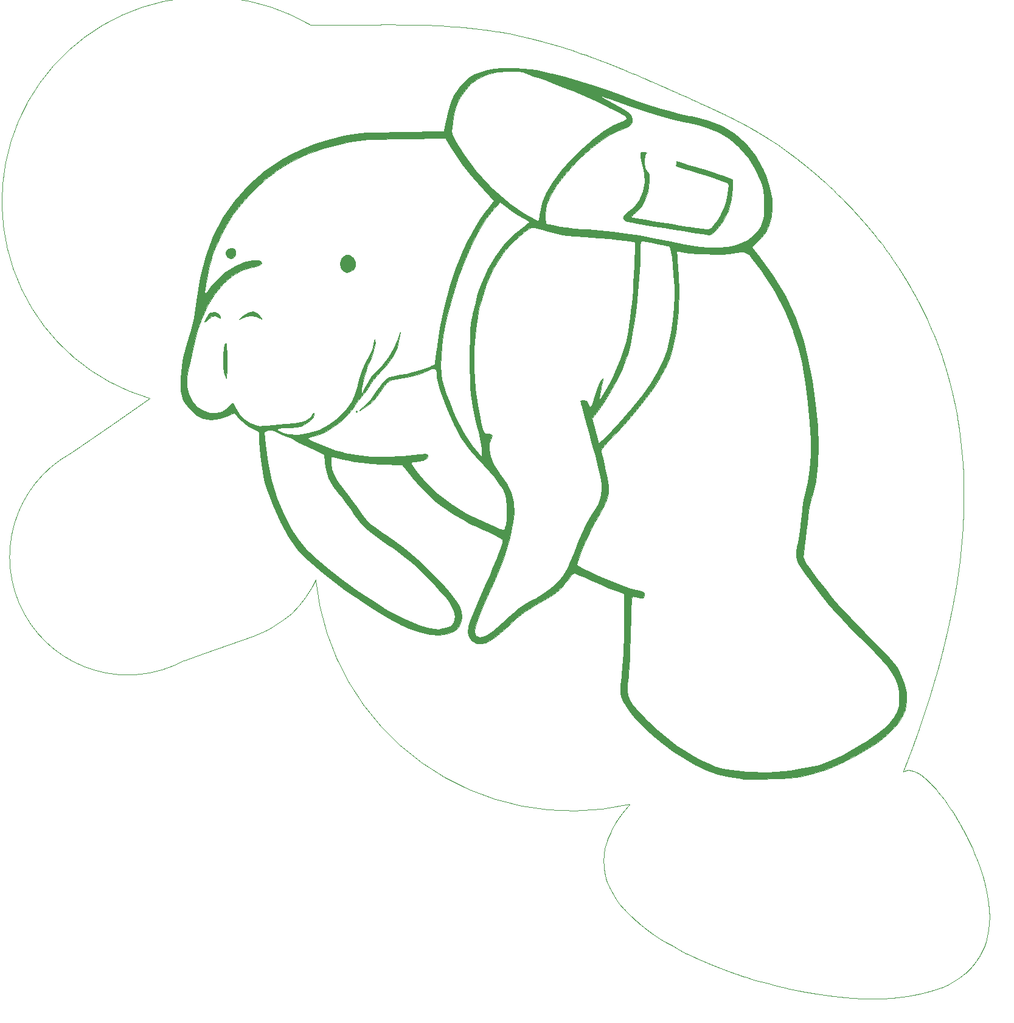
<source format=gto>
G04 #@! TF.GenerationSoftware,KiCad,Pcbnew,(5.1.4-0)*
G04 #@! TF.CreationDate,2021-02-07T01:11:20-05:00*
G04 #@! TF.ProjectId,mxnatee_bottom_plate,6d786e61-7465-4655-9f62-6f74746f6d5f,rev?*
G04 #@! TF.SameCoordinates,Original*
G04 #@! TF.FileFunction,Legend,Top*
G04 #@! TF.FilePolarity,Positive*
%FSLAX46Y46*%
G04 Gerber Fmt 4.6, Leading zero omitted, Abs format (unit mm)*
G04 Created by KiCad (PCBNEW (5.1.4-0)) date 2021-02-07 01:11:20*
%MOMM*%
%LPD*%
G04 APERTURE LIST*
%ADD10C,0.050000*%
%ADD11C,0.010000*%
%ADD12C,4.502000*%
G04 APERTURE END LIST*
D10*
X149534131Y-140141370D02*
X149491611Y-141067280D01*
X145750961Y-87082864D02*
X145586094Y-88845714D01*
X148213018Y-133292024D02*
X148544887Y-134276358D01*
X147064600Y-130401812D02*
X147472874Y-131354751D01*
X145698371Y-75426073D02*
X145832789Y-77017071D01*
X145153967Y-92427312D02*
X144886708Y-94246061D01*
X145105127Y-70771275D02*
X145334540Y-72303175D01*
X149534131Y-140141370D02*
X149532138Y-140088343D01*
X149532138Y-140088343D02*
X149530120Y-140038076D01*
X149530120Y-140038076D02*
X149527971Y-139987776D01*
X149527971Y-139987776D02*
X149524639Y-139915064D01*
X149524639Y-139915064D02*
X149522174Y-139864684D01*
X149522174Y-139864684D02*
X149519579Y-139814271D01*
X149519579Y-139814271D02*
X149516857Y-139763829D01*
X149516857Y-139763829D02*
X149514006Y-139713352D01*
X149514006Y-139713352D02*
X149511026Y-139662842D01*
X149511026Y-139662842D02*
X149507921Y-139612306D01*
X149507921Y-139612306D02*
X149504686Y-139561735D01*
X149504686Y-139561735D02*
X149501324Y-139511136D01*
X149501324Y-139511136D02*
X149497834Y-139460505D01*
X149497834Y-139460505D02*
X149494218Y-139409844D01*
X149494218Y-139409844D02*
X149490475Y-139359153D01*
X149490475Y-139359153D02*
X149486605Y-139308433D01*
X149486605Y-139308433D02*
X149481251Y-139240760D01*
X149481251Y-139240760D02*
X149477087Y-139189971D01*
X149477087Y-139189971D02*
X149472799Y-139139153D01*
X149472799Y-139139153D02*
X149468385Y-139088309D01*
X149468385Y-139088309D02*
X149463846Y-139037436D01*
X149463846Y-139037436D02*
X149459180Y-138986534D01*
X149459180Y-138986534D02*
X149454392Y-138935604D01*
X149454392Y-138935604D02*
X149449480Y-138884650D01*
X149449480Y-138884650D02*
X149444442Y-138833667D01*
X149444442Y-138833667D02*
X149439280Y-138782657D01*
X149439280Y-138782657D02*
X149434589Y-138737292D01*
X149434589Y-138737292D02*
X149429801Y-138691908D01*
X149429801Y-138691908D02*
X149424913Y-138646501D01*
X149424913Y-138646501D02*
X149419930Y-138601075D01*
X149419930Y-138601075D02*
X149414848Y-138555630D01*
X149414848Y-138555630D02*
X149409016Y-138504479D01*
X149409016Y-138504479D02*
X149403730Y-138458989D01*
X149403730Y-138458989D02*
X149398348Y-138413481D01*
X149398348Y-138413481D02*
X149392870Y-138367955D01*
X149392870Y-138367955D02*
X149387293Y-138322409D01*
X149387293Y-138322409D02*
X149381623Y-138276842D01*
X149381623Y-138276842D02*
X149375857Y-138231259D01*
X149375857Y-138231259D02*
X149369995Y-138185656D01*
X149369995Y-138185656D02*
X149364037Y-138140035D01*
X149364037Y-138140035D02*
X149357983Y-138094396D01*
X149357983Y-138094396D02*
X149351835Y-138048738D01*
X149351835Y-138048738D02*
X149345200Y-138000209D01*
X149345200Y-138000209D02*
X149338856Y-137954516D01*
X149338856Y-137954516D02*
X149330793Y-137897373D01*
X149330793Y-137897373D02*
X149324237Y-137851640D01*
X149324237Y-137851640D02*
X149317168Y-137803030D01*
X149317168Y-137803030D02*
X149309568Y-137751540D01*
X149309568Y-137751540D02*
X149302711Y-137705754D01*
X149302711Y-137705754D02*
X149295762Y-137659950D01*
X149295762Y-137659950D02*
X149288722Y-137614133D01*
X149288722Y-137614133D02*
X149281586Y-137568298D01*
X149281586Y-137568298D02*
X149273902Y-137519580D01*
X149273902Y-137519580D02*
X149265190Y-137465112D01*
X149265190Y-137465112D02*
X149257286Y-137416358D01*
X149257286Y-137416358D02*
X149247851Y-137358978D01*
X149247851Y-137358978D02*
X149240680Y-137315928D01*
X149240680Y-137315928D02*
X149232944Y-137269995D01*
X149232944Y-137269995D02*
X149227573Y-137238409D01*
X149227573Y-137238409D02*
X149219181Y-137189575D01*
X149219181Y-137189575D02*
X149210689Y-137140728D01*
X149210689Y-137140728D02*
X149202091Y-137091863D01*
X149202091Y-137091863D02*
X149192878Y-137040108D01*
X149192878Y-137040108D02*
X149184592Y-136994088D01*
X149184592Y-136994088D02*
X149176213Y-136948057D01*
X149176213Y-136948057D02*
X149166681Y-136896255D01*
X149166681Y-136896255D02*
X149158650Y-136853075D01*
X149158650Y-136853075D02*
X149150538Y-136809881D01*
X149150538Y-136809881D02*
X149141249Y-136760917D01*
X149141249Y-136760917D02*
X149131859Y-136711939D01*
X149131859Y-136711939D02*
X149123489Y-136668710D01*
X149123489Y-136668710D02*
X149115040Y-136625472D01*
X149115040Y-136625472D02*
X149105370Y-136576457D01*
X149105370Y-136576457D02*
X149095599Y-136527428D01*
X149095599Y-136527428D02*
X149086311Y-136481271D01*
X149086311Y-136481271D02*
X149076933Y-136435103D01*
X149076933Y-136435103D02*
X149063298Y-136368715D01*
X149063298Y-136368715D02*
X149054307Y-136325406D01*
X149054307Y-136325406D02*
X149044628Y-136279202D01*
X149044628Y-136279202D02*
X149034252Y-136230098D01*
X149034252Y-136230098D02*
X149025012Y-136186761D01*
X149025012Y-136186761D02*
X149012574Y-136128967D01*
X149012574Y-136128967D02*
X148999363Y-136068263D01*
X148999363Y-136068263D02*
X148989199Y-136022001D01*
X148989199Y-136022001D02*
X148977015Y-135967056D01*
X148977015Y-135967056D02*
X148966660Y-135920775D01*
X148966660Y-135920775D02*
X148952280Y-135857127D01*
X148952280Y-135857127D02*
X148941718Y-135810824D01*
X148941718Y-135810824D02*
X148929065Y-135755832D01*
X148929065Y-135755832D02*
X148916287Y-135700823D01*
X148916287Y-135700823D02*
X148906796Y-135660285D01*
X148906796Y-135660285D02*
X148893809Y-135605260D01*
X148893809Y-135605260D02*
X148883473Y-135561810D01*
X148883473Y-135561810D02*
X148871666Y-135512560D01*
X148871666Y-135512560D02*
X148861168Y-135469098D01*
X148861168Y-135469098D02*
X148846345Y-135408242D01*
X148846345Y-135408242D02*
X148835668Y-135364763D01*
X148835668Y-135364763D02*
X148822756Y-135312583D01*
X148822756Y-135312583D02*
X148812640Y-135271993D01*
X148812640Y-135271993D02*
X148800999Y-135225599D01*
X148800999Y-135225599D02*
X148789274Y-135179199D01*
X148789274Y-135179199D02*
X148775984Y-135126991D01*
X148775984Y-135126991D02*
X148765574Y-135086380D01*
X148765574Y-135086380D02*
X148753598Y-135039963D01*
X148753598Y-135039963D02*
X148743050Y-134999342D01*
X148743050Y-134999342D02*
X148727871Y-134941307D01*
X148727871Y-134941307D02*
X148717168Y-134900677D01*
X148717168Y-134900677D02*
X148704086Y-134851338D01*
X148704086Y-134851338D02*
X148691687Y-134804895D01*
X148691687Y-134804895D02*
X148679207Y-134758447D01*
X148679207Y-134758447D02*
X148666645Y-134711997D01*
X148666645Y-134711997D02*
X148654792Y-134668446D01*
X148654792Y-134668446D02*
X148638077Y-134607469D01*
X148638077Y-134607469D02*
X148625247Y-134561007D01*
X148625247Y-134561007D02*
X148613144Y-134517444D01*
X148613144Y-134517444D02*
X148592815Y-134444834D01*
X148592815Y-134444834D02*
X148579698Y-134398360D01*
X148579698Y-134398360D02*
X148567329Y-134354788D01*
X148567329Y-134354788D02*
X148553225Y-134305405D01*
X148553225Y-134305405D02*
X148544887Y-134276358D01*
X148213018Y-133292024D02*
X147842946Y-132323388D01*
X147842946Y-132323388D02*
X147472874Y-131354751D01*
X147064600Y-130401812D02*
X147046620Y-130363732D01*
X147046620Y-130363732D02*
X147030547Y-130329763D01*
X147030547Y-130329763D02*
X147010594Y-130287685D01*
X147010594Y-130287685D02*
X146993836Y-130252426D01*
X146993836Y-130252426D02*
X146974476Y-130211784D01*
X146974476Y-130211784D02*
X146955734Y-130172535D01*
X146955734Y-130172535D02*
X146938264Y-130136031D01*
X146938264Y-130136031D02*
X146918827Y-130095510D01*
X146918827Y-130095510D02*
X146896768Y-130049637D01*
X146896768Y-130049637D02*
X146877925Y-130010553D01*
X146877925Y-130010553D02*
X146859057Y-129971509D01*
X146859057Y-129971509D02*
X146839514Y-129931161D01*
X146839514Y-129931161D02*
X146817335Y-129885486D01*
X146817335Y-129885486D02*
X146799697Y-129849253D01*
X146799697Y-129849253D02*
X146782039Y-129813055D01*
X146782039Y-129813055D02*
X146765017Y-129778233D01*
X146765017Y-129778233D02*
X146745353Y-129738095D01*
X146745353Y-129738095D02*
X146727961Y-129702673D01*
X146727961Y-129702673D02*
X146707921Y-129661949D01*
X146707921Y-129661949D02*
X146687527Y-129620604D01*
X146687527Y-129620604D02*
X146662490Y-129569986D01*
X146662490Y-129569986D02*
X146642532Y-129529744D01*
X146642532Y-129529744D02*
X146625193Y-129494859D01*
X146625193Y-129494859D02*
X146607011Y-129458351D01*
X146607011Y-129458351D02*
X146587150Y-129418566D01*
X146587150Y-129418566D02*
X146565941Y-129376178D01*
X146565941Y-129376178D02*
X146548685Y-129341773D01*
X146548685Y-129341773D02*
X146530751Y-129306083D01*
X146530751Y-129306083D02*
X146512798Y-129270430D01*
X146512798Y-129270430D02*
X146493493Y-129232176D01*
X146493493Y-129232176D02*
X146476166Y-129197918D01*
X146476166Y-129197918D02*
X146458155Y-129162376D01*
X146458155Y-129162376D02*
X146439456Y-129125556D01*
X146439456Y-129125556D02*
X146421407Y-129090089D01*
X146421407Y-129090089D02*
X146402002Y-129052040D01*
X146402002Y-129052040D02*
X146384587Y-129017962D01*
X146384587Y-129017962D02*
X146363128Y-128976066D01*
X146363128Y-128976066D02*
X146345674Y-128942065D01*
X146345674Y-128942065D02*
X146325514Y-128902876D01*
X146325514Y-128902876D02*
X146303314Y-128859822D01*
X146303314Y-128859822D02*
X146283783Y-128822034D01*
X146283783Y-128822034D02*
X146266256Y-128788193D01*
X146266256Y-128788193D02*
X146244662Y-128746592D01*
X146244662Y-128746592D02*
X146223044Y-128705044D01*
X146223044Y-128705044D02*
X146205459Y-128671323D01*
X146205459Y-128671323D02*
X146185152Y-128632462D01*
X146185152Y-128632462D02*
X146167535Y-128598820D01*
X146167535Y-128598820D02*
X146148545Y-128562631D01*
X146148545Y-128562631D02*
X146130217Y-128527773D01*
X146130217Y-128527773D02*
X146110513Y-128490377D01*
X146110513Y-128490377D02*
X146092832Y-128456887D01*
X146092832Y-128456887D02*
X146071049Y-128415719D01*
X146071049Y-128415719D02*
X146053333Y-128382311D01*
X146053333Y-128382311D02*
X146032874Y-128343808D01*
X146032874Y-128343808D02*
X146010345Y-128301511D01*
X146010345Y-128301511D02*
X145987450Y-128258631D01*
X145987450Y-128258631D02*
X145967270Y-128220925D01*
X145967270Y-128220925D02*
X145945358Y-128180075D01*
X145945358Y-128180075D02*
X145923425Y-128139281D01*
X145923425Y-128139281D02*
X145901469Y-128098544D01*
X145901469Y-128098544D02*
X145883616Y-128065487D01*
X145883616Y-128065487D02*
X145864372Y-128029929D01*
X145864372Y-128029929D02*
X145845112Y-127994413D01*
X145845112Y-127994413D02*
X145824460Y-127956410D01*
X145824460Y-127956410D02*
X145805856Y-127922248D01*
X145805856Y-127922248D02*
X145785860Y-127885603D01*
X145785860Y-127885603D02*
X145763774Y-127845220D01*
X145763774Y-127845220D02*
X145743050Y-127807413D01*
X145743050Y-127807413D02*
X145721962Y-127769028D01*
X145721962Y-127769028D02*
X145702936Y-127734467D01*
X145702936Y-127734467D02*
X145694629Y-127719399D01*
X145694629Y-127719399D02*
X145672978Y-127680191D01*
X145672978Y-127680191D02*
X145653044Y-127644173D01*
X145653044Y-127644173D02*
X145630839Y-127604136D01*
X145630839Y-127604136D02*
X145611047Y-127568528D01*
X145611047Y-127568528D02*
X145590543Y-127531720D01*
X145590543Y-127531720D02*
X145569677Y-127494339D01*
X145569677Y-127494339D02*
X145546703Y-127453279D01*
X145546703Y-127453279D02*
X145525106Y-127414767D01*
X145525106Y-127414767D02*
X145506979Y-127382508D01*
X145506979Y-127382508D02*
X145486047Y-127345334D01*
X145486047Y-127345334D02*
X145465099Y-127308213D01*
X145465099Y-127308213D02*
X145445534Y-127273613D01*
X145445534Y-127273613D02*
X145424557Y-127236596D01*
X145424557Y-127236596D02*
X145400585Y-127194394D01*
X145400585Y-127194394D02*
X145379752Y-127157797D01*
X145379752Y-127157797D02*
X145357325Y-127118488D01*
X145357325Y-127118488D02*
X145336284Y-127081691D01*
X145336284Y-127081691D02*
X145318035Y-127049842D01*
X145318035Y-127049842D02*
X145299774Y-127018034D01*
X145299774Y-127018034D02*
X145278692Y-126981382D01*
X145278692Y-126981382D02*
X145256189Y-126942346D01*
X145256189Y-126942346D02*
X145232787Y-126901849D01*
X145232787Y-126901849D02*
X145211133Y-126864458D01*
X145211133Y-126864458D02*
X145188582Y-126825606D01*
X145188582Y-126825606D02*
X145167426Y-126789239D01*
X145167426Y-126789239D02*
X145147669Y-126755345D01*
X145147669Y-126755345D02*
X145126485Y-126719082D01*
X145126485Y-126719082D02*
X145105290Y-126682874D01*
X145105290Y-126682874D02*
X145082666Y-126644312D01*
X145082666Y-126644312D02*
X145062859Y-126610623D01*
X145062859Y-126610623D02*
X145043040Y-126576981D01*
X145043040Y-126576981D02*
X145018959Y-126536194D01*
X145018959Y-126536194D02*
X144996279Y-126497872D01*
X144996279Y-126497872D02*
X144975716Y-126463198D01*
X144975716Y-126463198D02*
X144956557Y-126430959D01*
X144956557Y-126430959D02*
X144935258Y-126395193D01*
X144935258Y-126395193D02*
X144912171Y-126356507D01*
X144912171Y-126356507D02*
X144887651Y-126315517D01*
X144887651Y-126315517D02*
X144859912Y-126269267D01*
X144859912Y-126269267D02*
X144837137Y-126231390D01*
X144837137Y-126231390D02*
X144814349Y-126193576D01*
X144814349Y-126193576D02*
X144795470Y-126162311D01*
X144795470Y-126162311D02*
X144774441Y-126127557D01*
X144774441Y-126127557D02*
X144751619Y-126089922D01*
X144751619Y-126089922D02*
X144732352Y-126058216D01*
X144732352Y-126058216D02*
X144710222Y-126021872D01*
X144710222Y-126021872D02*
X144687366Y-125984418D01*
X144687366Y-125984418D02*
X144667357Y-125951701D01*
X144667357Y-125951701D02*
X144644478Y-125914371D01*
X144644478Y-125914371D02*
X144624091Y-125881179D01*
X144624091Y-125881179D02*
X144603696Y-125848041D01*
X144603696Y-125848041D02*
X144581502Y-125812053D01*
X144581502Y-125812053D02*
X144558582Y-125774970D01*
X144558582Y-125774970D02*
X144538159Y-125741997D01*
X144538159Y-125741997D02*
X144517729Y-125709079D01*
X144517729Y-125709079D02*
X144495496Y-125673333D01*
X144495496Y-125673333D02*
X144471102Y-125634200D01*
X144471102Y-125634200D02*
X144443823Y-125590552D01*
X144443823Y-125590552D02*
X144418684Y-125550433D01*
X144418684Y-125550433D02*
X144397847Y-125517253D01*
X144397847Y-125517253D02*
X144377721Y-125485270D01*
X144377721Y-125485270D02*
X144356151Y-125451060D01*
X144356151Y-125451060D02*
X144328815Y-125407812D01*
X144328815Y-125407812D02*
X144304345Y-125369197D01*
X144304345Y-125369197D02*
X144282748Y-125335190D01*
X144282748Y-125335190D02*
X144262583Y-125303504D01*
X144262583Y-125303504D02*
X144243855Y-125274131D01*
X145334540Y-72303175D02*
X145516455Y-73864624D01*
X145516455Y-73864624D02*
X145698371Y-75426073D01*
X145832789Y-77017071D02*
X145835536Y-77069291D01*
X145835536Y-77069291D02*
X145838128Y-77119159D01*
X145838128Y-77119159D02*
X145840933Y-77173799D01*
X145840933Y-77173799D02*
X145843818Y-77230835D01*
X145843818Y-77230835D02*
X145846311Y-77280762D01*
X145846311Y-77280762D02*
X145849470Y-77344982D01*
X145849470Y-77344982D02*
X145852690Y-77411611D01*
X145852690Y-77411611D02*
X145855183Y-77463986D01*
X145855183Y-77463986D02*
X145857640Y-77516379D01*
X145857640Y-77516379D02*
X145860719Y-77583092D01*
X145860719Y-77583092D02*
X145863743Y-77649837D01*
X145863743Y-77649837D02*
X145866709Y-77716613D01*
X145866709Y-77716613D02*
X145869209Y-77773878D01*
X145869209Y-77773878D02*
X145872072Y-77840714D01*
X145872072Y-77840714D02*
X145874607Y-77901014D01*
X145874607Y-77901014D02*
X145877539Y-77972096D01*
X145877539Y-77972096D02*
X145879569Y-78022293D01*
X145879569Y-78022293D02*
X145881852Y-78079684D01*
X145881852Y-78079684D02*
X145884000Y-78134705D01*
X145884000Y-78134705D02*
X145885884Y-78183763D01*
X145885884Y-78183763D02*
X145888142Y-78243617D01*
X145888142Y-78243617D02*
X145890573Y-78309483D01*
X145890573Y-78309483D02*
X145892563Y-78364594D01*
X145892563Y-78364594D02*
X145894351Y-78414933D01*
X145894351Y-78414933D02*
X145897013Y-78491674D01*
X145897013Y-78491674D02*
X145898883Y-78546860D01*
X145898883Y-78546860D02*
X145900556Y-78597264D01*
X145900556Y-78597264D02*
X145902351Y-78652490D01*
X145902351Y-78652490D02*
X145903961Y-78702935D01*
X145903961Y-78702935D02*
X145905537Y-78753394D01*
X145905537Y-78753394D02*
X145907228Y-78808683D01*
X145907228Y-78808683D02*
X145909519Y-78885641D01*
X145909519Y-78885641D02*
X145911052Y-78938574D01*
X145911052Y-78938574D02*
X145912550Y-78991528D01*
X145912550Y-78991528D02*
X145914290Y-79054734D01*
X145914290Y-79054734D02*
X145915699Y-79107130D01*
X145915699Y-79107130D02*
X145917151Y-79162558D01*
X145917151Y-79162558D02*
X145918442Y-79213184D01*
X145918442Y-79213184D02*
X145919879Y-79271065D01*
X145919879Y-79271065D02*
X145921220Y-79326556D01*
X145921220Y-79326556D02*
X145922412Y-79377242D01*
X145922412Y-79377242D02*
X145924017Y-79447868D01*
X145924017Y-79447868D02*
X145925226Y-79502826D01*
X145925226Y-79502826D02*
X145926460Y-79560825D01*
X145926460Y-79560825D02*
X145927604Y-79616431D01*
X145927604Y-79616431D02*
X145928803Y-79676894D01*
X145928803Y-79676894D02*
X145929754Y-79726493D01*
X145929754Y-79726493D02*
X145930811Y-79783375D01*
X145930811Y-79783375D02*
X145931931Y-79846332D01*
X145931931Y-79846332D02*
X145932841Y-79899624D01*
X145932841Y-79899624D02*
X145933679Y-79950514D01*
X145933679Y-79950514D02*
X145934486Y-80001422D01*
X145934486Y-80001422D02*
X145935440Y-80064476D01*
X145935440Y-80064476D02*
X145936225Y-80119063D01*
X145936225Y-80119063D02*
X145937010Y-80176101D01*
X145937010Y-80176101D02*
X145937801Y-80236802D01*
X145937801Y-80236802D02*
X145938429Y-80287811D01*
X145938429Y-80287811D02*
X145939027Y-80338839D01*
X145939027Y-80338839D02*
X145939648Y-80394750D01*
X145939648Y-80394750D02*
X145940166Y-80444596D01*
X145940166Y-80444596D02*
X145940726Y-80501764D01*
X145940726Y-80501764D02*
X145941342Y-80569907D01*
X145941342Y-80569907D02*
X145941976Y-80647822D01*
X145941976Y-80647822D02*
X145942457Y-80713599D01*
X145942457Y-80713599D02*
X145942791Y-80764776D01*
X145942791Y-80764776D02*
X145943123Y-80820849D01*
X145943123Y-80820849D02*
X145943396Y-80872068D01*
X145943396Y-80872068D02*
X145943634Y-80923300D01*
X145943634Y-80923300D02*
X145943859Y-80979436D01*
X145943859Y-80979436D02*
X145944105Y-81055130D01*
X145944105Y-81055130D02*
X145944237Y-81108872D01*
X145944237Y-81108872D02*
X145944339Y-81165080D01*
X145944339Y-81165080D02*
X145944410Y-81234755D01*
X145944410Y-81234755D02*
X145944427Y-81306915D01*
X145944427Y-81306915D02*
X145944388Y-81370540D01*
X145944388Y-81370540D02*
X145944309Y-81429296D01*
X145944309Y-81429296D02*
X145944191Y-81488077D01*
X145944191Y-81488077D02*
X145944030Y-81546879D01*
X145944030Y-81546879D02*
X145943752Y-81625321D01*
X145943752Y-81625321D02*
X145943518Y-81679274D01*
X145943518Y-81679274D02*
X145943251Y-81733246D01*
X145943251Y-81733246D02*
X145942919Y-81792149D01*
X145942919Y-81792149D02*
X145942480Y-81860896D01*
X145942480Y-81860896D02*
X145942095Y-81914937D01*
X145942095Y-81914937D02*
X145941718Y-81964083D01*
X145941718Y-81964083D02*
X145941137Y-82032910D01*
X145941137Y-82032910D02*
X145940596Y-82091930D01*
X145940596Y-82091930D02*
X145940063Y-82146053D01*
X145940063Y-82146053D02*
X145939334Y-82214967D01*
X145939334Y-82214967D02*
X145938725Y-82269138D01*
X145938725Y-82269138D02*
X145938079Y-82323325D01*
X145938079Y-82323325D02*
X145937335Y-82382463D01*
X145937335Y-82382463D02*
X145936484Y-82446555D01*
X145936484Y-82446555D02*
X145935296Y-82530409D01*
X145935296Y-82530409D02*
X145934560Y-82579759D01*
X145934560Y-82579759D02*
X145933559Y-82643937D01*
X145933559Y-82643937D02*
X145932592Y-82703202D01*
X145932592Y-82703202D02*
X145931584Y-82762491D01*
X145931584Y-82762491D02*
X145930534Y-82821804D01*
X145930534Y-82821804D02*
X145929444Y-82881139D01*
X145929444Y-82881139D02*
X145928216Y-82945445D01*
X145928216Y-82945445D02*
X145927238Y-82994931D01*
X145927238Y-82994931D02*
X145926028Y-83054336D01*
X145926028Y-83054336D02*
X145924562Y-83123670D01*
X145924562Y-83123670D02*
X145923482Y-83173215D01*
X145923482Y-83173215D02*
X145922375Y-83222778D01*
X145922375Y-83222778D02*
X145921235Y-83272353D01*
X145921235Y-83272353D02*
X145919712Y-83336828D01*
X145919712Y-83336828D02*
X145918265Y-83396369D01*
X145918265Y-83396369D02*
X145916775Y-83455932D01*
X145916775Y-83455932D02*
X145915245Y-83515519D01*
X145915245Y-83515519D02*
X145913804Y-83570161D01*
X145913804Y-83570161D02*
X145912466Y-83619852D01*
X145912466Y-83619852D02*
X145910960Y-83674532D01*
X145910960Y-83674532D02*
X145909420Y-83729231D01*
X145909420Y-83729231D02*
X145907118Y-83808828D01*
X145907118Y-83808828D02*
X145905194Y-83873535D01*
X145905194Y-83873535D02*
X145903373Y-83933286D01*
X145903373Y-83933286D02*
X145901667Y-83988078D01*
X145901667Y-83988078D02*
X145899609Y-84052859D01*
X145899609Y-84052859D02*
X145897665Y-84112682D01*
X145897665Y-84112682D02*
X145895680Y-84172528D01*
X145895680Y-84172528D02*
X145893652Y-84232397D01*
X145893652Y-84232397D02*
X145891410Y-84297281D01*
X145891410Y-84297281D02*
X145889653Y-84347212D01*
X145889653Y-84347212D02*
X145887866Y-84397158D01*
X145887866Y-84397158D02*
X145886051Y-84447120D01*
X145886051Y-84447120D02*
X145884208Y-84497101D01*
X145884208Y-84497101D02*
X145882334Y-84547094D01*
X145882334Y-84547094D02*
X145879855Y-84612113D01*
X145879855Y-84612113D02*
X145877526Y-84672155D01*
X145877526Y-84672155D02*
X145875154Y-84732218D01*
X145875154Y-84732218D02*
X145872741Y-84792307D01*
X145872741Y-84792307D02*
X145870492Y-84847409D01*
X145870492Y-84847409D02*
X145868417Y-84897518D01*
X145868417Y-84897518D02*
X145866102Y-84952656D01*
X145866102Y-84952656D02*
X145863537Y-85012830D01*
X145863537Y-85012830D02*
X145861149Y-85068011D01*
X145861149Y-85068011D02*
X145858948Y-85118193D01*
X145858948Y-85118193D02*
X145856495Y-85173411D01*
X145856495Y-85173411D02*
X145853777Y-85233670D01*
X145853777Y-85233670D02*
X145851018Y-85293955D01*
X145851018Y-85293955D02*
X145848217Y-85354262D01*
X145848217Y-85354262D02*
X145845137Y-85419620D01*
X145845137Y-85419620D02*
X145842737Y-85469917D01*
X145842737Y-85469917D02*
X145840304Y-85520226D01*
X145840304Y-85520226D02*
X145837597Y-85575589D01*
X145837597Y-85575589D02*
X145834603Y-85636005D01*
X145834603Y-85636005D02*
X145831822Y-85691406D01*
X145831822Y-85691406D02*
X145828749Y-85751869D01*
X145828749Y-85751869D02*
X145825635Y-85812354D01*
X145825635Y-85812354D02*
X145821947Y-85882948D01*
X145821947Y-85882948D02*
X145819012Y-85938439D01*
X145819012Y-85938439D02*
X145815768Y-85998996D01*
X145815768Y-85998996D02*
X145812759Y-86054527D01*
X145812759Y-86054527D02*
X145809994Y-86105028D01*
X145809994Y-86105028D02*
X145807198Y-86155543D01*
X145807198Y-86155543D02*
X145803522Y-86221239D01*
X145803522Y-86221239D02*
X145800087Y-86281906D01*
X145800087Y-86281906D02*
X145796608Y-86342595D01*
X145796608Y-86342595D02*
X145793089Y-86403309D01*
X145793089Y-86403309D02*
X145789825Y-86458983D01*
X145789825Y-86458983D02*
X145786829Y-86509613D01*
X145786829Y-86509613D02*
X145783499Y-86565324D01*
X145783499Y-86565324D02*
X145779826Y-86626123D01*
X145779826Y-86626123D02*
X145776424Y-86681876D01*
X145776424Y-86681876D02*
X145772672Y-86742721D01*
X145772672Y-86742721D02*
X145768561Y-86808661D01*
X145768561Y-86808661D02*
X145765043Y-86864477D01*
X145765043Y-86864477D02*
X145761166Y-86925392D01*
X145761166Y-86925392D02*
X145756920Y-86991408D01*
X145756920Y-86991408D02*
X145752957Y-87052372D01*
X145752957Y-87052372D02*
X145750961Y-87082864D01*
X145586094Y-88845714D02*
X145370030Y-90636513D01*
X145370030Y-90636513D02*
X145153967Y-92427312D01*
X143753338Y-124556622D02*
X144243855Y-125274131D01*
X144143891Y-66356574D02*
X144157747Y-66411468D01*
X144157747Y-66411468D02*
X144171827Y-66467448D01*
X144171827Y-66467448D02*
X144182691Y-66510776D01*
X144182691Y-66510776D02*
X144192737Y-66550952D01*
X144192737Y-66550952D02*
X144206446Y-66605953D01*
X144206446Y-66605953D02*
X144216963Y-66648281D01*
X144216963Y-66648281D02*
X144229550Y-66699100D01*
X144229550Y-66699100D02*
X144242101Y-66749942D01*
X144242101Y-66749942D02*
X144252533Y-66792330D01*
X144252533Y-66792330D02*
X144262421Y-66832616D01*
X144262421Y-66832616D02*
X144273324Y-66877162D01*
X144273324Y-66877162D02*
X144283680Y-66919603D01*
X144283680Y-66919603D02*
X144293496Y-66959937D01*
X144293496Y-66959937D02*
X144306378Y-67013033D01*
X144306378Y-67013033D02*
X144316655Y-67055531D01*
X144316655Y-67055531D02*
X144331002Y-67115057D01*
X144331002Y-67115057D02*
X144341219Y-67157598D01*
X144341219Y-67157598D02*
X144357006Y-67223568D01*
X144357006Y-67223568D02*
X144366653Y-67264023D01*
X144366653Y-67264023D02*
X144377795Y-67310885D01*
X144377795Y-67310885D02*
X144390923Y-67366295D01*
X144390923Y-67366295D02*
X144401998Y-67413203D01*
X144401998Y-67413203D02*
X144415547Y-67470801D01*
X144415547Y-67470801D02*
X144428053Y-67524160D01*
X144428053Y-67524160D02*
X144443506Y-67590365D01*
X144443506Y-67590365D02*
X144453566Y-67633633D01*
X144453566Y-67633633D02*
X144463851Y-67677990D01*
X144463851Y-67677990D02*
X144473489Y-67719692D01*
X144473489Y-67719692D02*
X144483596Y-67763549D01*
X144483596Y-67763549D02*
X144493432Y-67806355D01*
X144493432Y-67806355D02*
X144503243Y-67849179D01*
X144503243Y-67849179D02*
X144513027Y-67892019D01*
X144513027Y-67892019D02*
X144524737Y-67943452D01*
X144524737Y-67943452D02*
X144534955Y-67988477D01*
X144534955Y-67988477D02*
X144546110Y-68037808D01*
X144546110Y-68037808D02*
X144555784Y-68080726D01*
X144555784Y-68080726D02*
X144567361Y-68132251D01*
X144567361Y-68132251D02*
X144578899Y-68183799D01*
X144578899Y-68183799D02*
X144590404Y-68235375D01*
X144590404Y-68235375D02*
X144599961Y-68278374D01*
X144599961Y-68278374D02*
X144609731Y-68322463D01*
X144609731Y-68322463D02*
X144618881Y-68363882D01*
X144618881Y-68363882D02*
X144628484Y-68407473D01*
X144628484Y-68407473D02*
X144641245Y-68465619D01*
X144641245Y-68465619D02*
X144651139Y-68510865D01*
X144651139Y-68510865D02*
X144661004Y-68556131D01*
X144661004Y-68556131D02*
X144670842Y-68601417D01*
X144670842Y-68601417D02*
X144681117Y-68648878D01*
X144681117Y-68648878D02*
X144690432Y-68692044D01*
X144690432Y-68692044D02*
X144700184Y-68737386D01*
X144700184Y-68737386D02*
X144711760Y-68791392D01*
X144711760Y-68791392D02*
X144723870Y-68848124D01*
X144723870Y-68848124D02*
X144732954Y-68890830D01*
X144732954Y-68890830D02*
X144745329Y-68949239D01*
X144745329Y-68949239D02*
X144754926Y-68994691D01*
X144754926Y-68994691D02*
X144764037Y-69037997D01*
X144764037Y-69037997D02*
X144774939Y-69089987D01*
X144774939Y-69089987D02*
X144783995Y-69133330D01*
X144783995Y-69133330D02*
X144794376Y-69183194D01*
X144794376Y-69183194D02*
X144803828Y-69228747D01*
X144803828Y-69228747D02*
X144812801Y-69272145D01*
X144812801Y-69272145D02*
X144824541Y-69329132D01*
X144824541Y-69329132D02*
X144834237Y-69376376D01*
X144834237Y-69376376D02*
X144846228Y-69435048D01*
X144846228Y-69435048D02*
X144855523Y-69480704D01*
X144855523Y-69480704D02*
X144864350Y-69524205D01*
X144864350Y-69524205D02*
X144873152Y-69567724D01*
X144873152Y-69567724D02*
X144881927Y-69611259D01*
X144881927Y-69611259D02*
X144890677Y-69654813D01*
X144890677Y-69654813D02*
X144899400Y-69698381D01*
X144899400Y-69698381D02*
X144908098Y-69741968D01*
X144908098Y-69741968D02*
X144918070Y-69792115D01*
X144918070Y-69792115D02*
X144927144Y-69837921D01*
X144927144Y-69837921D02*
X144935760Y-69881565D01*
X144935760Y-69881565D02*
X144944782Y-69927410D01*
X144944782Y-69927410D02*
X144956336Y-69986379D01*
X144956336Y-69986379D02*
X144967845Y-70045379D01*
X144967845Y-70045379D02*
X144976764Y-70091293D01*
X144976764Y-70091293D02*
X144989878Y-70159103D01*
X144989878Y-70159103D02*
X144998728Y-70205065D01*
X144998728Y-70205065D02*
X145007128Y-70248852D01*
X145007128Y-70248852D02*
X145015504Y-70292658D01*
X145015504Y-70292658D02*
X145024687Y-70340866D01*
X145024687Y-70340866D02*
X145033215Y-70385803D01*
X145033215Y-70385803D02*
X145042131Y-70432954D01*
X145042131Y-70432954D02*
X145054934Y-70500975D01*
X145054934Y-70500975D02*
X145063572Y-70547077D01*
X145063572Y-70547077D02*
X145071773Y-70591001D01*
X145071773Y-70591001D02*
X145079743Y-70633843D01*
X145079743Y-70633843D02*
X145087687Y-70676702D01*
X145087687Y-70676702D02*
X145099057Y-70738275D01*
X145099057Y-70738275D02*
X145105127Y-70771275D01*
X144886708Y-94246061D02*
X144878290Y-94294752D01*
X144878290Y-94294752D02*
X144869851Y-94343459D01*
X144869851Y-94343459D02*
X144861387Y-94392177D01*
X144861387Y-94392177D02*
X144853843Y-94435495D01*
X144853843Y-94435495D02*
X144844388Y-94489654D01*
X144844388Y-94489654D02*
X144834902Y-94543830D01*
X144834902Y-94543830D02*
X144827295Y-94587183D01*
X144827295Y-94587183D02*
X144815844Y-94652229D01*
X144815844Y-94652229D02*
X144806271Y-94706451D01*
X144806271Y-94706451D02*
X144797630Y-94755267D01*
X144797630Y-94755267D02*
X144788964Y-94804094D01*
X144788964Y-94804094D02*
X144781242Y-94847508D01*
X144781242Y-94847508D02*
X144771561Y-94901788D01*
X144771561Y-94901788D02*
X144762826Y-94950655D01*
X144762826Y-94950655D02*
X144755038Y-94994101D01*
X144755038Y-94994101D02*
X144746255Y-95042991D01*
X144746255Y-95042991D02*
X144736470Y-95097328D01*
X144736470Y-95097328D02*
X144727637Y-95146244D01*
X144727637Y-95146244D02*
X144718781Y-95195174D01*
X144718781Y-95195174D02*
X144706934Y-95260433D01*
X144706934Y-95260433D02*
X144697031Y-95314833D01*
X144697031Y-95314833D02*
X144687097Y-95369249D01*
X144687097Y-95369249D02*
X144679129Y-95412793D01*
X144679129Y-95412793D02*
X144671143Y-95456349D01*
X144671143Y-95456349D02*
X144661131Y-95510805D01*
X144661131Y-95510805D02*
X144652098Y-95559831D01*
X144652098Y-95559831D02*
X144644047Y-95603419D01*
X144644047Y-95603419D02*
X144634967Y-95652468D01*
X144634967Y-95652468D02*
X144626875Y-95696076D01*
X144626875Y-95696076D02*
X144618766Y-95739696D01*
X144618766Y-95739696D02*
X144610636Y-95783327D01*
X144610636Y-95783327D02*
X144600449Y-95837878D01*
X144600449Y-95837878D02*
X144591255Y-95886989D01*
X144591255Y-95886989D02*
X144582036Y-95936111D01*
X144582036Y-95936111D02*
X144569710Y-96001629D01*
X144569710Y-96001629D02*
X144561466Y-96045318D01*
X144561466Y-96045318D02*
X144550103Y-96105409D01*
X144550103Y-96105409D02*
X144541817Y-96149125D01*
X144541817Y-96149125D02*
X144532470Y-96198315D01*
X144532470Y-96198315D02*
X144522060Y-96252988D01*
X144522060Y-96252988D02*
X144512664Y-96302206D01*
X144512664Y-96302206D02*
X144504292Y-96345967D01*
X144504292Y-96345967D02*
X144491698Y-96411625D01*
X144491698Y-96411625D02*
X144482225Y-96460884D01*
X144482225Y-96460884D02*
X144469556Y-96526583D01*
X144469556Y-96526583D02*
X144458968Y-96581349D01*
X144458968Y-96581349D02*
X144449413Y-96630652D01*
X144449413Y-96630652D02*
X144436637Y-96696411D01*
X144436637Y-96696411D02*
X144428093Y-96740261D01*
X144428093Y-96740261D02*
X144419532Y-96784122D01*
X144419532Y-96784122D02*
X144410952Y-96827993D01*
X144410952Y-96827993D02*
X144401278Y-96877361D01*
X144401278Y-96877361D02*
X144390500Y-96932227D01*
X144390500Y-96932227D02*
X144380775Y-96981622D01*
X144380775Y-96981622D02*
X144372111Y-97025540D01*
X144372111Y-97025540D02*
X144362339Y-97074957D01*
X144362339Y-97074957D02*
X144347092Y-97151854D01*
X144347092Y-97151854D02*
X144338354Y-97195810D01*
X144338354Y-97195810D02*
X144328501Y-97245272D01*
X144328501Y-97245272D02*
X144319723Y-97289249D01*
X144319723Y-97289249D02*
X144310926Y-97333236D01*
X144310926Y-97333236D02*
X144302110Y-97377234D01*
X144302110Y-97377234D02*
X144288850Y-97443248D01*
X144288850Y-97443248D02*
X144278877Y-97492774D01*
X144278877Y-97492774D02*
X144267768Y-97547818D01*
X144267768Y-97547818D02*
X144257745Y-97597371D01*
X144257745Y-97597371D02*
X144248817Y-97641429D01*
X144248817Y-97641429D02*
X144238748Y-97691006D01*
X144238748Y-97691006D02*
X144227534Y-97746108D01*
X144227534Y-97746108D02*
X144218539Y-97790198D01*
X144218539Y-97790198D02*
X144208400Y-97839813D01*
X144208400Y-97839813D02*
X144198235Y-97889440D01*
X144198235Y-97889440D02*
X144186914Y-97944598D01*
X144186914Y-97944598D02*
X144176700Y-97994254D01*
X144176700Y-97994254D02*
X144163044Y-98060481D01*
X144163044Y-98060481D02*
X144153916Y-98104645D01*
X144153916Y-98104645D02*
X144143623Y-98154339D01*
X144143623Y-98154339D02*
X144132161Y-98209572D01*
X144132161Y-98209572D02*
X144121819Y-98259297D01*
X144121819Y-98259297D02*
X144111452Y-98309032D01*
X144111452Y-98309032D02*
X144099907Y-98364309D01*
X144099907Y-98364309D02*
X144090649Y-98408543D01*
X144090649Y-98408543D02*
X144080213Y-98458318D01*
X144080213Y-98458318D02*
X144070913Y-98502571D01*
X144070913Y-98502571D02*
X144061596Y-98546835D01*
X144061596Y-98546835D02*
X144052260Y-98591109D01*
X144052260Y-98591109D02*
X144041735Y-98640930D01*
X144041735Y-98640930D02*
X144030011Y-98696302D01*
X144030011Y-98696302D02*
X144019435Y-98746150D01*
X144019435Y-98746150D02*
X144010015Y-98790471D01*
X144010015Y-98790471D02*
X143999393Y-98840341D01*
X143999393Y-98840341D02*
X143987564Y-98895769D01*
X143987564Y-98895769D02*
X143976892Y-98945668D01*
X143976892Y-98945668D02*
X143967387Y-98990034D01*
X143967387Y-98990034D02*
X143956669Y-99039955D01*
X143956669Y-99039955D02*
X143943539Y-99100990D01*
X143943539Y-99100990D02*
X143933968Y-99145392D01*
X143933968Y-99145392D02*
X143923176Y-99195353D01*
X143923176Y-99195353D02*
X143913563Y-99239775D01*
X143913563Y-99239775D02*
X143899108Y-99306426D01*
X143899108Y-99306426D02*
X143885822Y-99367543D01*
X143885822Y-99367543D02*
X143876137Y-99412005D01*
X143876137Y-99412005D02*
X143865217Y-99462035D01*
X143865217Y-99462035D02*
X143850623Y-99528763D01*
X143850623Y-99528763D02*
X143840867Y-99573259D01*
X143840867Y-99573259D02*
X143827425Y-99634461D01*
X143827425Y-99634461D02*
X143817627Y-99678983D01*
X143817627Y-99678983D02*
X143806579Y-99729081D01*
X143806579Y-99729081D02*
X143794279Y-99784762D01*
X143794279Y-99784762D02*
X143783182Y-99834888D01*
X143783182Y-99834888D02*
X143775772Y-99868314D01*
X55245000Y-94234000D02*
X55753000Y-93218000D01*
X54292500Y-95694500D02*
X55245000Y-94234000D01*
X53467000Y-96774000D02*
X54292500Y-95694500D01*
X52324000Y-97917000D02*
X53467000Y-96774000D01*
X51371500Y-98742500D02*
X52324000Y-97917000D01*
X50609500Y-99250500D02*
X51371500Y-98742500D01*
X49593500Y-99885500D02*
X50609500Y-99250500D01*
X48831500Y-100330000D02*
X49593500Y-99885500D01*
X46990000Y-101092000D02*
X48831500Y-100330000D01*
X27569071Y-71515427D02*
X32634872Y-67979333D01*
X37473310Y-104472714D02*
G75*
G02X21661099Y-75639385I-7882310J14429714D01*
G01*
X27569071Y-71515427D02*
X21661098Y-75639384D01*
X40251889Y-103484974D02*
X37470428Y-104472782D01*
X46990000Y-101092000D02*
X40251889Y-103484974D01*
X140521090Y-111661371D02*
X139840936Y-113699637D01*
X142355047Y-105655535D02*
X141778146Y-107639320D01*
X142432520Y-60778791D02*
X142921951Y-62126234D01*
X140814715Y-56865176D02*
X141378902Y-58148262D01*
X136123670Y-48687707D02*
X136860019Y-49767237D01*
X133844307Y-45592637D02*
X134615814Y-46600407D01*
X128259937Y-39431112D02*
X129060305Y-40214055D01*
X125887840Y-37234177D02*
X126673704Y-37941173D01*
X120731903Y-33167553D02*
X121422702Y-33658087D01*
X118737848Y-31821670D02*
X119389476Y-32249344D01*
X114575664Y-29422150D02*
X115139053Y-29715900D01*
X112898543Y-28582092D02*
X113455409Y-28855247D01*
X108812215Y-26692535D02*
X109434429Y-26974016D01*
X106856454Y-25810957D02*
X107523228Y-26111005D01*
X101578644Y-23473780D02*
X102397391Y-23828618D01*
X99033690Y-22394774D02*
X99896794Y-22756858D01*
X92600414Y-19934344D02*
X93549402Y-20265602D01*
X89733118Y-18995629D02*
X90692272Y-19299358D01*
X83051673Y-17305593D02*
X83993655Y-17496491D01*
X80258737Y-16810737D02*
X81184213Y-16962716D01*
X74032234Y-16155638D02*
X74892429Y-16211528D01*
X71499552Y-16031460D02*
X72335795Y-16065604D01*
X65934754Y-15951975D02*
X66699020Y-15952673D01*
X63689090Y-15956298D02*
X64429789Y-15953788D01*
X58783919Y-15973021D02*
X59454855Y-15972373D01*
X56817219Y-15970530D02*
X57465101Y-15972099D01*
X97454689Y-127074681D02*
X96994505Y-127917947D01*
X96274839Y-129589913D02*
X96015356Y-130418611D01*
X96599220Y-136030013D02*
X96260868Y-135250572D01*
X97999464Y-138327071D02*
X97468518Y-137568262D01*
X103873178Y-143316925D02*
X102819129Y-142645702D01*
X107320769Y-145245856D02*
X106123998Y-144617003D01*
X116963908Y-148968622D02*
X115487636Y-148523114D01*
X121461390Y-150141400D02*
X119950784Y-149777765D01*
X131859734Y-151517223D02*
X130434912Y-151458208D01*
X135956525Y-151459516D02*
X134620540Y-151517877D01*
X143764823Y-149563365D02*
X142843504Y-149995480D01*
X146183268Y-148023705D02*
X145434705Y-148577477D01*
X149242554Y-142852232D02*
X149036018Y-143711273D01*
X142308701Y-122636113D02*
X142785761Y-123237614D01*
X139356778Y-120015372D02*
X139727413Y-120211492D01*
X138333611Y-119711309D02*
X138659877Y-119765280D01*
X138923975Y-53214490D02*
X138951035Y-53263038D01*
X138951035Y-53263038D02*
X138972276Y-53301210D01*
X138972276Y-53301210D02*
X138991569Y-53335931D01*
X138991569Y-53335931D02*
X139012771Y-53374148D01*
X139012771Y-53374148D02*
X139036841Y-53417603D01*
X139036841Y-53417603D02*
X139057041Y-53454131D01*
X139057041Y-53454131D02*
X139082982Y-53501124D01*
X139082982Y-53501124D02*
X139105297Y-53541620D01*
X139105297Y-53541620D02*
X139123757Y-53575168D01*
X139123757Y-53575168D02*
X139142439Y-53609172D01*
X139142439Y-53609172D02*
X139164456Y-53649303D01*
X139164456Y-53649303D02*
X139183581Y-53684218D01*
X139183581Y-53684218D02*
X139202690Y-53719153D01*
X139202690Y-53719153D02*
X139221782Y-53754107D01*
X139221782Y-53754107D02*
X139243718Y-53794328D01*
X139243718Y-53794328D02*
X139271344Y-53845080D01*
X139271344Y-53845080D02*
X139292518Y-53884047D01*
X139292518Y-53884047D02*
X139310816Y-53917777D01*
X139310816Y-53917777D02*
X139331238Y-53955472D01*
X139331238Y-53955472D02*
X139354960Y-53999333D01*
X139354960Y-53999333D02*
X139372494Y-54031807D01*
X139372494Y-54031807D02*
X139392857Y-54069571D01*
X139392857Y-54069571D02*
X139411783Y-54104721D01*
X139411783Y-54104721D02*
X139430688Y-54139887D01*
X139430688Y-54139887D02*
X139449576Y-54175073D01*
X139449576Y-54175073D02*
X139467035Y-54207636D01*
X139467035Y-54207636D02*
X139484712Y-54240657D01*
X139484712Y-54240657D02*
X139502377Y-54273698D01*
X139502377Y-54273698D02*
X139524023Y-54314247D01*
X139524023Y-54314247D02*
X139545649Y-54354824D01*
X139545649Y-54354824D02*
X139563025Y-54387479D01*
X139563025Y-54387479D02*
X139581326Y-54421918D01*
X139581326Y-54421918D02*
X139600079Y-54457258D01*
X139600079Y-54457258D02*
X139620687Y-54496157D01*
X139620687Y-54496157D02*
X139640340Y-54533307D01*
X139640340Y-54533307D02*
X139659974Y-54570479D01*
X139659974Y-54570479D02*
X139678653Y-54605902D01*
X139678653Y-54605902D02*
X139697317Y-54641343D01*
X139697317Y-54641343D02*
X139715964Y-54676803D01*
X139715964Y-54676803D02*
X139734592Y-54712282D01*
X139734592Y-54712282D02*
X139756924Y-54754884D01*
X139756924Y-54754884D02*
X139777373Y-54793960D01*
X139777373Y-54793960D02*
X139797800Y-54833057D01*
X139797800Y-54833057D02*
X139826550Y-54888191D01*
X139826550Y-54888191D02*
X139849010Y-54931350D01*
X139849010Y-54931350D02*
X139866360Y-54964743D01*
X139866360Y-54964743D02*
X139885773Y-55002161D01*
X139885773Y-55002161D02*
X139908856Y-55046733D01*
X139908856Y-55046733D02*
X139927303Y-55082412D01*
X139927303Y-55082412D02*
X139945734Y-55118111D01*
X139945734Y-55118111D02*
X139964147Y-55153830D01*
X139964147Y-55153830D02*
X139984380Y-55193142D01*
X139984380Y-55193142D02*
X140004593Y-55232476D01*
X140004593Y-55232476D02*
X140022950Y-55268257D01*
X140022950Y-55268257D02*
X140041288Y-55304054D01*
X140041288Y-55304054D02*
X140059609Y-55339870D01*
X140059609Y-55339870D02*
X140077913Y-55375709D01*
X140077913Y-55375709D02*
X140096200Y-55411566D01*
X140096200Y-55411566D02*
X140117208Y-55452825D01*
X140117208Y-55452825D02*
X140136368Y-55490518D01*
X140136368Y-55490518D02*
X140154596Y-55526435D01*
X140154596Y-55526435D02*
X140175537Y-55567763D01*
X140175537Y-55567763D02*
X140198729Y-55613613D01*
X140198729Y-55613613D02*
X140219166Y-55654096D01*
X140219166Y-55654096D02*
X140248197Y-55711713D01*
X140248197Y-55711713D02*
X140269260Y-55753607D01*
X140269260Y-55753607D02*
X140286682Y-55788313D01*
X140286682Y-55788313D02*
X140304313Y-55823487D01*
X140304313Y-55823487D02*
X140325085Y-55864998D01*
X140325085Y-55864998D02*
X140343130Y-55901114D01*
X140343130Y-55901114D02*
X140360257Y-55935445D01*
X140360257Y-55935445D02*
X140382764Y-55980639D01*
X140382764Y-55980639D02*
X140400750Y-56016816D01*
X140400750Y-56016816D02*
X140420516Y-56056635D01*
X140420516Y-56056635D02*
X140438688Y-56093304D01*
X140438688Y-56093304D02*
X140455946Y-56128184D01*
X140455946Y-56128184D02*
X140476098Y-56168975D01*
X140476098Y-56168975D02*
X140493990Y-56205252D01*
X140493990Y-56205252D02*
X140511865Y-56241548D01*
X140511865Y-56241548D02*
X140529724Y-56277865D01*
X140529724Y-56277865D02*
X140547562Y-56314198D01*
X140547562Y-56314198D02*
X140565382Y-56350553D01*
X140565382Y-56350553D02*
X140583185Y-56386926D01*
X140583185Y-56386926D02*
X140600969Y-56423317D01*
X140600969Y-56423317D02*
X140618735Y-56459729D01*
X140618735Y-56459729D02*
X140636482Y-56496158D01*
X140636482Y-56496158D02*
X140654212Y-56532608D01*
X140654212Y-56532608D02*
X140671924Y-56569078D01*
X140671924Y-56569078D02*
X140689617Y-56605565D01*
X140689617Y-56605565D02*
X140707293Y-56642072D01*
X140707293Y-56642072D02*
X140724066Y-56676770D01*
X140724066Y-56676770D02*
X140740824Y-56711486D01*
X140740824Y-56711486D02*
X140760208Y-56751706D01*
X140760208Y-56751706D02*
X140777809Y-56788287D01*
X140777809Y-56788287D02*
X140794514Y-56823059D01*
X140794514Y-56823059D02*
X140812958Y-56861512D01*
X140812958Y-56861512D02*
X140814715Y-56865176D01*
X136860019Y-49767237D02*
X136883037Y-49803171D01*
X136883037Y-49803171D02*
X136903951Y-49835861D01*
X136903951Y-49835861D02*
X136929028Y-49875116D01*
X136929028Y-49875116D02*
X136956170Y-49917674D01*
X136956170Y-49917674D02*
X136979118Y-49953710D01*
X136979118Y-49953710D02*
X136999964Y-49986492D01*
X136999964Y-49986492D02*
X137020793Y-50019292D01*
X137020793Y-50019292D02*
X137041610Y-50052113D01*
X137041610Y-50052113D02*
X137062412Y-50084954D01*
X137062412Y-50084954D02*
X137082677Y-50116992D01*
X137082677Y-50116992D02*
X137103969Y-50150694D01*
X137103969Y-50150694D02*
X137124728Y-50183596D01*
X137124728Y-50183596D02*
X137148578Y-50221452D01*
X137148578Y-50221452D02*
X137178625Y-50269226D01*
X137178625Y-50269226D02*
X137199328Y-50302196D01*
X137199328Y-50302196D02*
X137220016Y-50335187D01*
X137220016Y-50335187D02*
X137244823Y-50374802D01*
X137244823Y-50374802D02*
X137272705Y-50419402D01*
X137272705Y-50419402D02*
X137294888Y-50454942D01*
X137294888Y-50454942D02*
X137314993Y-50487197D01*
X137314993Y-50487197D02*
X137335596Y-50520297D01*
X137335596Y-50520297D02*
X137356187Y-50553418D01*
X137356187Y-50553418D02*
X137378819Y-50589874D01*
X137378819Y-50589874D02*
X137399890Y-50623863D01*
X137399890Y-50623863D02*
X137421972Y-50659536D01*
X137421972Y-50659536D02*
X137442498Y-50692739D01*
X137442498Y-50692739D02*
X137463008Y-50725960D01*
X137463008Y-50725960D02*
X137483505Y-50759202D01*
X137483505Y-50759202D02*
X137502961Y-50790801D01*
X137502961Y-50790801D02*
X137526497Y-50829076D01*
X137526497Y-50829076D02*
X137548989Y-50865710D01*
X137548989Y-50865710D02*
X137569421Y-50899035D01*
X137569421Y-50899035D02*
X137589838Y-50932380D01*
X137589838Y-50932380D02*
X137621454Y-50984103D01*
X137621454Y-50984103D02*
X137642852Y-51019168D01*
X137642852Y-51019168D02*
X137671353Y-51065955D01*
X137671353Y-51065955D02*
X137695759Y-51106088D01*
X137695759Y-51106088D02*
X137718621Y-51143740D01*
X137718621Y-51143740D02*
X137743491Y-51184764D01*
X137743491Y-51184764D02*
X137764792Y-51219954D01*
X137764792Y-51219954D02*
X137787087Y-51256842D01*
X137787087Y-51256842D02*
X137811387Y-51297109D01*
X137811387Y-51297109D02*
X137836676Y-51339084D01*
X137836676Y-51339084D02*
X137860427Y-51378570D01*
X137860427Y-51378570D02*
X137882138Y-51414718D01*
X137882138Y-51414718D02*
X137906352Y-51455097D01*
X137906352Y-51455097D02*
X137926513Y-51488766D01*
X137926513Y-51488766D02*
X137946658Y-51522456D01*
X137946658Y-51522456D02*
X137966787Y-51556165D01*
X137966787Y-51556165D02*
X137989915Y-51594953D01*
X137989915Y-51594953D02*
X138018045Y-51642210D01*
X138018045Y-51642210D02*
X138037118Y-51674301D01*
X138037118Y-51674301D02*
X138059181Y-51711479D01*
X138059181Y-51711479D02*
X138083229Y-51752062D01*
X138083229Y-51752062D02*
X138106256Y-51790984D01*
X138106256Y-51790984D02*
X138126260Y-51824848D01*
X138126260Y-51824848D02*
X138147248Y-51860427D01*
X138147248Y-51860427D02*
X138166721Y-51893483D01*
X138166721Y-51893483D02*
X138187178Y-51928256D01*
X138187178Y-51928256D02*
X138207117Y-51962199D01*
X138207117Y-51962199D02*
X138227044Y-51996163D01*
X138227044Y-51996163D02*
X138246952Y-52030146D01*
X138246952Y-52030146D02*
X138268834Y-52067550D01*
X138268834Y-52067550D02*
X138292684Y-52108382D01*
X138292684Y-52108382D02*
X138314772Y-52146259D01*
X138314772Y-52146259D02*
X138338331Y-52186720D01*
X138338331Y-52186720D02*
X138358151Y-52220812D01*
X138358151Y-52220812D02*
X138376965Y-52253216D01*
X138376965Y-52253216D02*
X138401699Y-52295883D01*
X138401699Y-52295883D02*
X138424433Y-52335163D01*
X138424433Y-52335163D02*
X138445170Y-52371049D01*
X138445170Y-52371049D02*
X138466875Y-52408666D01*
X138466875Y-52408666D02*
X138490532Y-52449732D01*
X138490532Y-52449732D02*
X138514166Y-52490825D01*
X138514166Y-52490825D02*
X138537777Y-52531946D01*
X138537777Y-52531946D02*
X138558417Y-52567949D01*
X138558417Y-52567949D02*
X138577076Y-52600543D01*
X138577076Y-52600543D02*
X138595721Y-52633153D01*
X138595721Y-52633153D02*
X138614352Y-52665783D01*
X138614352Y-52665783D02*
X138633946Y-52700147D01*
X138633946Y-52700147D02*
X138653525Y-52734531D01*
X138653525Y-52734531D02*
X138673088Y-52768936D01*
X138673088Y-52768936D02*
X138692633Y-52803358D01*
X138692633Y-52803358D02*
X138712163Y-52837802D01*
X138712163Y-52837802D02*
X138736063Y-52880020D01*
X138736063Y-52880020D02*
X138756044Y-52915369D01*
X138756044Y-52915369D02*
X138778440Y-52955051D01*
X138778440Y-52955051D02*
X138801789Y-52996489D01*
X138801789Y-52996489D02*
X138821226Y-53031041D01*
X138821226Y-53031041D02*
X138840647Y-53065611D01*
X138840647Y-53065611D02*
X138860053Y-53100203D01*
X138860053Y-53100203D02*
X138883316Y-53141736D01*
X138883316Y-53141736D02*
X138901717Y-53174636D01*
X138901717Y-53174636D02*
X138923975Y-53214490D01*
X134615814Y-46600407D02*
X135087019Y-47252688D01*
X135087019Y-47252688D02*
X135652465Y-48035425D01*
X135652465Y-48035425D02*
X136123670Y-48687707D01*
X123606853Y-35337400D02*
X123637414Y-35361850D01*
X123637414Y-35361850D02*
X123672364Y-35389845D01*
X123672364Y-35389845D02*
X123707338Y-35417893D01*
X123707338Y-35417893D02*
X123742336Y-35445995D01*
X123742336Y-35445995D02*
X123777355Y-35474148D01*
X123777355Y-35474148D02*
X123812401Y-35502356D01*
X123812401Y-35502356D02*
X123847468Y-35530617D01*
X123847468Y-35530617D02*
X123882561Y-35558933D01*
X123882561Y-35558933D02*
X123917673Y-35587300D01*
X123917673Y-35587300D02*
X123952812Y-35615720D01*
X123952812Y-35615720D02*
X123987972Y-35644194D01*
X123987972Y-35644194D02*
X124023157Y-35672723D01*
X124023157Y-35672723D02*
X124058363Y-35701304D01*
X124058363Y-35701304D02*
X124093594Y-35729938D01*
X124093594Y-35729938D02*
X124128847Y-35758625D01*
X124128847Y-35758625D02*
X124164124Y-35787368D01*
X124164124Y-35787368D02*
X124199421Y-35816161D01*
X124199421Y-35816161D02*
X124234743Y-35845009D01*
X124234743Y-35845009D02*
X124270087Y-35873910D01*
X124270087Y-35873910D02*
X124305455Y-35902866D01*
X124305455Y-35902866D02*
X124340843Y-35931874D01*
X124340843Y-35931874D02*
X124376255Y-35960936D01*
X124376255Y-35960936D02*
X124411690Y-35990052D01*
X124411690Y-35990052D02*
X124447149Y-36019223D01*
X124447149Y-36019223D02*
X124482627Y-36048446D01*
X124482627Y-36048446D02*
X124518129Y-36077722D01*
X124518129Y-36077722D02*
X124553653Y-36107052D01*
X124553653Y-36107052D02*
X124589200Y-36136437D01*
X124589200Y-36136437D02*
X124624768Y-36165875D01*
X124624768Y-36165875D02*
X124660360Y-36195367D01*
X124660360Y-36195367D02*
X124695973Y-36224913D01*
X124695973Y-36224913D02*
X124731609Y-36254513D01*
X124731609Y-36254513D02*
X124767266Y-36284165D01*
X124767266Y-36284165D02*
X124802945Y-36313873D01*
X124802945Y-36313873D02*
X124838645Y-36343632D01*
X124838645Y-36343632D02*
X124874369Y-36373448D01*
X124874369Y-36373448D02*
X124910113Y-36403316D01*
X124910113Y-36403316D02*
X124945880Y-36433240D01*
X124945880Y-36433240D02*
X124981668Y-36463216D01*
X124981668Y-36463216D02*
X125017479Y-36493248D01*
X125017479Y-36493248D02*
X125053310Y-36523332D01*
X125053310Y-36523332D02*
X125089164Y-36553472D01*
X125089164Y-36553472D02*
X125125037Y-36583664D01*
X125125037Y-36583664D02*
X125160934Y-36613912D01*
X125160934Y-36613912D02*
X125196852Y-36644213D01*
X125196852Y-36644213D02*
X125232792Y-36674569D01*
X125232792Y-36674569D02*
X125268752Y-36704979D01*
X125268752Y-36704979D02*
X125304735Y-36735443D01*
X125304735Y-36735443D02*
X125340736Y-36765961D01*
X125340736Y-36765961D02*
X125376761Y-36796533D01*
X125376761Y-36796533D02*
X125412806Y-36827159D01*
X125412806Y-36827159D02*
X125439854Y-36850164D01*
X125439854Y-36850164D02*
X125466914Y-36873200D01*
X125466914Y-36873200D02*
X125493985Y-36896267D01*
X125493985Y-36896267D02*
X125521069Y-36919365D01*
X125521069Y-36919365D02*
X125548163Y-36942492D01*
X125548163Y-36942492D02*
X125575270Y-36965651D01*
X125575270Y-36965651D02*
X125602390Y-36988841D01*
X125602390Y-36988841D02*
X125629519Y-37012060D01*
X125629519Y-37012060D02*
X125656660Y-37035310D01*
X125656660Y-37035310D02*
X125683814Y-37058591D01*
X125683814Y-37058591D02*
X125710980Y-37081902D01*
X125710980Y-37081902D02*
X125738157Y-37105245D01*
X125738157Y-37105245D02*
X125765345Y-37128617D01*
X125765345Y-37128617D02*
X125792545Y-37152020D01*
X125792545Y-37152020D02*
X125819759Y-37175455D01*
X125819759Y-37175455D02*
X125846982Y-37198920D01*
X125846982Y-37198920D02*
X125874217Y-37222416D01*
X125874217Y-37222416D02*
X125887840Y-37234177D01*
X121422702Y-33658087D02*
X121451849Y-33679606D01*
X121451849Y-33679606D02*
X121485188Y-33704249D01*
X121485188Y-33704249D02*
X121518553Y-33728943D01*
X121518553Y-33728943D02*
X121551946Y-33753690D01*
X121551946Y-33753690D02*
X121587454Y-33780039D01*
X121587454Y-33780039D02*
X121618811Y-33803338D01*
X121618811Y-33803338D02*
X121652283Y-33828240D01*
X121652283Y-33828240D02*
X121685783Y-33853195D01*
X121685783Y-33853195D02*
X121719307Y-33878199D01*
X121719307Y-33878199D02*
X121752858Y-33903256D01*
X121752858Y-33903256D02*
X121786436Y-33928364D01*
X121786436Y-33928364D02*
X121820042Y-33953526D01*
X121820042Y-33953526D02*
X121853672Y-33978738D01*
X121853672Y-33978738D02*
X121887329Y-34004003D01*
X121887329Y-34004003D02*
X121921012Y-34029320D01*
X121921012Y-34029320D02*
X121954723Y-34054689D01*
X121954723Y-34054689D02*
X121988457Y-34080109D01*
X121988457Y-34080109D02*
X122022218Y-34105581D01*
X122022218Y-34105581D02*
X122056005Y-34131105D01*
X122056005Y-34131105D02*
X122089818Y-34156682D01*
X122089818Y-34156682D02*
X122123657Y-34182310D01*
X122123657Y-34182310D02*
X122157522Y-34207991D01*
X122157522Y-34207991D02*
X122191412Y-34233723D01*
X122191412Y-34233723D02*
X122225330Y-34259509D01*
X122225330Y-34259509D02*
X122259271Y-34285345D01*
X122259271Y-34285345D02*
X122291115Y-34309614D01*
X122291115Y-34309614D02*
X122327232Y-34337175D01*
X122327232Y-34337175D02*
X122361251Y-34363169D01*
X122361251Y-34363169D02*
X122395295Y-34389213D01*
X122395295Y-34389213D02*
X122429364Y-34415311D01*
X122429364Y-34415311D02*
X122463459Y-34441462D01*
X122463459Y-34441462D02*
X122497580Y-34467666D01*
X122497580Y-34467666D02*
X122531725Y-34493920D01*
X122531725Y-34493920D02*
X122565895Y-34520226D01*
X122565895Y-34520226D02*
X122608644Y-34553183D01*
X122608644Y-34553183D02*
X122642871Y-34579609D01*
X122642871Y-34579609D02*
X122677122Y-34606086D01*
X122677122Y-34606086D02*
X122711399Y-34632617D01*
X122711399Y-34632617D02*
X122745701Y-34659199D01*
X122745701Y-34659199D02*
X122780029Y-34685835D01*
X122780029Y-34685835D02*
X122814381Y-34712521D01*
X122814381Y-34712521D02*
X122848758Y-34739263D01*
X122848758Y-34739263D02*
X122883159Y-34766054D01*
X122883159Y-34766054D02*
X122917586Y-34792900D01*
X122917586Y-34792900D02*
X122952036Y-34819797D01*
X122952036Y-34819797D02*
X122986512Y-34846749D01*
X122986512Y-34846749D02*
X123021012Y-34873752D01*
X123021012Y-34873752D02*
X123055537Y-34900809D01*
X123055537Y-34900809D02*
X123090085Y-34927915D01*
X123090085Y-34927915D02*
X123124658Y-34955078D01*
X123124658Y-34955078D02*
X123159255Y-34982292D01*
X123159255Y-34982292D02*
X123193877Y-35009559D01*
X123193877Y-35009559D02*
X123222025Y-35031751D01*
X123222025Y-35031751D02*
X123254524Y-35057403D01*
X123254524Y-35057403D02*
X123289213Y-35084815D01*
X123289213Y-35084815D02*
X123323926Y-35112281D01*
X123323926Y-35112281D02*
X123358660Y-35139798D01*
X123358660Y-35139798D02*
X123393421Y-35167369D01*
X123393421Y-35167369D02*
X123428206Y-35194992D01*
X123428206Y-35194992D02*
X123471721Y-35229598D01*
X123471721Y-35229598D02*
X123504380Y-35255604D01*
X123504380Y-35255604D02*
X123532703Y-35278184D01*
X123532703Y-35278184D02*
X123567583Y-35306019D01*
X123567583Y-35306019D02*
X123602488Y-35333909D01*
X123602488Y-35333909D02*
X123606853Y-35337400D01*
X119389476Y-32249344D02*
X120060690Y-32708449D01*
X120060690Y-32708449D02*
X120731903Y-33167553D01*
X116892879Y-30701138D02*
X116927982Y-30721654D01*
X116927982Y-30721654D02*
X116959606Y-30740164D01*
X116959606Y-30740164D02*
X117001817Y-30764911D01*
X117001817Y-30764911D02*
X117037030Y-30785591D01*
X117037030Y-30785591D02*
X117082860Y-30812552D01*
X117082860Y-30812552D02*
X117121689Y-30835436D01*
X117121689Y-30835436D02*
X117157021Y-30856293D01*
X117157021Y-30856293D02*
X117192392Y-30877203D01*
X117192392Y-30877203D02*
X117227800Y-30898168D01*
X117227800Y-30898168D02*
X117263241Y-30919184D01*
X117263241Y-30919184D02*
X117295170Y-30938146D01*
X117295170Y-30938146D02*
X117341342Y-30965611D01*
X117341342Y-30965611D02*
X117376899Y-30986799D01*
X117376899Y-30986799D02*
X117419616Y-31012295D01*
X117419616Y-31012295D02*
X117455256Y-31033603D01*
X117455256Y-31033603D02*
X117490930Y-31054964D01*
X117490930Y-31054964D02*
X117523069Y-31074236D01*
X117523069Y-31074236D02*
X117555240Y-31093551D01*
X117555240Y-31093551D02*
X117591019Y-31115065D01*
X117591019Y-31115065D02*
X117626836Y-31136634D01*
X117626836Y-31136634D02*
X117662690Y-31158257D01*
X117662690Y-31158257D02*
X117694992Y-31177767D01*
X117694992Y-31177767D02*
X117727323Y-31197319D01*
X117727323Y-31197319D02*
X117763282Y-31219098D01*
X117763282Y-31219098D02*
X117799282Y-31240934D01*
X117799282Y-31240934D02*
X117835316Y-31262822D01*
X117835316Y-31262822D02*
X117871390Y-31284767D01*
X117871390Y-31284767D02*
X117907502Y-31306769D01*
X117907502Y-31306769D02*
X117943652Y-31328827D01*
X117943652Y-31328827D02*
X117979842Y-31350941D01*
X117979842Y-31350941D02*
X118012445Y-31370892D01*
X118012445Y-31370892D02*
X118045080Y-31390890D01*
X118045080Y-31390890D02*
X118081378Y-31413163D01*
X118081378Y-31413163D02*
X118132261Y-31444443D01*
X118132261Y-31444443D02*
X118172295Y-31469097D01*
X118172295Y-31469097D02*
X118205085Y-31489321D01*
X118205085Y-31489321D02*
X118241556Y-31511847D01*
X118241556Y-31511847D02*
X118278067Y-31534431D01*
X118278067Y-31534431D02*
X118314616Y-31557072D01*
X118314616Y-31557072D02*
X118351206Y-31579772D01*
X118351206Y-31579772D02*
X118387837Y-31602530D01*
X118387837Y-31602530D02*
X118420838Y-31623062D01*
X118420838Y-31623062D02*
X118461218Y-31648221D01*
X118461218Y-31648221D02*
X118494292Y-31668859D01*
X118494292Y-31668859D02*
X118534761Y-31694147D01*
X118534761Y-31694147D02*
X118571593Y-31717198D01*
X118571593Y-31717198D02*
X118608466Y-31740309D01*
X118608466Y-31740309D02*
X118645380Y-31763480D01*
X118645380Y-31763480D02*
X118686033Y-31789037D01*
X118686033Y-31789037D02*
X118719333Y-31810000D01*
X118719333Y-31810000D02*
X118737848Y-31821670D01*
X115139053Y-29715900D02*
X115172542Y-29733984D01*
X115172542Y-29733984D02*
X115209414Y-29753928D01*
X115209414Y-29753928D02*
X115242967Y-29772106D01*
X115242967Y-29772106D02*
X115276544Y-29790327D01*
X115276544Y-29790327D02*
X115310152Y-29808592D01*
X115310152Y-29808592D02*
X115343790Y-29826903D01*
X115343790Y-29826903D02*
X115377456Y-29845254D01*
X115377456Y-29845254D02*
X115411150Y-29863653D01*
X115411150Y-29863653D02*
X115444874Y-29882095D01*
X115444874Y-29882095D02*
X115478628Y-29900583D01*
X115478628Y-29900583D02*
X115512411Y-29919115D01*
X115512411Y-29919115D02*
X115546224Y-29937692D01*
X115546224Y-29937692D02*
X115586838Y-29960044D01*
X115586838Y-29960044D02*
X115630884Y-29984333D01*
X115630884Y-29984333D02*
X115668194Y-30004945D01*
X115668194Y-30004945D02*
X115702145Y-30023732D01*
X115702145Y-30023732D02*
X115736126Y-30042563D01*
X115736126Y-30042563D02*
X115770137Y-30061443D01*
X115770137Y-30061443D02*
X115804178Y-30080367D01*
X115804178Y-30080367D02*
X115838251Y-30099339D01*
X115838251Y-30099339D02*
X115872354Y-30118356D01*
X115872354Y-30118356D02*
X115906488Y-30137422D01*
X115906488Y-30137422D02*
X115940654Y-30156534D01*
X115940654Y-30156534D02*
X115974851Y-30175692D01*
X115974851Y-30175692D02*
X116009079Y-30194900D01*
X116009079Y-30194900D02*
X116043337Y-30214151D01*
X116043337Y-30214151D02*
X116084490Y-30237318D01*
X116084490Y-30237318D02*
X116118819Y-30256677D01*
X116118819Y-30256677D02*
X116163493Y-30281915D01*
X116163493Y-30281915D02*
X116201337Y-30303334D01*
X116201337Y-30303334D02*
X116242667Y-30326766D01*
X116242667Y-30326766D02*
X116277144Y-30346346D01*
X116277144Y-30346346D02*
X116311653Y-30365977D01*
X116311653Y-30365977D02*
X116353107Y-30389596D01*
X116353107Y-30389596D02*
X116387689Y-30409333D01*
X116387689Y-30409333D02*
X116422303Y-30429119D01*
X116422303Y-30429119D02*
X116463883Y-30452928D01*
X116463883Y-30452928D02*
X116498571Y-30472823D01*
X116498571Y-30472823D02*
X116536764Y-30494765D01*
X116536764Y-30494765D02*
X116574997Y-30516767D01*
X116574997Y-30516767D02*
X116623718Y-30544859D01*
X116623718Y-30544859D02*
X116658560Y-30564984D01*
X116658560Y-30564984D02*
X116700414Y-30589201D01*
X116700414Y-30589201D02*
X116745811Y-30615519D01*
X116745811Y-30615519D02*
X116784270Y-30637856D01*
X116784270Y-30637856D02*
X116826271Y-30662292D01*
X116826271Y-30662292D02*
X116861311Y-30682713D01*
X116861311Y-30682713D02*
X116892879Y-30701138D01*
X113455409Y-28855247D02*
X114015536Y-29138698D01*
X114015536Y-29138698D02*
X114575664Y-29422150D01*
X111199637Y-27782897D02*
X111246847Y-27804782D01*
X111246847Y-27804782D02*
X111287275Y-27823535D01*
X111287275Y-27823535D02*
X111327667Y-27842284D01*
X111327667Y-27842284D02*
X111368023Y-27861029D01*
X111368023Y-27861029D02*
X111408345Y-27879771D01*
X111408345Y-27879771D02*
X111448632Y-27898508D01*
X111448632Y-27898508D02*
X111488885Y-27917241D01*
X111488885Y-27917241D02*
X111529104Y-27935972D01*
X111529104Y-27935972D02*
X111569289Y-27954698D01*
X111569289Y-27954698D02*
X111609442Y-27973422D01*
X111609442Y-27973422D02*
X111649562Y-27992144D01*
X111649562Y-27992144D02*
X111689649Y-28010862D01*
X111689649Y-28010862D02*
X111743048Y-28035818D01*
X111743048Y-28035818D02*
X111783061Y-28054532D01*
X111783061Y-28054532D02*
X111823042Y-28073245D01*
X111823042Y-28073245D02*
X111862992Y-28091959D01*
X111862992Y-28091959D02*
X111902912Y-28110670D01*
X111902912Y-28110670D02*
X111942802Y-28129381D01*
X111942802Y-28129381D02*
X111982661Y-28148092D01*
X111982661Y-28148092D02*
X112022492Y-28166803D01*
X112022492Y-28166803D02*
X112063950Y-28186292D01*
X112063950Y-28186292D02*
X112102065Y-28204224D01*
X112102065Y-28204224D02*
X112141808Y-28222935D01*
X112141808Y-28222935D02*
X112181522Y-28241647D01*
X112181522Y-28241647D02*
X112221212Y-28260361D01*
X112221212Y-28260361D02*
X112260873Y-28279078D01*
X112260873Y-28279078D02*
X112300505Y-28297794D01*
X112300505Y-28297794D02*
X112340112Y-28316514D01*
X112340112Y-28316514D02*
X112389584Y-28339916D01*
X112389584Y-28339916D02*
X112432427Y-28360203D01*
X112432427Y-28360203D02*
X112468653Y-28377371D01*
X112468653Y-28377371D02*
X112508150Y-28396101D01*
X112508150Y-28396101D02*
X112550911Y-28416399D01*
X112550911Y-28416399D02*
X112590357Y-28435138D01*
X112590357Y-28435138D02*
X112642913Y-28460129D01*
X112642913Y-28460129D02*
X112682304Y-28478879D01*
X112682304Y-28478879D02*
X112721669Y-28497633D01*
X112721669Y-28497633D02*
X112762651Y-28517171D01*
X112762651Y-28517171D02*
X112800334Y-28535156D01*
X112800334Y-28535156D02*
X112839634Y-28553925D01*
X112839634Y-28553925D02*
X112879727Y-28573090D01*
X112879727Y-28573090D02*
X112898543Y-28582092D01*
X109434429Y-26974016D02*
X109469713Y-26990037D01*
X109469713Y-26990037D02*
X109512006Y-27009250D01*
X109512006Y-27009250D02*
X109554251Y-27028446D01*
X109554251Y-27028446D02*
X109589416Y-27044432D01*
X109589416Y-27044432D02*
X109638588Y-27066792D01*
X109638588Y-27066792D02*
X109673671Y-27082752D01*
X109673671Y-27082752D02*
X109708716Y-27098698D01*
X109708716Y-27098698D02*
X109750727Y-27117822D01*
X109750727Y-27117822D02*
X109792690Y-27136931D01*
X109792690Y-27136931D02*
X109834604Y-27156027D01*
X109834604Y-27156027D02*
X109869498Y-27171930D01*
X109869498Y-27171930D02*
X109904355Y-27187821D01*
X109904355Y-27187821D02*
X109946141Y-27206878D01*
X109946141Y-27206878D02*
X109987880Y-27225922D01*
X109987880Y-27225922D02*
X110029573Y-27244952D01*
X110029573Y-27244952D02*
X110071219Y-27263969D01*
X110071219Y-27263969D02*
X110112819Y-27282975D01*
X110112819Y-27282975D02*
X110154373Y-27301966D01*
X110154373Y-27301966D02*
X110202797Y-27324110D01*
X110202797Y-27324110D02*
X110237346Y-27339914D01*
X110237346Y-27339914D02*
X110278766Y-27358871D01*
X110278766Y-27358871D02*
X110320142Y-27377817D01*
X110320142Y-27377817D02*
X110361472Y-27396750D01*
X110361472Y-27396750D02*
X110402758Y-27415674D01*
X110402758Y-27415674D02*
X110444003Y-27434587D01*
X110444003Y-27434587D02*
X110485202Y-27453489D01*
X110485202Y-27453489D02*
X110526360Y-27472381D01*
X110526360Y-27472381D02*
X110560627Y-27488118D01*
X110560627Y-27488118D02*
X110608550Y-27510136D01*
X110608550Y-27510136D02*
X110649583Y-27529000D01*
X110649583Y-27529000D02*
X110697403Y-27550997D01*
X110697403Y-27550997D02*
X110745166Y-27572981D01*
X110745166Y-27572981D02*
X110786064Y-27591816D01*
X110786064Y-27591816D02*
X110826919Y-27610642D01*
X110826919Y-27610642D02*
X110867736Y-27629461D01*
X110867736Y-27629461D02*
X110908513Y-27648272D01*
X110908513Y-27648272D02*
X110949252Y-27667077D01*
X110949252Y-27667077D02*
X110989953Y-27685876D01*
X110989953Y-27685876D02*
X111030614Y-27704665D01*
X111030614Y-27704665D02*
X111071238Y-27723450D01*
X111071238Y-27723450D02*
X111111824Y-27742229D01*
X111111824Y-27742229D02*
X111152374Y-27761000D01*
X111152374Y-27761000D02*
X111192888Y-27779769D01*
X111192888Y-27779769D02*
X111199637Y-27782897D01*
X107523228Y-26111005D02*
X108167722Y-26401770D01*
X108167722Y-26401770D02*
X108812215Y-26692535D01*
X104704103Y-24848215D02*
X104747620Y-24867582D01*
X104747620Y-24867582D02*
X104791081Y-24886931D01*
X104791081Y-24886931D02*
X104834481Y-24906256D01*
X104834481Y-24906256D02*
X104895145Y-24933275D01*
X104895145Y-24933275D02*
X104929758Y-24948696D01*
X104929758Y-24948696D02*
X104990239Y-24975648D01*
X104990239Y-24975648D02*
X105041987Y-24998715D01*
X105041987Y-24998715D02*
X105102256Y-25025588D01*
X105102256Y-25025588D02*
X105162405Y-25052415D01*
X105162405Y-25052415D02*
X105205302Y-25071554D01*
X105205302Y-25071554D02*
X105273810Y-25102127D01*
X105273810Y-25102127D02*
X105342168Y-25132640D01*
X105342168Y-25132640D02*
X105410374Y-25163098D01*
X105410374Y-25163098D02*
X105478429Y-25193498D01*
X105478429Y-25193498D02*
X105546335Y-25223841D01*
X105546335Y-25223841D02*
X105614087Y-25254125D01*
X105614087Y-25254125D02*
X105656356Y-25273022D01*
X105656356Y-25273022D02*
X105715434Y-25299442D01*
X105715434Y-25299442D02*
X105757560Y-25318284D01*
X105757560Y-25318284D02*
X105816442Y-25344628D01*
X105816442Y-25344628D02*
X105883590Y-25374677D01*
X105883590Y-25374677D02*
X105950588Y-25404668D01*
X105950588Y-25404668D02*
X106017434Y-25434600D01*
X106017434Y-25434600D02*
X106084129Y-25464473D01*
X106084129Y-25464473D02*
X106150672Y-25494285D01*
X106150672Y-25494285D02*
X106217065Y-25524039D01*
X106217065Y-25524039D02*
X106283306Y-25553732D01*
X106283306Y-25553732D02*
X106349397Y-25583365D01*
X106349397Y-25583365D02*
X106415333Y-25612937D01*
X106415333Y-25612937D02*
X106481120Y-25642448D01*
X106481120Y-25642448D02*
X106546756Y-25671899D01*
X106546756Y-25671899D02*
X106612240Y-25701289D01*
X106612240Y-25701289D02*
X106677571Y-25730618D01*
X106677571Y-25730618D02*
X106742752Y-25759886D01*
X106742752Y-25759886D02*
X106807781Y-25789092D01*
X106807781Y-25789092D02*
X106856454Y-25810957D01*
X102397391Y-23828618D02*
X102443914Y-23849031D01*
X102443914Y-23849031D02*
X102490382Y-23869430D01*
X102490382Y-23869430D02*
X102536789Y-23889807D01*
X102536789Y-23889807D02*
X102573873Y-23906095D01*
X102573873Y-23906095D02*
X102629429Y-23930504D01*
X102629429Y-23930504D02*
X102675662Y-23950825D01*
X102675662Y-23950825D02*
X102712606Y-23967067D01*
X102712606Y-23967067D02*
X102758731Y-23987351D01*
X102758731Y-23987351D02*
X102795590Y-24003563D01*
X102795590Y-24003563D02*
X102832412Y-24019766D01*
X102832412Y-24019766D02*
X102869196Y-24035954D01*
X102869196Y-24035954D02*
X102933479Y-24064256D01*
X102933479Y-24064256D02*
X102979325Y-24084446D01*
X102979325Y-24084446D02*
X103015959Y-24100584D01*
X103015959Y-24100584D02*
X103079980Y-24128796D01*
X103079980Y-24128796D02*
X103125637Y-24148922D01*
X103125637Y-24148922D02*
X103162121Y-24165009D01*
X103162121Y-24165009D02*
X103225879Y-24193132D01*
X103225879Y-24193132D02*
X103271348Y-24213195D01*
X103271348Y-24213195D02*
X103307682Y-24229231D01*
X103307682Y-24229231D02*
X103343979Y-24245254D01*
X103343979Y-24245254D02*
X103398352Y-24269264D01*
X103398352Y-24269264D02*
X103443602Y-24289252D01*
X103443602Y-24289252D02*
X103488790Y-24309217D01*
X103488790Y-24309217D02*
X103551957Y-24337138D01*
X103551957Y-24337138D02*
X103597003Y-24357054D01*
X103597003Y-24357054D02*
X103659972Y-24384905D01*
X103659972Y-24384905D02*
X103704879Y-24404772D01*
X103704879Y-24404772D02*
X103758688Y-24428586D01*
X103758688Y-24428586D02*
X103794515Y-24444446D01*
X103794515Y-24444446D02*
X103839248Y-24464254D01*
X103839248Y-24464254D02*
X103883918Y-24484038D01*
X103883918Y-24484038D02*
X103946362Y-24511704D01*
X103946362Y-24511704D02*
X103981991Y-24527495D01*
X103981991Y-24527495D02*
X104017583Y-24543272D01*
X104017583Y-24543272D02*
X104053138Y-24559035D01*
X104053138Y-24559035D02*
X104088655Y-24574785D01*
X104088655Y-24574785D02*
X104132997Y-24594454D01*
X104132997Y-24594454D02*
X104194978Y-24621955D01*
X104194978Y-24621955D02*
X104230345Y-24637651D01*
X104230345Y-24637651D02*
X104265673Y-24653334D01*
X104265673Y-24653334D02*
X104300963Y-24669003D01*
X104300963Y-24669003D02*
X104336216Y-24684658D01*
X104336216Y-24684658D02*
X104371433Y-24700300D01*
X104371433Y-24700300D02*
X104406611Y-24715929D01*
X104406611Y-24715929D02*
X104450529Y-24735443D01*
X104450529Y-24735443D02*
X104485622Y-24751040D01*
X104485622Y-24751040D02*
X104546946Y-24778304D01*
X104546946Y-24778304D02*
X104590675Y-24797751D01*
X104590675Y-24797751D02*
X104643075Y-24821059D01*
X104643075Y-24821059D02*
X104677962Y-24836581D01*
X104677962Y-24836581D02*
X104704103Y-24848215D01*
X99896794Y-22756858D02*
X100185861Y-22880078D01*
X100185861Y-22880078D02*
X100580044Y-23048106D01*
X100580044Y-23048106D02*
X101053065Y-23249741D01*
X101053065Y-23249741D02*
X101578644Y-23473780D01*
X96334755Y-21314764D02*
X96382994Y-21333534D01*
X96382994Y-21333534D02*
X96433884Y-21353358D01*
X96433884Y-21353358D02*
X96479394Y-21371106D01*
X96479394Y-21371106D02*
X96515517Y-21385205D01*
X96515517Y-21385205D02*
X96564994Y-21404535D01*
X96564994Y-21404535D02*
X96607762Y-21421260D01*
X96607762Y-21421260D02*
X96645167Y-21435901D01*
X96645167Y-21435901D02*
X96687895Y-21452640D01*
X96687895Y-21452640D02*
X96730600Y-21469384D01*
X96730600Y-21469384D02*
X96778617Y-21488230D01*
X96778617Y-21488230D02*
X96821277Y-21504991D01*
X96821277Y-21504991D02*
X96861249Y-21520708D01*
X96861249Y-21520708D02*
X96898540Y-21535384D01*
X96898540Y-21535384D02*
X96943800Y-21553213D01*
X96943800Y-21553213D02*
X96986375Y-21570000D01*
X96986375Y-21570000D02*
X97034244Y-21588890D01*
X97034244Y-21588890D02*
X97071456Y-21603590D01*
X97071456Y-21603590D02*
X97113963Y-21620394D01*
X97113963Y-21620394D02*
X97156449Y-21637205D01*
X97156449Y-21637205D02*
X97198912Y-21654022D01*
X97198912Y-21654022D02*
X97241352Y-21670845D01*
X97241352Y-21670845D02*
X97283770Y-21687673D01*
X97283770Y-21687673D02*
X97331463Y-21706613D01*
X97331463Y-21706613D02*
X97368539Y-21721351D01*
X97368539Y-21721351D02*
X97410887Y-21738198D01*
X97410887Y-21738198D02*
X97453214Y-21755050D01*
X97453214Y-21755050D02*
X97495518Y-21771909D01*
X97495518Y-21771909D02*
X97537799Y-21788773D01*
X97537799Y-21788773D02*
X97580057Y-21805642D01*
X97580057Y-21805642D02*
X97617014Y-21820408D01*
X97617014Y-21820408D02*
X97664504Y-21839398D01*
X97664504Y-21839398D02*
X97701421Y-21854174D01*
X97701421Y-21854174D02*
X97740953Y-21870007D01*
X97740953Y-21870007D02*
X97790998Y-21890072D01*
X97790998Y-21890072D02*
X97827852Y-21904859D01*
X97827852Y-21904859D02*
X97875212Y-21923880D01*
X97875212Y-21923880D02*
X97917284Y-21940790D01*
X97917284Y-21940790D02*
X97954076Y-21955592D01*
X97954076Y-21955592D02*
X98006606Y-21976743D01*
X98006606Y-21976743D02*
X98043356Y-21991555D01*
X98043356Y-21991555D02*
X98085332Y-22008485D01*
X98085332Y-22008485D02*
X98132525Y-22027537D01*
X98132525Y-22027537D02*
X98195404Y-22052950D01*
X98195404Y-22052950D02*
X98232059Y-22067778D01*
X98232059Y-22067778D02*
X98268694Y-22082609D01*
X98268694Y-22082609D02*
X98320999Y-22103803D01*
X98320999Y-22103803D02*
X98378490Y-22127126D01*
X98378490Y-22127126D02*
X98415050Y-22141970D01*
X98415050Y-22141970D02*
X98456811Y-22158940D01*
X98456811Y-22158940D02*
X98498547Y-22175912D01*
X98498547Y-22175912D02*
X98540911Y-22193154D01*
X98540911Y-22193154D02*
X98581947Y-22209870D01*
X98581947Y-22209870D02*
X98628817Y-22228979D01*
X98628817Y-22228979D02*
X98670451Y-22245969D01*
X98670451Y-22245969D02*
X98706863Y-22260838D01*
X98706863Y-22260838D02*
X98748450Y-22277832D01*
X98748450Y-22277832D02*
X98790013Y-22294832D01*
X98790013Y-22294832D02*
X98836742Y-22313961D01*
X98836742Y-22313961D02*
X98883439Y-22333093D01*
X98883439Y-22333093D02*
X98940470Y-22356485D01*
X98940470Y-22356485D02*
X98981915Y-22373500D01*
X98981915Y-22373500D02*
X99023338Y-22390518D01*
X99023338Y-22390518D02*
X99033690Y-22394774D01*
X93549402Y-20265602D02*
X93587984Y-20279654D01*
X93587984Y-20279654D02*
X93643080Y-20299747D01*
X93643080Y-20299747D02*
X93687138Y-20315834D01*
X93687138Y-20315834D02*
X93731179Y-20331933D01*
X93731179Y-20331933D02*
X93775204Y-20348042D01*
X93775204Y-20348042D02*
X93831584Y-20368702D01*
X93831584Y-20368702D02*
X93874195Y-20384335D01*
X93874195Y-20384335D02*
X93918165Y-20400485D01*
X93918165Y-20400485D02*
X93968981Y-20419169D01*
X93968981Y-20419169D02*
X94006050Y-20432816D01*
X94006050Y-20432816D02*
X94049967Y-20448998D01*
X94049967Y-20448998D02*
X94093867Y-20465193D01*
X94093867Y-20465193D02*
X94137748Y-20481398D01*
X94137748Y-20481398D02*
X94176132Y-20495587D01*
X94176132Y-20495587D02*
X94214500Y-20509783D01*
X94214500Y-20509783D02*
X94258334Y-20526020D01*
X94258334Y-20526020D02*
X94314807Y-20546961D01*
X94314807Y-20546961D02*
X94356891Y-20562589D01*
X94356891Y-20562589D02*
X94397931Y-20577843D01*
X94397931Y-20577843D02*
X94436220Y-20592087D01*
X94436220Y-20592087D02*
X94477229Y-20607359D01*
X94477229Y-20607359D02*
X94521636Y-20623912D01*
X94521636Y-20623912D02*
X94564662Y-20639969D01*
X94564662Y-20639969D02*
X94608352Y-20656291D01*
X94608352Y-20656291D02*
X94660206Y-20675683D01*
X94660206Y-20675683D02*
X94707944Y-20693559D01*
X94707944Y-20693559D02*
X94758390Y-20712470D01*
X94758390Y-20712470D02*
X94804722Y-20729860D01*
X94804722Y-20729860D02*
X94853756Y-20748285D01*
X94853756Y-20748285D02*
X94891877Y-20762624D01*
X94891877Y-20762624D02*
X94943590Y-20782096D01*
X94943590Y-20782096D02*
X94981676Y-20796452D01*
X94981676Y-20796452D02*
X95022468Y-20811842D01*
X95022468Y-20811842D02*
X95065960Y-20828268D01*
X95065960Y-20828268D02*
X95120300Y-20848814D01*
X95120300Y-20848814D02*
X95163749Y-20865261D01*
X95163749Y-20865261D02*
X95213963Y-20884290D01*
X95213963Y-20884290D02*
X95261439Y-20902302D01*
X95261439Y-20902302D02*
X95312958Y-20921870D01*
X95312958Y-20921870D02*
X95359031Y-20939389D01*
X95359031Y-20939389D02*
X95396958Y-20953826D01*
X95396958Y-20953826D02*
X95433514Y-20967752D01*
X95433514Y-20967752D02*
X95483591Y-20986848D01*
X95483591Y-20986848D02*
X95529579Y-21004403D01*
X95529579Y-21004403D02*
X95570143Y-21019905D01*
X95570143Y-21019905D02*
X95607985Y-21034378D01*
X95607985Y-21034378D02*
X95657967Y-21053514D01*
X95657967Y-21053514D02*
X95694423Y-21067487D01*
X95694423Y-21067487D02*
X95737613Y-21084052D01*
X95737613Y-21084052D02*
X95780781Y-21100627D01*
X95780781Y-21100627D02*
X95823931Y-21117212D01*
X95823931Y-21117212D02*
X95872449Y-21135878D01*
X95872449Y-21135878D02*
X95910166Y-21150403D01*
X95910166Y-21150403D02*
X95946523Y-21164416D01*
X95946523Y-21164416D02*
X95993631Y-21182591D01*
X95993631Y-21182591D02*
X96039368Y-21200253D01*
X96039368Y-21200253D02*
X96094491Y-21221563D01*
X96094491Y-21221563D02*
X96130774Y-21235608D01*
X96130774Y-21235608D02*
X96171070Y-21251216D01*
X96171070Y-21251216D02*
X96219400Y-21269955D01*
X96219400Y-21269955D02*
X96259658Y-21285580D01*
X96259658Y-21285580D02*
X96295872Y-21299646D01*
X96295872Y-21299646D02*
X96334755Y-21314764D01*
X90692272Y-19299358D02*
X91288566Y-19497790D01*
X91288566Y-19497790D02*
X92004119Y-19735910D01*
X92004119Y-19735910D02*
X92600414Y-19934344D01*
X86854221Y-18188680D02*
X86904706Y-18201888D01*
X86904706Y-18201888D02*
X86949588Y-18213660D01*
X86949588Y-18213660D02*
X86994473Y-18225460D01*
X86994473Y-18225460D02*
X87039365Y-18237289D01*
X87039365Y-18237289D02*
X87106707Y-18255083D01*
X87106707Y-18255083D02*
X87151609Y-18266980D01*
X87151609Y-18266980D02*
X87218970Y-18284881D01*
X87218970Y-18284881D02*
X87263879Y-18296848D01*
X87263879Y-18296848D02*
X87308795Y-18308844D01*
X87308795Y-18308844D02*
X87376175Y-18326890D01*
X87376175Y-18326890D02*
X87421101Y-18338954D01*
X87421101Y-18338954D02*
X87466029Y-18351046D01*
X87466029Y-18351046D02*
X87510962Y-18363168D01*
X87510962Y-18363168D02*
X87555900Y-18375317D01*
X87555900Y-18375317D02*
X87600839Y-18387492D01*
X87600839Y-18387492D02*
X87690729Y-18411926D01*
X87690729Y-18411926D02*
X87735681Y-18424184D01*
X87735681Y-18424184D02*
X87780634Y-18436470D01*
X87780634Y-18436470D02*
X87825592Y-18448785D01*
X87825592Y-18448785D02*
X87870554Y-18461127D01*
X87870554Y-18461127D02*
X87915518Y-18473496D01*
X87915518Y-18473496D02*
X88005457Y-18498316D01*
X88005457Y-18498316D02*
X88050431Y-18510767D01*
X88050431Y-18510767D02*
X88117899Y-18529496D01*
X88117899Y-18529496D02*
X88162880Y-18542016D01*
X88162880Y-18542016D02*
X88207865Y-18554564D01*
X88207865Y-18554564D02*
X88252853Y-18567138D01*
X88252853Y-18567138D02*
X88309092Y-18582897D01*
X88309092Y-18582897D02*
X88354086Y-18595532D01*
X88354086Y-18595532D02*
X88399082Y-18608195D01*
X88399082Y-18608195D02*
X88466582Y-18627242D01*
X88466582Y-18627242D02*
X88511584Y-18639973D01*
X88511584Y-18639973D02*
X88556591Y-18652732D01*
X88556591Y-18652732D02*
X88635358Y-18675125D01*
X88635358Y-18675125D02*
X88680371Y-18687958D01*
X88680371Y-18687958D02*
X88725385Y-18700818D01*
X88725385Y-18700818D02*
X88792912Y-18720161D01*
X88792912Y-18720161D02*
X88837934Y-18733090D01*
X88837934Y-18733090D02*
X88882958Y-18746045D01*
X88882958Y-18746045D02*
X88927983Y-18759028D01*
X88927983Y-18759028D02*
X88995525Y-18778553D01*
X88995525Y-18778553D02*
X89040556Y-18791602D01*
X89040556Y-18791602D02*
X89085587Y-18804678D01*
X89085587Y-18804678D02*
X89175658Y-18830913D01*
X89175658Y-18830913D02*
X89220695Y-18844070D01*
X89220695Y-18844070D02*
X89265735Y-18857255D01*
X89265735Y-18857255D02*
X89367083Y-18887019D01*
X89367083Y-18887019D02*
X89412127Y-18900290D01*
X89412127Y-18900290D02*
X89457174Y-18913589D01*
X89457174Y-18913589D02*
X89547271Y-18940267D01*
X89547271Y-18940267D02*
X89592322Y-18953645D01*
X89592322Y-18953645D02*
X89637374Y-18967051D01*
X89637374Y-18967051D02*
X89733118Y-18995629D01*
X83993655Y-17496491D02*
X84043701Y-17507632D01*
X84043701Y-17507632D02*
X84099321Y-17520058D01*
X84099321Y-17520058D02*
X84143825Y-17530031D01*
X84143825Y-17530031D02*
X84188337Y-17540034D01*
X84188337Y-17540034D02*
X84232857Y-17550066D01*
X84232857Y-17550066D02*
X84299651Y-17565169D01*
X84299651Y-17565169D02*
X84344192Y-17575275D01*
X84344192Y-17575275D02*
X84411011Y-17590486D01*
X84411011Y-17590486D02*
X84455568Y-17600665D01*
X84455568Y-17600665D02*
X84511275Y-17613429D01*
X84511275Y-17613429D02*
X84555847Y-17623673D01*
X84555847Y-17623673D02*
X84611574Y-17636520D01*
X84611574Y-17636520D02*
X84656164Y-17646830D01*
X84656164Y-17646830D02*
X84700761Y-17657169D01*
X84700761Y-17657169D02*
X84745363Y-17667536D01*
X84745363Y-17667536D02*
X84801127Y-17680537D01*
X84801127Y-17680537D02*
X84845746Y-17690969D01*
X84845746Y-17690969D02*
X84890372Y-17701432D01*
X84890372Y-17701432D02*
X84935003Y-17711922D01*
X84935003Y-17711922D02*
X84979643Y-17722443D01*
X84979643Y-17722443D02*
X85024287Y-17732992D01*
X85024287Y-17732992D02*
X85068940Y-17743571D01*
X85068940Y-17743571D02*
X85113598Y-17754176D01*
X85113598Y-17754176D02*
X85169429Y-17767475D01*
X85169429Y-17767475D02*
X85258783Y-17788848D01*
X85258783Y-17788848D02*
X85303469Y-17799576D01*
X85303469Y-17799576D02*
X85348160Y-17810336D01*
X85348160Y-17810336D02*
X85392860Y-17821123D01*
X85392860Y-17821123D02*
X85437564Y-17831939D01*
X85437564Y-17831939D02*
X85493452Y-17845498D01*
X85493452Y-17845498D02*
X85538170Y-17856378D01*
X85538170Y-17856378D02*
X85594077Y-17870018D01*
X85594077Y-17870018D02*
X85638807Y-17880962D01*
X85638807Y-17880962D02*
X85717101Y-17900184D01*
X85717101Y-17900184D02*
X85761849Y-17911208D01*
X85761849Y-17911208D02*
X85806602Y-17922260D01*
X85806602Y-17922260D02*
X85851362Y-17933339D01*
X85851362Y-17933339D02*
X85896125Y-17944448D01*
X85896125Y-17944448D02*
X85940896Y-17955586D01*
X85940896Y-17955586D02*
X85985671Y-17966752D01*
X85985671Y-17966752D02*
X86041649Y-17980749D01*
X86041649Y-17980749D02*
X86086436Y-17991978D01*
X86086436Y-17991978D02*
X86131231Y-18003239D01*
X86131231Y-18003239D02*
X86176028Y-18014525D01*
X86176028Y-18014525D02*
X86220833Y-18025839D01*
X86220833Y-18025839D02*
X86265641Y-18037181D01*
X86265641Y-18037181D02*
X86310456Y-18048553D01*
X86310456Y-18048553D02*
X86355275Y-18059952D01*
X86355275Y-18059952D02*
X86411306Y-18074242D01*
X86411306Y-18074242D02*
X86456137Y-18085706D01*
X86456137Y-18085706D02*
X86500973Y-18097198D01*
X86500973Y-18097198D02*
X86579446Y-18117375D01*
X86579446Y-18117375D02*
X86624294Y-18128944D01*
X86624294Y-18128944D02*
X86669149Y-18140543D01*
X86669149Y-18140543D02*
X86714006Y-18152167D01*
X86714006Y-18152167D02*
X86758870Y-18163821D01*
X86758870Y-18163821D02*
X86803737Y-18175503D01*
X86803737Y-18175503D02*
X86848611Y-18187213D01*
X86848611Y-18187213D02*
X86854221Y-18188680D01*
X81184213Y-16962716D02*
X82117943Y-17134154D01*
X82117943Y-17134154D02*
X83051673Y-17305593D01*
X77542652Y-16462769D02*
X77589835Y-16468022D01*
X77589835Y-16468022D02*
X77642285Y-16473895D01*
X77642285Y-16473895D02*
X77700012Y-16480399D01*
X77700012Y-16480399D02*
X77789284Y-16490538D01*
X77789284Y-16490538D02*
X77852344Y-16497760D01*
X77852344Y-16497760D02*
X77915439Y-16505034D01*
X77915439Y-16505034D02*
X77968046Y-16511139D01*
X77968046Y-16511139D02*
X78041737Y-16519749D01*
X78041737Y-16519749D02*
X78094403Y-16525944D01*
X78094403Y-16525944D02*
X78147094Y-16532176D01*
X78147094Y-16532176D02*
X78199811Y-16538446D01*
X78199811Y-16538446D02*
X78273655Y-16547286D01*
X78273655Y-16547286D02*
X78347549Y-16556201D01*
X78347549Y-16556201D02*
X78400359Y-16562614D01*
X78400359Y-16562614D02*
X78453193Y-16569064D01*
X78453193Y-16569064D02*
X78506054Y-16575554D01*
X78506054Y-16575554D02*
X78569518Y-16583392D01*
X78569518Y-16583392D02*
X78622431Y-16589965D01*
X78622431Y-16589965D02*
X78675371Y-16596577D01*
X78675371Y-16596577D02*
X78728334Y-16603228D01*
X78728334Y-16603228D02*
X78781321Y-16609916D01*
X78781321Y-16609916D02*
X78834334Y-16616644D01*
X78834334Y-16616644D02*
X78897983Y-16624768D01*
X78897983Y-16624768D02*
X78951048Y-16631578D01*
X78951048Y-16631578D02*
X79014758Y-16639804D01*
X79014758Y-16639804D02*
X79067880Y-16646701D01*
X79067880Y-16646701D02*
X79142287Y-16656422D01*
X79142287Y-16656422D02*
X79206104Y-16664815D01*
X79206104Y-16664815D02*
X79259311Y-16671853D01*
X79259311Y-16671853D02*
X79312543Y-16678929D01*
X79312543Y-16678929D02*
X79365798Y-16686046D01*
X79365798Y-16686046D02*
X79419078Y-16693202D01*
X79419078Y-16693202D02*
X79472382Y-16700395D01*
X79472382Y-16700395D02*
X79525712Y-16707630D01*
X79525712Y-16707630D02*
X79579065Y-16714904D01*
X79579065Y-16714904D02*
X79632441Y-16722216D01*
X79632441Y-16722216D02*
X79685842Y-16729568D01*
X79685842Y-16729568D02*
X79739268Y-16736961D01*
X79739268Y-16736961D02*
X79792717Y-16744392D01*
X79792717Y-16744392D02*
X79846189Y-16751863D01*
X79846189Y-16751863D02*
X79899686Y-16759375D01*
X79899686Y-16759375D02*
X79974622Y-16769958D01*
X79974622Y-16769958D02*
X80028177Y-16777564D01*
X80028177Y-16777564D02*
X80081757Y-16785213D01*
X80081757Y-16785213D02*
X80135359Y-16792900D01*
X80135359Y-16792900D02*
X80188985Y-16800628D01*
X80188985Y-16800628D02*
X80242636Y-16808397D01*
X80242636Y-16808397D02*
X80258737Y-16810737D01*
X74892429Y-16211528D02*
X74943537Y-16215565D01*
X74943537Y-16215565D02*
X75004902Y-16220456D01*
X75004902Y-16220456D02*
X75071425Y-16225808D01*
X75071425Y-16225808D02*
X75122626Y-16229964D01*
X75122626Y-16229964D02*
X75173855Y-16234153D01*
X75173855Y-16234153D02*
X75225110Y-16238378D01*
X75225110Y-16238378D02*
X75276390Y-16242633D01*
X75276390Y-16242633D02*
X75353361Y-16249084D01*
X75353361Y-16249084D02*
X75399571Y-16252991D01*
X75399571Y-16252991D02*
X75450941Y-16257364D01*
X75450941Y-16257364D02*
X75502338Y-16261771D01*
X75502338Y-16261771D02*
X75558905Y-16266661D01*
X75558905Y-16266661D02*
X75605208Y-16270688D01*
X75605208Y-16270688D02*
X75656682Y-16275199D01*
X75656682Y-16275199D02*
X75708184Y-16279744D01*
X75708184Y-16279744D02*
X75770019Y-16285241D01*
X75770019Y-16285241D02*
X75831891Y-16290791D01*
X75831891Y-16290791D02*
X75883482Y-16295454D01*
X75883482Y-16295454D02*
X75935096Y-16300150D01*
X75935096Y-16300150D02*
X75986737Y-16304880D01*
X75986737Y-16304880D02*
X76038405Y-16309648D01*
X76038405Y-16309648D02*
X76100438Y-16315414D01*
X76100438Y-16315414D02*
X76162510Y-16321230D01*
X76162510Y-16321230D02*
X76214266Y-16326118D01*
X76214266Y-16326118D02*
X76266045Y-16331038D01*
X76266045Y-16331038D02*
X76317850Y-16335993D01*
X76317850Y-16335993D02*
X76369683Y-16340985D01*
X76369683Y-16340985D02*
X76431915Y-16347020D01*
X76431915Y-16347020D02*
X76494183Y-16353107D01*
X76494183Y-16353107D02*
X76546104Y-16358220D01*
X76546104Y-16358220D02*
X76598047Y-16363366D01*
X76598047Y-16363366D02*
X76650017Y-16368549D01*
X76650017Y-16368549D02*
X76702015Y-16373769D01*
X76702015Y-16373769D02*
X76754035Y-16379023D01*
X76754035Y-16379023D02*
X76806082Y-16384314D01*
X76806082Y-16384314D02*
X76863366Y-16390176D01*
X76863366Y-16390176D02*
X76925887Y-16396618D01*
X76925887Y-16396618D02*
X76972804Y-16401483D01*
X76972804Y-16401483D02*
X77035393Y-16408019D01*
X77035393Y-16408019D02*
X77087576Y-16413503D01*
X77087576Y-16413503D02*
X77139786Y-16419025D01*
X77139786Y-16419025D02*
X77197247Y-16425142D01*
X77197247Y-16425142D02*
X77244282Y-16430178D01*
X77244282Y-16430178D02*
X77317488Y-16438071D01*
X77317488Y-16438071D02*
X77369810Y-16443755D01*
X77369810Y-16443755D02*
X77422156Y-16449474D01*
X77422156Y-16449474D02*
X77474528Y-16455229D01*
X77474528Y-16455229D02*
X77526927Y-16461022D01*
X77526927Y-16461022D02*
X77542652Y-16462769D01*
X72335795Y-16065604D02*
X73184015Y-16110621D01*
X73184015Y-16110621D02*
X74032234Y-16155638D01*
X69063270Y-15975648D02*
X69128925Y-15976692D01*
X69128925Y-15976692D02*
X69185245Y-15977607D01*
X69185245Y-15977607D02*
X69241605Y-15978541D01*
X69241605Y-15978541D02*
X69298005Y-15979493D01*
X69298005Y-15979493D02*
X69354446Y-15980464D01*
X69354446Y-15980464D02*
X69410923Y-15981453D01*
X69410923Y-15981453D02*
X69467442Y-15982462D01*
X69467442Y-15982462D02*
X69524001Y-15983490D01*
X69524001Y-15983490D02*
X69580598Y-15984537D01*
X69580598Y-15984537D02*
X69637236Y-15985603D01*
X69637236Y-15985603D02*
X69693913Y-15986688D01*
X69693913Y-15986688D02*
X69750629Y-15987792D01*
X69750629Y-15987792D02*
X69807385Y-15988917D01*
X69807385Y-15988917D02*
X69864181Y-15990060D01*
X69864181Y-15990060D02*
X69921017Y-15991224D01*
X69921017Y-15991224D02*
X69977894Y-15992408D01*
X69977894Y-15992408D02*
X70034808Y-15993610D01*
X70034808Y-15993610D02*
X70091762Y-15994834D01*
X70091762Y-15994834D02*
X70148756Y-15996078D01*
X70148756Y-15996078D02*
X70205790Y-15997343D01*
X70205790Y-15997343D02*
X70262866Y-15998629D01*
X70262866Y-15998629D02*
X70319977Y-15999934D01*
X70319977Y-15999934D02*
X70377129Y-16001259D01*
X70377129Y-16001259D02*
X70434323Y-16002607D01*
X70434323Y-16002607D02*
X70491555Y-16003975D01*
X70491555Y-16003975D02*
X70548827Y-16005365D01*
X70548827Y-16005365D02*
X70606138Y-16006776D01*
X70606138Y-16006776D02*
X70663490Y-16008208D01*
X70663490Y-16008208D02*
X70720882Y-16009661D01*
X70720882Y-16009661D02*
X70778312Y-16011136D01*
X70778312Y-16011136D02*
X70835782Y-16012634D01*
X70835782Y-16012634D02*
X70893294Y-16014154D01*
X70893294Y-16014154D02*
X70950842Y-16015693D01*
X70950842Y-16015693D02*
X71008432Y-16017256D01*
X71008432Y-16017256D02*
X71066062Y-16018841D01*
X71066062Y-16018841D02*
X71123730Y-16020450D01*
X71123730Y-16020450D02*
X71181440Y-16022081D01*
X71181440Y-16022081D02*
X71239188Y-16023733D01*
X71239188Y-16023733D02*
X71296977Y-16025410D01*
X71296977Y-16025410D02*
X71354805Y-16027110D01*
X71354805Y-16027110D02*
X71412673Y-16028831D01*
X71412673Y-16028831D02*
X71470581Y-16030577D01*
X71470581Y-16030577D02*
X71499552Y-16031460D01*
X66699020Y-15952673D02*
X66762710Y-15952946D01*
X66762710Y-15952946D02*
X66817346Y-15953196D01*
X66817346Y-15953196D02*
X66872023Y-15953460D01*
X66872023Y-15953460D02*
X66926738Y-15953736D01*
X66926738Y-15953736D02*
X66981493Y-15954026D01*
X66981493Y-15954026D02*
X67036287Y-15954329D01*
X67036287Y-15954329D02*
X67091119Y-15954645D01*
X67091119Y-15954645D02*
X67145992Y-15954976D01*
X67145992Y-15954976D02*
X67200904Y-15955320D01*
X67200904Y-15955320D02*
X67255856Y-15955678D01*
X67255856Y-15955678D02*
X67310848Y-15956050D01*
X67310848Y-15956050D02*
X67365878Y-15956436D01*
X67365878Y-15956436D02*
X67420948Y-15956836D01*
X67420948Y-15956836D02*
X67476056Y-15957250D01*
X67476056Y-15957250D02*
X67531205Y-15957680D01*
X67531205Y-15957680D02*
X67586395Y-15958125D01*
X67586395Y-15958125D02*
X67641621Y-15958584D01*
X67641621Y-15958584D02*
X67696887Y-15959056D01*
X67696887Y-15959056D02*
X67752195Y-15959545D01*
X67752195Y-15959545D02*
X67807541Y-15960049D01*
X67807541Y-15960049D02*
X67862928Y-15960569D01*
X67862928Y-15960569D02*
X67918352Y-15961103D01*
X67918352Y-15961103D02*
X67973814Y-15961652D01*
X67973814Y-15961652D02*
X68029319Y-15962217D01*
X68029319Y-15962217D02*
X68084863Y-15962798D01*
X68084863Y-15962798D02*
X68140446Y-15963395D01*
X68140446Y-15963395D02*
X68196068Y-15964008D01*
X68196068Y-15964008D02*
X68251730Y-15964637D01*
X68251730Y-15964637D02*
X68307431Y-15965283D01*
X68307431Y-15965283D02*
X68363170Y-15965944D01*
X68363170Y-15965944D02*
X68418952Y-15966622D01*
X68418952Y-15966622D02*
X68474773Y-15967318D01*
X68474773Y-15967318D02*
X68530631Y-15968029D01*
X68530631Y-15968029D02*
X68586530Y-15968757D01*
X68586530Y-15968757D02*
X68642468Y-15969502D01*
X68642468Y-15969502D02*
X68698446Y-15970264D01*
X68698446Y-15970264D02*
X68754464Y-15971045D01*
X68754464Y-15971045D02*
X68810521Y-15971841D01*
X68810521Y-15971841D02*
X68866617Y-15972655D01*
X68866617Y-15972655D02*
X68922753Y-15973488D01*
X68922753Y-15973488D02*
X68978929Y-15974338D01*
X68978929Y-15974338D02*
X69035145Y-15975206D01*
X69035145Y-15975206D02*
X69063270Y-15975648D01*
X64429789Y-15953788D02*
X65182271Y-15952882D01*
X65182271Y-15952882D02*
X65934754Y-15951975D01*
X61537098Y-15965464D02*
X61636408Y-15965063D01*
X61636408Y-15965063D02*
X61702703Y-15964795D01*
X61702703Y-15964795D02*
X61769066Y-15964525D01*
X61769066Y-15964525D02*
X61835496Y-15964252D01*
X61835496Y-15964252D02*
X61901996Y-15963977D01*
X61901996Y-15963977D02*
X61968563Y-15963702D01*
X61968563Y-15963702D02*
X62035199Y-15963425D01*
X62035199Y-15963425D02*
X62135272Y-15963005D01*
X62135272Y-15963005D02*
X62235514Y-15962581D01*
X62235514Y-15962581D02*
X62302423Y-15962298D01*
X62302423Y-15962298D02*
X62369399Y-15962013D01*
X62369399Y-15962013D02*
X62436445Y-15961726D01*
X62436445Y-15961726D02*
X62503558Y-15961439D01*
X62503558Y-15961439D02*
X62570739Y-15961151D01*
X62570739Y-15961151D02*
X62637989Y-15960861D01*
X62637989Y-15960861D02*
X62705306Y-15960570D01*
X62705306Y-15960570D02*
X62806402Y-15960133D01*
X62806402Y-15960133D02*
X63009038Y-15959254D01*
X63009038Y-15959254D02*
X63280220Y-15958073D01*
X63280220Y-15958073D02*
X63484358Y-15957185D01*
X63484358Y-15957185D02*
X63620770Y-15956593D01*
X63620770Y-15956593D02*
X63689090Y-15956298D01*
X59454855Y-15972373D02*
X59534884Y-15972173D01*
X59534884Y-15972173D02*
X59615020Y-15971969D01*
X59615020Y-15971969D02*
X59679206Y-15971801D01*
X59679206Y-15971801D02*
X59743460Y-15971629D01*
X59743460Y-15971629D02*
X59807782Y-15971452D01*
X59807782Y-15971452D02*
X59872172Y-15971270D01*
X59872172Y-15971270D02*
X59936631Y-15971085D01*
X59936631Y-15971085D02*
X60001157Y-15970895D01*
X60001157Y-15970895D02*
X60081912Y-15970652D01*
X60081912Y-15970652D02*
X60195143Y-15970303D01*
X60195143Y-15970303D02*
X60259941Y-15970098D01*
X60259941Y-15970098D02*
X60341035Y-15969836D01*
X60341035Y-15969836D02*
X60438488Y-15969516D01*
X60438488Y-15969516D02*
X60503540Y-15969298D01*
X60503540Y-15969298D02*
X60584950Y-15969020D01*
X60584950Y-15969020D02*
X60666469Y-15968737D01*
X60666469Y-15968737D02*
X60780771Y-15968333D01*
X60780771Y-15968333D02*
X60846181Y-15968097D01*
X60846181Y-15968097D02*
X60928041Y-15967799D01*
X60928041Y-15967799D02*
X61042819Y-15967375D01*
X61042819Y-15967375D02*
X61108500Y-15967128D01*
X61108500Y-15967128D02*
X61174251Y-15966879D01*
X61174251Y-15966879D02*
X61240069Y-15966627D01*
X61240069Y-15966627D02*
X61305955Y-15966373D01*
X61305955Y-15966373D02*
X61371910Y-15966116D01*
X61371910Y-15966116D02*
X61437932Y-15965856D01*
X61437932Y-15965856D02*
X61504024Y-15965595D01*
X61504024Y-15965595D02*
X61537098Y-15965464D01*
X57465101Y-15972099D02*
X57583588Y-15972181D01*
X57583588Y-15972181D02*
X57776774Y-15972315D01*
X57776774Y-15972315D02*
X58000870Y-15972472D01*
X58000870Y-15972472D02*
X58371788Y-15972732D01*
X58371788Y-15972732D02*
X58783919Y-15973021D01*
X139840936Y-113699637D02*
X139825920Y-113741996D01*
X139825920Y-113741996D02*
X139810892Y-113784365D01*
X139810892Y-113784365D02*
X139795848Y-113826742D01*
X139795848Y-113826742D02*
X139774334Y-113887294D01*
X139774334Y-113887294D02*
X139759256Y-113929689D01*
X139759256Y-113929689D02*
X139733375Y-114002385D01*
X139733375Y-114002385D02*
X139718257Y-114044802D01*
X139718257Y-114044802D02*
X139700964Y-114093287D01*
X139700964Y-114093287D02*
X139681484Y-114147843D01*
X139681484Y-114147843D02*
X139666318Y-114190286D01*
X139666318Y-114190286D02*
X139646797Y-114244865D01*
X139646797Y-114244865D02*
X139629425Y-114293392D01*
X139629425Y-114293392D02*
X139603331Y-114366198D01*
X139603331Y-114366198D02*
X139585912Y-114414749D01*
X139585912Y-114414749D02*
X139568476Y-114463311D01*
X139568476Y-114463311D02*
X139553201Y-114505809D01*
X139553201Y-114505809D02*
X139516046Y-114609051D01*
X139516046Y-114609051D02*
X139500722Y-114651576D01*
X139500722Y-114651576D02*
X139481000Y-114706262D01*
X139481000Y-114706262D02*
X139463449Y-114754883D01*
X139463449Y-114754883D02*
X139443680Y-114809592D01*
X139443680Y-114809592D02*
X139428290Y-114852155D01*
X139428290Y-114852155D02*
X139410682Y-114900803D01*
X139410682Y-114900803D02*
X139395259Y-114943379D01*
X139395259Y-114943379D02*
X139375408Y-114998133D01*
X139375408Y-114998133D02*
X139357744Y-115046814D01*
X139357744Y-115046814D02*
X139342272Y-115089417D01*
X139342272Y-115089417D02*
X139322359Y-115144205D01*
X139322359Y-115144205D02*
X139306853Y-115186824D01*
X139306853Y-115186824D02*
X139289116Y-115235544D01*
X139289116Y-115235544D02*
X139269138Y-115290364D01*
X139269138Y-115290364D02*
X139251360Y-115339104D01*
X139251360Y-115339104D02*
X139233563Y-115387853D01*
X139233563Y-115387853D02*
X139215747Y-115436614D01*
X139215747Y-115436614D02*
X139200141Y-115479285D01*
X139200141Y-115479285D02*
X139182291Y-115528063D01*
X139182291Y-115528063D02*
X139159951Y-115589051D01*
X139159951Y-115589051D02*
X139146533Y-115625652D01*
X139146533Y-115625652D02*
X139126385Y-115680562D01*
X139126385Y-115680562D02*
X139108456Y-115729381D01*
X139108456Y-115729381D02*
X139092751Y-115772104D01*
X139092751Y-115772104D02*
X139072541Y-115827049D01*
X139072541Y-115827049D02*
X139056804Y-115869791D01*
X139056804Y-115869791D02*
X139034299Y-115930866D01*
X139034299Y-115930866D02*
X139018528Y-115973627D01*
X139018528Y-115973627D02*
X139002742Y-116016396D01*
X139002742Y-116016396D02*
X138973386Y-116095843D01*
X138973386Y-116095843D02*
X138957559Y-116138633D01*
X138957559Y-116138633D02*
X138943980Y-116175316D01*
X138943980Y-116175316D02*
X138930393Y-116212006D01*
X138930393Y-116212006D02*
X138916794Y-116248700D01*
X138916794Y-116248700D02*
X138898644Y-116297635D01*
X138898644Y-116297635D02*
X138882750Y-116340462D01*
X138882750Y-116340462D02*
X138866840Y-116383296D01*
X138866840Y-116383296D02*
X138839532Y-116456743D01*
X138839532Y-116456743D02*
X138816744Y-116517966D01*
X138816744Y-116517966D02*
X138803056Y-116554706D01*
X138803056Y-116554706D02*
X138784790Y-116603704D01*
X138784790Y-116603704D02*
X138764218Y-116658838D01*
X138764218Y-116658838D02*
X138745912Y-116707857D01*
X138745912Y-116707857D02*
X138727587Y-116756885D01*
X138727587Y-116756885D02*
X138709244Y-116805925D01*
X138709244Y-116805925D02*
X138693176Y-116848840D01*
X138693176Y-116848840D02*
X138679393Y-116885632D01*
X138679393Y-116885632D02*
X138665600Y-116922429D01*
X138665600Y-116922429D02*
X138647190Y-116971500D01*
X138647190Y-116971500D02*
X138633373Y-117008311D01*
X138633373Y-117008311D02*
X138619544Y-117045126D01*
X138619544Y-117045126D02*
X138598780Y-117100361D01*
X138598780Y-117100361D02*
X138582613Y-117143329D01*
X138582613Y-117143329D02*
X138561809Y-117198587D01*
X138561809Y-117198587D02*
X138543294Y-117247714D01*
X138543294Y-117247714D02*
X138522443Y-117302994D01*
X138522443Y-117302994D02*
X138506209Y-117345998D01*
X138506209Y-117345998D02*
X138487639Y-117395156D01*
X138487639Y-117395156D02*
X138471373Y-117438176D01*
X138471373Y-117438176D02*
X138450440Y-117493501D01*
X138450440Y-117493501D02*
X138429482Y-117548837D01*
X138429482Y-117548837D02*
X138415499Y-117585736D01*
X138415499Y-117585736D02*
X138394501Y-117641094D01*
X138394501Y-117641094D02*
X138375817Y-117690311D01*
X138375817Y-117690311D02*
X138357114Y-117739537D01*
X138357114Y-117739537D02*
X138338393Y-117788775D01*
X138338393Y-117788775D02*
X138321994Y-117831866D01*
X138321994Y-117831866D02*
X138298546Y-117893437D01*
X138298546Y-117893437D02*
X138284462Y-117930387D01*
X138284462Y-117930387D02*
X138270368Y-117967342D01*
X138270368Y-117967342D02*
X138253912Y-118010467D01*
X138253912Y-118010467D02*
X138237440Y-118053595D01*
X138237440Y-118053595D02*
X138216241Y-118109059D01*
X138216241Y-118109059D02*
X138197377Y-118158370D01*
X138197377Y-118158370D02*
X138180857Y-118201527D01*
X138180857Y-118201527D02*
X138159595Y-118257023D01*
X138159595Y-118257023D02*
X138143042Y-118300198D01*
X138143042Y-118300198D02*
X138119367Y-118361887D01*
X138119367Y-118361887D02*
X138102780Y-118405080D01*
X138102780Y-118405080D02*
X138083802Y-118454450D01*
X138083802Y-118454450D02*
X138062430Y-118510004D01*
X138062430Y-118510004D02*
X138045792Y-118553222D01*
X138045792Y-118553222D02*
X138017235Y-118627328D01*
X138017235Y-118627328D02*
X138000556Y-118670566D01*
X138000556Y-118670566D02*
X137979093Y-118726170D01*
X137979093Y-118726170D02*
X137959994Y-118775607D01*
X137959994Y-118775607D02*
X137943265Y-118818871D01*
X137943265Y-118818871D02*
X137924131Y-118868325D01*
X137924131Y-118868325D02*
X137909767Y-118905423D01*
X137909767Y-118905423D02*
X137892997Y-118948711D01*
X137892997Y-118948711D02*
X137873813Y-118998192D01*
X137873813Y-118998192D02*
X137857010Y-119041495D01*
X137857010Y-119041495D02*
X137835388Y-119097183D01*
X137835388Y-119097183D02*
X137816148Y-119146694D01*
X137816148Y-119146694D02*
X137799297Y-119190025D01*
X137799297Y-119190025D02*
X137784841Y-119227171D01*
X137784841Y-119227171D02*
X137760724Y-119289093D01*
X137760724Y-119289093D02*
X137741409Y-119338642D01*
X137741409Y-119338642D02*
X137726912Y-119375812D01*
X137726912Y-119375812D02*
X137712403Y-119412985D01*
X137712403Y-119412985D02*
X137690620Y-119468757D01*
X137690620Y-119468757D02*
X137673661Y-119512143D01*
X137673661Y-119512143D02*
X137651837Y-119567938D01*
X137651837Y-119567938D02*
X137632417Y-119617543D01*
X137632417Y-119617543D02*
X137615408Y-119660955D01*
X137615408Y-119660955D02*
X137593519Y-119716783D01*
X137593519Y-119716783D02*
X137574043Y-119766419D01*
X137574043Y-119766419D02*
X137556986Y-119809856D01*
X137556986Y-119809856D02*
X137535034Y-119865718D01*
X137535034Y-119865718D02*
X137517942Y-119909174D01*
X137517942Y-119909174D02*
X137493504Y-119971270D01*
X137493504Y-119971270D02*
X137491059Y-119977481D01*
X141778146Y-107639320D02*
X141149618Y-109650346D01*
X141149618Y-109650346D02*
X140521090Y-111661371D01*
X143775772Y-99868314D02*
X143762155Y-99929603D01*
X143762155Y-99929603D02*
X143749746Y-99985340D01*
X143749746Y-99985340D02*
X143738554Y-100035517D01*
X143738554Y-100035517D02*
X143727336Y-100085705D01*
X143727336Y-100085705D02*
X143717346Y-100130328D01*
X143717346Y-100130328D02*
X143704831Y-100186122D01*
X143704831Y-100186122D02*
X143693544Y-100236350D01*
X143693544Y-100236350D02*
X143683488Y-100281006D01*
X143683488Y-100281006D02*
X143672154Y-100331256D01*
X143672154Y-100331256D02*
X143659533Y-100387107D01*
X143659533Y-100387107D02*
X143648148Y-100437385D01*
X143648148Y-100437385D02*
X143636740Y-100487677D01*
X143636740Y-100487677D02*
X143624036Y-100543570D01*
X143624036Y-100543570D02*
X143608752Y-100610665D01*
X143608752Y-100610665D02*
X143595984Y-100666592D01*
X143595984Y-100666592D02*
X143583184Y-100722537D01*
X143583184Y-100722537D02*
X143571641Y-100772900D01*
X143571641Y-100772900D02*
X143560072Y-100823275D01*
X143560072Y-100823275D02*
X143544612Y-100890463D01*
X143544612Y-100890463D02*
X143531696Y-100946472D01*
X143531696Y-100946472D02*
X143518749Y-101002493D01*
X143518749Y-101002493D02*
X143508371Y-101047323D01*
X143508371Y-101047323D02*
X143495372Y-101103373D01*
X143495372Y-101103373D02*
X143484952Y-101148227D01*
X143484952Y-101148227D02*
X143473206Y-101198698D01*
X143473206Y-101198698D02*
X143461436Y-101249182D01*
X143461436Y-101249182D02*
X143448331Y-101305290D01*
X143448331Y-101305290D02*
X143437824Y-101350187D01*
X143437824Y-101350187D02*
X143425983Y-101400708D01*
X143425983Y-101400708D02*
X143414117Y-101451243D01*
X143414117Y-101451243D02*
X143403549Y-101496172D01*
X143403549Y-101496172D02*
X143390314Y-101552350D01*
X143390314Y-101552350D02*
X143379703Y-101597302D01*
X143379703Y-101597302D02*
X143369075Y-101642265D01*
X143369075Y-101642265D02*
X143357095Y-101692861D01*
X143357095Y-101692861D02*
X143346426Y-101737845D01*
X143346426Y-101737845D02*
X143334399Y-101788464D01*
X143334399Y-101788464D02*
X143315646Y-101867229D01*
X143315646Y-101867229D02*
X143304904Y-101912252D01*
X143304904Y-101912252D02*
X143292797Y-101962916D01*
X143292797Y-101962916D02*
X143280666Y-102013593D01*
X143280666Y-102013593D02*
X143265805Y-102075546D01*
X143265805Y-102075546D02*
X143253620Y-102126251D01*
X143253620Y-102126251D02*
X143240054Y-102182603D01*
X143240054Y-102182603D02*
X143227818Y-102233334D01*
X143227818Y-102233334D02*
X143216922Y-102278439D01*
X143216922Y-102278439D02*
X143206007Y-102323554D01*
X143206007Y-102323554D02*
X143195075Y-102368680D01*
X143195075Y-102368680D02*
X143182750Y-102419457D01*
X143182750Y-102419457D02*
X143169031Y-102475891D01*
X143169031Y-102475891D02*
X143158033Y-102521050D01*
X143158033Y-102521050D02*
X143145639Y-102571866D01*
X143145639Y-102571866D02*
X143133220Y-102622694D01*
X143133220Y-102622694D02*
X143119392Y-102679186D01*
X143119392Y-102679186D02*
X143106924Y-102730043D01*
X143106924Y-102730043D02*
X143095819Y-102775257D01*
X143095819Y-102775257D02*
X143083304Y-102826136D01*
X143083304Y-102826136D02*
X143066580Y-102893993D01*
X143066580Y-102893993D02*
X143052611Y-102950560D01*
X143052611Y-102950560D02*
X143040015Y-103001484D01*
X143040015Y-103001484D02*
X143027393Y-103052420D01*
X143027393Y-103052420D02*
X143011936Y-103114693D01*
X143011936Y-103114693D02*
X142999260Y-103165656D01*
X142999260Y-103165656D02*
X142985150Y-103222297D01*
X142985150Y-103222297D02*
X142972425Y-103273289D01*
X142972425Y-103273289D02*
X142959675Y-103324291D01*
X142959675Y-103324291D02*
X142948324Y-103369640D01*
X142948324Y-103369640D02*
X142928412Y-103449022D01*
X142928412Y-103449022D02*
X142917008Y-103494396D01*
X142917008Y-103494396D02*
X142904155Y-103545455D01*
X142904155Y-103545455D02*
X142891278Y-103596525D01*
X142891278Y-103596525D02*
X142869764Y-103681673D01*
X142869764Y-103681673D02*
X142856824Y-103732778D01*
X142856824Y-103732778D02*
X142842418Y-103789577D01*
X142842418Y-103789577D02*
X142830873Y-103835028D01*
X142830873Y-103835028D02*
X142817859Y-103886170D01*
X142817859Y-103886170D02*
X142804823Y-103937326D01*
X142804823Y-103937326D02*
X142790310Y-103994182D01*
X142790310Y-103994182D02*
X142777223Y-104045365D01*
X142777223Y-104045365D02*
X142765571Y-104090872D01*
X142765571Y-104090872D02*
X142753900Y-104136388D01*
X142753900Y-104136388D02*
X142742211Y-104181916D01*
X142742211Y-104181916D02*
X142730500Y-104227453D01*
X142730500Y-104227453D02*
X142717304Y-104278693D01*
X142717304Y-104278693D02*
X142707024Y-104318556D01*
X142707024Y-104318556D02*
X142695258Y-104364123D01*
X142695258Y-104364123D02*
X142677572Y-104432491D01*
X142677572Y-104432491D02*
X142665759Y-104478083D01*
X142665759Y-104478083D02*
X142653927Y-104523685D01*
X142653927Y-104523685D02*
X142643559Y-104563596D01*
X142643559Y-104563596D02*
X142628720Y-104620622D01*
X142628720Y-104620622D02*
X142618316Y-104660551D01*
X142618316Y-104660551D02*
X142607897Y-104700487D01*
X142607897Y-104700487D02*
X142590003Y-104768967D01*
X142590003Y-104768967D02*
X142575059Y-104826052D01*
X142575059Y-104826052D02*
X142563083Y-104871730D01*
X142563083Y-104871730D02*
X142546585Y-104934556D01*
X142546585Y-104934556D02*
X142534562Y-104980257D01*
X142534562Y-104980257D02*
X142522521Y-105025969D01*
X142522521Y-105025969D02*
X142510461Y-105071692D01*
X142510461Y-105071692D02*
X142499895Y-105111708D01*
X142499895Y-105111708D02*
X142484771Y-105168885D01*
X142484771Y-105168885D02*
X142472654Y-105214639D01*
X142472654Y-105214639D02*
X142455960Y-105277568D01*
X142455960Y-105277568D02*
X142445317Y-105317622D01*
X142445317Y-105317622D02*
X142431614Y-105369133D01*
X142431614Y-105369133D02*
X142420938Y-105409204D01*
X142420938Y-105409204D02*
X142402605Y-105477919D01*
X142402605Y-105477919D02*
X142390358Y-105523739D01*
X142390358Y-105523739D02*
X142376559Y-105575301D01*
X142376559Y-105575301D02*
X142365809Y-105615413D01*
X142365809Y-105615413D02*
X142355047Y-105655535D01*
X142921951Y-62126234D02*
X142934780Y-62165632D01*
X142934780Y-62165632D02*
X142949560Y-62211117D01*
X142949560Y-62211117D02*
X142962672Y-62251567D01*
X142962672Y-62251567D02*
X142977719Y-62298104D01*
X142977719Y-62298104D02*
X142992736Y-62344668D01*
X142992736Y-62344668D02*
X143005118Y-62383150D01*
X143005118Y-62383150D02*
X143020236Y-62430260D01*
X143020236Y-62430260D02*
X143032408Y-62468272D01*
X143032408Y-62468272D02*
X143046016Y-62510865D01*
X143046016Y-62510865D02*
X143060886Y-62557534D01*
X143060886Y-62557534D02*
X143077016Y-62608290D01*
X143077016Y-62608290D02*
X143089893Y-62648915D01*
X143089893Y-62648915D02*
X143104669Y-62695653D01*
X143104669Y-62695653D02*
X143117493Y-62736315D01*
X143117493Y-62736315D02*
X143130935Y-62779031D01*
X143130935Y-62779031D02*
X143146262Y-62827871D01*
X143146262Y-62827871D02*
X143158690Y-62867572D01*
X143158690Y-62867572D02*
X143174273Y-62917479D01*
X143174273Y-62917479D02*
X143188867Y-62964354D01*
X143188867Y-62964354D02*
X143203588Y-63011761D01*
X143203588Y-63011761D02*
X143216701Y-63054093D01*
X143216701Y-63054093D02*
X143229944Y-63096954D01*
X143229944Y-63096954D02*
X143244416Y-63143918D01*
X143244416Y-63143918D02*
X143257604Y-63186819D01*
X143257604Y-63186819D02*
X143270138Y-63227696D01*
X143270138Y-63227696D02*
X143287020Y-63282906D01*
X143287020Y-63282906D02*
X143299497Y-63323825D01*
X143299497Y-63323825D02*
X143312573Y-63366809D01*
X143312573Y-63366809D02*
X143328725Y-63420055D01*
X143328725Y-63420055D02*
X143342358Y-63465130D01*
X143342358Y-63465130D02*
X143354727Y-63506127D01*
X143354727Y-63506127D02*
X143368923Y-63553296D01*
X143368923Y-63553296D02*
X143384316Y-63604592D01*
X143384316Y-63604592D02*
X143397832Y-63649759D01*
X143397832Y-63649759D02*
X143413766Y-63703163D01*
X143413766Y-63703163D02*
X143425994Y-63744262D01*
X143425994Y-63744262D02*
X143438199Y-63785380D01*
X143438199Y-63785380D02*
X143450530Y-63827029D01*
X143450530Y-63827029D02*
X143464963Y-63875902D01*
X143464963Y-63875902D02*
X143479513Y-63925314D01*
X143479513Y-63925314D02*
X143495536Y-63979901D01*
X143495536Y-63979901D02*
X143508507Y-64024214D01*
X143508507Y-64024214D02*
X143522952Y-64073704D01*
X143522952Y-64073704D02*
X143534362Y-64112898D01*
X143534362Y-64112898D02*
X143549343Y-64164497D01*
X143549343Y-64164497D02*
X143563986Y-64215093D01*
X143563986Y-64215093D02*
X143577997Y-64263645D01*
X143577997Y-64263645D02*
X143589895Y-64304986D01*
X143589895Y-64304986D02*
X143601769Y-64346347D01*
X143601769Y-64346347D02*
X143613618Y-64387721D01*
X143613618Y-64387721D02*
X143625443Y-64429116D01*
X143625443Y-64429116D02*
X143641368Y-64485027D01*
X143641368Y-64485027D02*
X143656072Y-64536823D01*
X143656072Y-64536823D02*
X143667809Y-64578281D01*
X143667809Y-64578281D02*
X143679228Y-64618720D01*
X143679228Y-64618720D02*
X143691209Y-64661251D01*
X143691209Y-64661251D02*
X143702873Y-64702763D01*
X143702873Y-64702763D02*
X143714221Y-64743253D01*
X143714221Y-64743253D02*
X143727865Y-64792070D01*
X143727865Y-64792070D02*
X143742345Y-64844033D01*
X143742345Y-64844033D02*
X143755774Y-64892381D01*
X143755774Y-64892381D02*
X143767157Y-64933470D01*
X143767157Y-64933470D02*
X143779236Y-64977180D01*
X143779236Y-64977180D02*
X143790714Y-65018826D01*
X143790714Y-65018826D02*
X143804453Y-65068823D01*
X143804453Y-65068823D02*
X143818158Y-65118847D01*
X143818158Y-65118847D02*
X143833533Y-65175153D01*
X143833533Y-65175153D02*
X143845462Y-65218971D01*
X143845462Y-65218971D02*
X143859061Y-65269071D01*
X143859061Y-65269071D02*
X143870364Y-65310839D01*
X143870364Y-65310839D02*
X143881644Y-65352626D01*
X143881644Y-65352626D02*
X143892899Y-65394429D01*
X143892899Y-65394429D02*
X143903569Y-65434160D01*
X143903569Y-65434160D02*
X143917575Y-65486462D01*
X143917575Y-65486462D02*
X143928193Y-65526227D01*
X143928193Y-65526227D02*
X143940181Y-65571246D01*
X143940181Y-65571246D02*
X143951031Y-65612096D01*
X143951031Y-65612096D02*
X143962133Y-65654008D01*
X143962133Y-65654008D02*
X143977083Y-65710619D01*
X143977083Y-65710619D02*
X143988679Y-65754673D01*
X143988679Y-65754673D02*
X144001899Y-65805045D01*
X144001899Y-65805045D02*
X144012888Y-65847039D01*
X144012888Y-65847039D02*
X144023852Y-65889051D01*
X144023852Y-65889051D02*
X144034790Y-65931081D01*
X144034790Y-65931081D02*
X144045159Y-65971026D01*
X144045159Y-65971026D02*
X144056595Y-66015195D01*
X144056595Y-66015195D02*
X144069087Y-66063591D01*
X144069087Y-66063591D02*
X144079653Y-66104640D01*
X144079653Y-66104640D02*
X144091276Y-66149922D01*
X144091276Y-66149922D02*
X144105830Y-66206814D01*
X144105830Y-66206814D02*
X144116582Y-66248976D01*
X144116582Y-66248976D02*
X144127846Y-66293267D01*
X144127846Y-66293267D02*
X144143088Y-66353406D01*
X144143088Y-66353406D02*
X144143891Y-66356574D01*
X141378902Y-58148262D02*
X141905711Y-59463526D01*
X141905711Y-59463526D02*
X142432520Y-60778791D01*
X54942576Y-15958563D02*
X54996514Y-15959015D01*
X54996514Y-15959015D02*
X55050513Y-15959462D01*
X55050513Y-15959462D02*
X55100966Y-15959873D01*
X55100966Y-15959873D02*
X55153275Y-15960293D01*
X55153275Y-15960293D02*
X55206542Y-15960715D01*
X55206542Y-15960715D02*
X55267103Y-15961188D01*
X55267103Y-15961188D02*
X55328642Y-15961659D01*
X55328642Y-15961659D02*
X55383005Y-15962069D01*
X55383005Y-15962069D02*
X55448318Y-15962552D01*
X55448318Y-15962552D02*
X55506445Y-15962974D01*
X55506445Y-15962974D02*
X55557362Y-15963336D01*
X55557362Y-15963336D02*
X55614249Y-15963734D01*
X55614249Y-15963734D02*
X55681234Y-15964196D01*
X55681234Y-15964196D02*
X55736890Y-15964569D01*
X55736890Y-15964569D02*
X55798096Y-15964976D01*
X55798096Y-15964976D02*
X55856629Y-15965356D01*
X55856629Y-15965356D02*
X55911563Y-15965704D01*
X55911563Y-15965704D02*
X55966556Y-15966047D01*
X55966556Y-15966047D02*
X56032627Y-15966450D01*
X56032627Y-15966450D02*
X56084076Y-15966757D01*
X56084076Y-15966757D02*
X56142936Y-15967103D01*
X56142936Y-15967103D02*
X56209234Y-15967483D01*
X56209234Y-15967483D02*
X56260858Y-15967770D01*
X56260858Y-15967770D02*
X56321768Y-15968104D01*
X56321768Y-15968104D02*
X56386448Y-15968450D01*
X56386448Y-15968450D02*
X56436398Y-15968710D01*
X56436398Y-15968710D02*
X56493807Y-15969004D01*
X56493807Y-15969004D02*
X56564268Y-15969355D01*
X56564268Y-15969355D02*
X56619960Y-15969624D01*
X56619960Y-15969624D02*
X56675713Y-15969887D01*
X56675713Y-15969887D02*
X56742694Y-15970196D01*
X56742694Y-15970196D02*
X56794849Y-15970430D01*
X56794849Y-15970430D02*
X56817219Y-15970530D01*
X32634872Y-67979333D02*
G75*
G02X54942576Y-15958563I7953270J27382868D01*
G01*
X99436313Y-124502013D02*
G75*
G02X55752391Y-93214516I-8057582J34889639D01*
G01*
X138333611Y-119711309D02*
X138286216Y-119714622D01*
X138286216Y-119714622D02*
X138239633Y-119719058D01*
X138239633Y-119719058D02*
X138193852Y-119724585D01*
X138193852Y-119724585D02*
X138149503Y-119731062D01*
X138149503Y-119731062D02*
X138106353Y-119738456D01*
X138106353Y-119738456D02*
X138063317Y-119746921D01*
X138063317Y-119746921D02*
X138019349Y-119756726D01*
X138019349Y-119756726D02*
X137977404Y-119767194D01*
X137977404Y-119767194D02*
X137937443Y-119778202D01*
X137937443Y-119778202D02*
X137897781Y-119790152D01*
X137897781Y-119790152D02*
X137860050Y-119802482D01*
X137860050Y-119802482D02*
X137821378Y-119816122D01*
X137821378Y-119816122D02*
X137782898Y-119830722D01*
X137782898Y-119830722D02*
X137745314Y-119845997D01*
X137745314Y-119845997D02*
X137710294Y-119861148D01*
X137710294Y-119861148D02*
X137672769Y-119878392D01*
X137672769Y-119878392D02*
X137639054Y-119894797D01*
X137639054Y-119894797D02*
X137605188Y-119912157D01*
X137605188Y-119912157D02*
X137572338Y-119929866D01*
X137572338Y-119929866D02*
X137540109Y-119948092D01*
X137540109Y-119948092D02*
X137508486Y-119966805D01*
X137508486Y-119966805D02*
X137491059Y-119977481D01*
X139356778Y-120015372D02*
X139008328Y-119890326D01*
X139008328Y-119890326D02*
X138659877Y-119765280D01*
X140963547Y-121219921D02*
X140937049Y-121195101D01*
X140937049Y-121195101D02*
X140909343Y-121169286D01*
X140909343Y-121169286D02*
X140875408Y-121137863D01*
X140875408Y-121137863D02*
X140849066Y-121113617D01*
X140849066Y-121113617D02*
X140821524Y-121088403D01*
X140821524Y-121088403D02*
X140790284Y-121059980D01*
X140790284Y-121059980D02*
X140760356Y-121032923D01*
X140760356Y-121032923D02*
X140731732Y-121007203D01*
X140731732Y-121007203D02*
X140700684Y-120979484D01*
X140700684Y-120979484D02*
X140672179Y-120954197D01*
X140672179Y-120954197D02*
X140644967Y-120930204D01*
X140644967Y-120930204D02*
X140617805Y-120906397D01*
X140617805Y-120906397D02*
X140590695Y-120882783D01*
X140590695Y-120882783D02*
X140562411Y-120858300D01*
X140562411Y-120858300D02*
X140532955Y-120832970D01*
X140532955Y-120832970D02*
X140504787Y-120808911D01*
X140504787Y-120808911D02*
X140475457Y-120784027D01*
X140475457Y-120784027D02*
X140446187Y-120759369D01*
X140446187Y-120759369D02*
X140416981Y-120734937D01*
X140416981Y-120734937D02*
X140386626Y-120709728D01*
X140386626Y-120709728D02*
X140358761Y-120686754D01*
X140358761Y-120686754D02*
X140328540Y-120662020D01*
X140328540Y-120662020D02*
X140299590Y-120638505D01*
X140299590Y-120638505D02*
X140271907Y-120616183D01*
X140271907Y-120616183D02*
X140241883Y-120592159D01*
X140241883Y-120592159D02*
X140211932Y-120568381D01*
X140211932Y-120568381D02*
X140176082Y-120540175D01*
X140176082Y-120540175D02*
X140145091Y-120516016D01*
X140145091Y-120516016D02*
X140116554Y-120493954D01*
X140116554Y-120493954D02*
X140084527Y-120469409D01*
X140084527Y-120469409D02*
X140051403Y-120444259D01*
X140051403Y-120444259D02*
X140021904Y-120422067D01*
X140021904Y-120422067D02*
X139991297Y-120399249D01*
X139991297Y-120399249D02*
X139960769Y-120376702D01*
X139960769Y-120376702D02*
X139927980Y-120352721D01*
X139927980Y-120352721D02*
X139897614Y-120330734D01*
X139897614Y-120330734D02*
X139867327Y-120309015D01*
X139867327Y-120309015D02*
X139834797Y-120285927D01*
X139834797Y-120285927D02*
X139804674Y-120264768D01*
X139804674Y-120264768D02*
X139772320Y-120242285D01*
X139772320Y-120242285D02*
X139742361Y-120221687D01*
X139742361Y-120221687D02*
X139727413Y-120211492D01*
X142308701Y-122636113D02*
X142284193Y-122607764D01*
X142284193Y-122607764D02*
X142257000Y-122576409D01*
X142257000Y-122576409D02*
X142224416Y-122538987D01*
X142224416Y-122538987D02*
X142197302Y-122507966D01*
X142197302Y-122507966D02*
X142164813Y-122470940D01*
X142164813Y-122470940D02*
X142137783Y-122440254D01*
X142137783Y-122440254D02*
X142104041Y-122402107D01*
X142104041Y-122402107D02*
X142078438Y-122373275D01*
X142078438Y-122373275D02*
X142051525Y-122343074D01*
X142051525Y-122343074D02*
X142020617Y-122308527D01*
X142020617Y-122308527D02*
X141996466Y-122281634D01*
X141996466Y-122281634D02*
X141971005Y-122253380D01*
X141971005Y-122253380D02*
X141945577Y-122225262D01*
X141945577Y-122225262D02*
X141918848Y-122195812D01*
X141918848Y-122195812D02*
X141894822Y-122169436D01*
X141894822Y-122169436D02*
X141865502Y-122137369D01*
X141865502Y-122137369D02*
X141837555Y-122106931D01*
X141837555Y-122106931D02*
X141805668Y-122072352D01*
X141805668Y-122072352D02*
X141779137Y-122043703D01*
X141779137Y-122043703D02*
X141752646Y-122015207D01*
X141752646Y-122015207D02*
X141726192Y-121986863D01*
X141726192Y-121986863D02*
X141699777Y-121958673D01*
X141699777Y-121958673D02*
X141673399Y-121930637D01*
X141673399Y-121930637D02*
X141648376Y-121904142D01*
X141648376Y-121904142D02*
X141620762Y-121875023D01*
X141620762Y-121875023D02*
X141594499Y-121847443D01*
X141594499Y-121847443D02*
X141540788Y-121791389D01*
X141540788Y-121791389D02*
X141512031Y-121761576D01*
X141512031Y-121761576D02*
X141485933Y-121734637D01*
X141485933Y-121734637D02*
X141458575Y-121706516D01*
X141458575Y-121706516D02*
X141432556Y-121679890D01*
X141432556Y-121679890D02*
X141405279Y-121652097D01*
X141405279Y-121652097D02*
X141370275Y-121616616D01*
X141370275Y-121616616D02*
X141339221Y-121585312D01*
X141339221Y-121585312D02*
X141313387Y-121559396D01*
X141313387Y-121559396D02*
X141287594Y-121533634D01*
X141287594Y-121533634D02*
X141261839Y-121508026D01*
X141261839Y-121508026D02*
X141234840Y-121481303D01*
X141234840Y-121481303D02*
X141206606Y-121453493D01*
X141206606Y-121453493D02*
X141179697Y-121427120D01*
X141179697Y-121427120D02*
X141154115Y-121402161D01*
X141154115Y-121402161D02*
X141127297Y-121376123D01*
X141127297Y-121376123D02*
X141101795Y-121351481D01*
X141101795Y-121351481D02*
X141072521Y-121323336D01*
X141072521Y-121323336D02*
X141043303Y-121295397D01*
X141043303Y-121295397D02*
X141016670Y-121270066D01*
X141016670Y-121270066D02*
X140986291Y-121241326D01*
X140986291Y-121241326D02*
X140963547Y-121219921D01*
X143753338Y-124556622D02*
X143269549Y-123897118D01*
X143269549Y-123897118D02*
X142785761Y-123237614D01*
X149242554Y-142852232D02*
X149367082Y-141959756D01*
X149367082Y-141959756D02*
X149491611Y-141067280D01*
X147883242Y-146021711D02*
X147903370Y-145991079D01*
X147903370Y-145991079D02*
X147923392Y-145960389D01*
X147923392Y-145960389D02*
X147945357Y-145926451D01*
X147945357Y-145926451D02*
X147969230Y-145889248D01*
X147969230Y-145889248D02*
X147988889Y-145858353D01*
X147988889Y-145858353D02*
X148010455Y-145824191D01*
X148010455Y-145824191D02*
X148037556Y-145780847D01*
X148037556Y-145780847D02*
X148057827Y-145748129D01*
X148057827Y-145748129D02*
X148076986Y-145716955D01*
X148076986Y-145716955D02*
X148096036Y-145685720D01*
X148096036Y-145685720D02*
X148116279Y-145652264D01*
X148116279Y-145652264D02*
X148137367Y-145617114D01*
X148137367Y-145617114D02*
X148157675Y-145582974D01*
X148157675Y-145582974D02*
X148178174Y-145548218D01*
X148178174Y-145548218D02*
X148198538Y-145513387D01*
X148198538Y-145513387D02*
X148218771Y-145478485D01*
X148218771Y-145478485D02*
X148238868Y-145443506D01*
X148238868Y-145443506D02*
X148261319Y-145404070D01*
X148261319Y-145404070D02*
X148281133Y-145368935D01*
X148281133Y-145368935D02*
X148300816Y-145333729D01*
X148300816Y-145333729D02*
X148318686Y-145301481D01*
X148318686Y-145301481D02*
X148337357Y-145267519D01*
X148337357Y-145267519D02*
X148356055Y-145233208D01*
X148356055Y-145233208D02*
X148374180Y-145199663D01*
X148374180Y-145199663D02*
X148392482Y-145165498D01*
X148392482Y-145165498D02*
X148410809Y-145130983D01*
X148410809Y-145130983D02*
X148430181Y-145094172D01*
X148430181Y-145094172D02*
X148449120Y-145057840D01*
X148449120Y-145057840D02*
X148469652Y-145018072D01*
X148469652Y-145018072D02*
X148487446Y-144983271D01*
X148487446Y-144983271D02*
X148506251Y-144946151D01*
X148506251Y-144946151D02*
X148526608Y-144905569D01*
X148526608Y-144905569D02*
X148543998Y-144870548D01*
X148543998Y-144870548D02*
X148560711Y-144836593D01*
X148560711Y-144836593D02*
X148580060Y-144796901D01*
X148580060Y-144796901D02*
X148599251Y-144757124D01*
X148599251Y-144757124D02*
X148617198Y-144719540D01*
X148617198Y-144719540D02*
X148636617Y-144678452D01*
X148636617Y-144678452D02*
X148653736Y-144641856D01*
X148653736Y-144641856D02*
X148674950Y-144596010D01*
X148674950Y-144596010D02*
X148691245Y-144560401D01*
X148691245Y-144560401D02*
X148709106Y-144520983D01*
X148709106Y-144520983D02*
X148724754Y-144486101D01*
X148724754Y-144486101D02*
X148740924Y-144449710D01*
X148740924Y-144449710D02*
X148756204Y-144414989D01*
X148756204Y-144414989D02*
X148771870Y-144379047D01*
X148771870Y-144379047D02*
X148789907Y-144337223D01*
X148789907Y-144337223D02*
X148805800Y-144299971D01*
X148805800Y-144299971D02*
X148821557Y-144262650D01*
X148821557Y-144262650D02*
X148837183Y-144225257D01*
X148837183Y-144225257D02*
X148852676Y-144187797D01*
X148852676Y-144187797D02*
X148868037Y-144150265D01*
X148868037Y-144150265D02*
X148883265Y-144112664D01*
X148883265Y-144112664D02*
X148897889Y-144076171D01*
X148897889Y-144076171D02*
X148913323Y-144037252D01*
X148913323Y-144037252D02*
X148929998Y-143994712D01*
X148929998Y-143994712D02*
X148944222Y-143958008D01*
X148944222Y-143958008D02*
X148959226Y-143918867D01*
X148959226Y-143918867D02*
X148973643Y-143880841D01*
X148973643Y-143880841D02*
X148989702Y-143837979D01*
X148989702Y-143837979D02*
X149004055Y-143799209D01*
X149004055Y-143799209D02*
X149018273Y-143760370D01*
X149018273Y-143760370D02*
X149032140Y-143722059D01*
X149032140Y-143722059D02*
X149036018Y-143711273D01*
X146183268Y-148023705D02*
X146212139Y-147996736D01*
X146212139Y-147996736D02*
X146238023Y-147972402D01*
X146238023Y-147972402D02*
X146272624Y-147939639D01*
X146272624Y-147939639D02*
X146299946Y-147913585D01*
X146299946Y-147913585D02*
X146337774Y-147877222D01*
X146337774Y-147877222D02*
X146364131Y-147851692D01*
X146364131Y-147851692D02*
X146394126Y-147822439D01*
X146394126Y-147822439D02*
X146420261Y-147796776D01*
X146420261Y-147796776D02*
X146446291Y-147771049D01*
X146446291Y-147771049D02*
X146474992Y-147742494D01*
X146474992Y-147742494D02*
X146501727Y-147715714D01*
X146501727Y-147715714D02*
X146527892Y-147689329D01*
X146527892Y-147689329D02*
X146553040Y-147663811D01*
X146553040Y-147663811D02*
X146578542Y-147637767D01*
X146578542Y-147637767D02*
X146603942Y-147611662D01*
X146603942Y-147611662D02*
X146629237Y-147585494D01*
X146629237Y-147585494D02*
X146658022Y-147555515D01*
X146658022Y-147555515D02*
X146683096Y-147529214D01*
X146683096Y-147529214D02*
X146708068Y-147502852D01*
X146708068Y-147502852D02*
X146732937Y-147476429D01*
X146732937Y-147476429D02*
X146757704Y-147449945D01*
X146757704Y-147449945D02*
X146782368Y-147423400D01*
X146782368Y-147423400D02*
X146806928Y-147396792D01*
X146806928Y-147396792D02*
X146831388Y-147370126D01*
X146831388Y-147370126D02*
X146855743Y-147343398D01*
X146855743Y-147343398D02*
X146880426Y-147316129D01*
X146880426Y-147316129D02*
X146904144Y-147289758D01*
X146904144Y-147289758D02*
X146928618Y-147262364D01*
X146928618Y-147262364D02*
X146952134Y-147235874D01*
X146952134Y-147235874D02*
X146975975Y-147208841D01*
X146975975Y-147208841D02*
X146999715Y-147181750D01*
X146999715Y-147181750D02*
X147023350Y-147154595D01*
X147023350Y-147154595D02*
X147046883Y-147127382D01*
X147046883Y-147127382D02*
X147076154Y-147093278D01*
X147076154Y-147093278D02*
X147099456Y-147065929D01*
X147099456Y-147065929D02*
X147126787Y-147033616D01*
X147126787Y-147033616D02*
X147149864Y-147006135D01*
X147149864Y-147006135D02*
X147176111Y-146974654D01*
X147176111Y-146974654D02*
X147198970Y-146947044D01*
X147198970Y-146947044D02*
X147224966Y-146915416D01*
X147224966Y-146915416D02*
X147250829Y-146883710D01*
X147250829Y-146883710D02*
X147273350Y-146855902D01*
X147273350Y-146855902D02*
X147295769Y-146828036D01*
X147295769Y-146828036D02*
X147318084Y-146800111D01*
X147318084Y-146800111D02*
X147340295Y-146772125D01*
X147340295Y-146772125D02*
X147362406Y-146744080D01*
X147362406Y-146744080D02*
X147386764Y-146712960D01*
X147386764Y-146712960D02*
X147408658Y-146684790D01*
X147408658Y-146684790D02*
X147434523Y-146651260D01*
X147434523Y-146651260D02*
X147459089Y-146619166D01*
X147459089Y-146619166D02*
X147483713Y-146586742D01*
X147483713Y-146586742D02*
X147505530Y-146557799D01*
X147505530Y-146557799D02*
X147529521Y-146525738D01*
X147529521Y-146525738D02*
X147559799Y-146484919D01*
X147559799Y-146484919D02*
X147582745Y-146453714D01*
X147582745Y-146453714D02*
X147604825Y-146423466D01*
X147604825Y-146423466D02*
X147626043Y-146394180D01*
X147626043Y-146394180D02*
X147649376Y-146361743D01*
X147649376Y-146361743D02*
X147672947Y-146328715D01*
X147672947Y-146328715D02*
X147696384Y-146295610D01*
X147696384Y-146295610D02*
X147719686Y-146262429D01*
X147719686Y-146262429D02*
X147743215Y-146228649D01*
X147743215Y-146228649D02*
X147765889Y-146195837D01*
X147765889Y-146195837D02*
X147788077Y-146163473D01*
X147788077Y-146163473D02*
X147808719Y-146133134D01*
X147808719Y-146133134D02*
X147829251Y-146102731D01*
X147829251Y-146102731D02*
X147850028Y-146071741D01*
X147850028Y-146071741D02*
X147876273Y-146032256D01*
X147876273Y-146032256D02*
X147883242Y-146021711D01*
X143764823Y-149563365D02*
X144051833Y-149393915D01*
X144051833Y-149393915D02*
X144443211Y-149162848D01*
X144443211Y-149162848D02*
X144912866Y-148885567D01*
X144912866Y-148885567D02*
X145434705Y-148577477D01*
X139608730Y-150915318D02*
X139652501Y-150905998D01*
X139652501Y-150905998D02*
X139697046Y-150896437D01*
X139697046Y-150896437D02*
X139739845Y-150887180D01*
X139739845Y-150887180D02*
X139786766Y-150876947D01*
X139786766Y-150876947D02*
X139828593Y-150867753D01*
X139828593Y-150867753D02*
X139880371Y-150856272D01*
X139880371Y-150856272D02*
X139960353Y-150838326D01*
X139960353Y-150838326D02*
X140006903Y-150827763D01*
X140006903Y-150827763D02*
X140048399Y-150818272D01*
X140048399Y-150818272D02*
X140091487Y-150808341D01*
X140091487Y-150808341D02*
X140132854Y-150798736D01*
X140132854Y-150798736D02*
X140192311Y-150784805D01*
X140192311Y-150784805D02*
X140233523Y-150775063D01*
X140233523Y-150775063D02*
X140276317Y-150764871D01*
X140276317Y-150764871D02*
X140319041Y-150754619D01*
X140319041Y-150754619D02*
X140362106Y-150744206D01*
X140362106Y-150744206D02*
X140402650Y-150734333D01*
X140402650Y-150734333D02*
X140448440Y-150723097D01*
X140448440Y-150723097D02*
X140507194Y-150708546D01*
X140507194Y-150708546D02*
X140548729Y-150698169D01*
X140548729Y-150698169D02*
X140591826Y-150687324D01*
X140591826Y-150687324D02*
X140643771Y-150674143D01*
X140643771Y-150674143D02*
X140684278Y-150663780D01*
X140684278Y-150663780D02*
X140734418Y-150650855D01*
X140734418Y-150650855D02*
X140779622Y-150639106D01*
X140779622Y-150639106D02*
X140819915Y-150628556D01*
X140819915Y-150628556D02*
X140861750Y-150617526D01*
X140861750Y-150617526D02*
X140901911Y-150606861D01*
X140901911Y-150606861D02*
X140942807Y-150595923D01*
X140942807Y-150595923D02*
X140985237Y-150584498D01*
X140985237Y-150584498D02*
X141029990Y-150572357D01*
X141029990Y-150572357D02*
X141073464Y-150560472D01*
X141073464Y-150560472D02*
X141119248Y-150547861D01*
X141119248Y-150547861D02*
X141162166Y-150535950D01*
X141162166Y-150535950D02*
X141203426Y-150524421D01*
X141203426Y-150524421D02*
X141246196Y-150512383D01*
X141246196Y-150512383D02*
X141286520Y-150500953D01*
X141286520Y-150500953D02*
X141328354Y-150489012D01*
X141328354Y-150489012D02*
X141385065Y-150472689D01*
X141385065Y-150472689D02*
X141454194Y-150452581D01*
X141454194Y-150452581D02*
X141493381Y-150441078D01*
X141493381Y-150441078D02*
X141535629Y-150428593D01*
X141535629Y-150428593D02*
X141583262Y-150414410D01*
X141583262Y-150414410D02*
X141623010Y-150402486D01*
X141623010Y-150402486D02*
X141666577Y-150389329D01*
X141666577Y-150389329D02*
X141710060Y-150376100D01*
X141710060Y-150376100D02*
X141753459Y-150362800D01*
X141753459Y-150362800D02*
X141792138Y-150350865D01*
X141792138Y-150350865D02*
X141833839Y-150337914D01*
X141833839Y-150337914D02*
X141883930Y-150322236D01*
X141883930Y-150322236D02*
X141926227Y-150308896D01*
X141926227Y-150308896D02*
X141975344Y-150293289D01*
X141975344Y-150293289D02*
X142018231Y-150279555D01*
X142018231Y-150279555D02*
X142059506Y-150266246D01*
X142059506Y-150266246D02*
X142097656Y-150253864D01*
X142097656Y-150253864D02*
X142141061Y-150239678D01*
X142141061Y-150239678D02*
X142181346Y-150226425D01*
X142181346Y-150226425D02*
X142219281Y-150213862D01*
X142219281Y-150213862D02*
X142261686Y-150199726D01*
X142261686Y-150199726D02*
X142304007Y-150185519D01*
X142304007Y-150185519D02*
X142341723Y-150172774D01*
X142341723Y-150172774D02*
X142380123Y-150159716D01*
X142380123Y-150159716D02*
X142418454Y-150146601D01*
X142418454Y-150146601D02*
X142460461Y-150132132D01*
X142460461Y-150132132D02*
X142502381Y-150117590D01*
X142502381Y-150117590D02*
X142544217Y-150102978D01*
X142544217Y-150102978D02*
X142585968Y-150088297D01*
X142585968Y-150088297D02*
X142627633Y-150073545D01*
X142627633Y-150073545D02*
X142673663Y-150057129D01*
X142673663Y-150057129D02*
X142710708Y-150043828D01*
X142710708Y-150043828D02*
X142751008Y-150029266D01*
X142751008Y-150029266D02*
X142787909Y-150015846D01*
X142787909Y-150015846D02*
X142828791Y-150000886D01*
X142828791Y-150000886D02*
X142843504Y-149995480D01*
X135956525Y-151459516D02*
X136042825Y-151451394D01*
X136042825Y-151451394D02*
X136095263Y-151446359D01*
X136095263Y-151446359D02*
X136145762Y-151441439D01*
X136145762Y-151441439D02*
X136192465Y-151436825D01*
X136192465Y-151436825D02*
X136244701Y-151431590D01*
X136244701Y-151431590D02*
X136311762Y-151424760D01*
X136311762Y-151424760D02*
X136363838Y-151419365D01*
X136363838Y-151419365D02*
X136415844Y-151413904D01*
X136415844Y-151413904D02*
X136467779Y-151408372D01*
X136467779Y-151408372D02*
X136519643Y-151402768D01*
X136519643Y-151402768D02*
X136571435Y-151397097D01*
X136571435Y-151397097D02*
X136623158Y-151391354D01*
X136623158Y-151391354D02*
X136674808Y-151385543D01*
X136674808Y-151385543D02*
X136726385Y-151379661D01*
X136726385Y-151379661D02*
X136851351Y-151365088D01*
X136851351Y-151365088D02*
X136902684Y-151358969D01*
X136902684Y-151358969D02*
X136953944Y-151352776D01*
X136953944Y-151352776D02*
X137005132Y-151346517D01*
X137005132Y-151346517D02*
X137056247Y-151340186D01*
X137056247Y-151340186D02*
X137107293Y-151333786D01*
X137107293Y-151333786D02*
X137158264Y-151327317D01*
X137158264Y-151327317D02*
X137216428Y-151319836D01*
X137216428Y-151319836D02*
X137272685Y-151312502D01*
X137272685Y-151312502D02*
X137317990Y-151306527D01*
X137317990Y-151306527D02*
X137368662Y-151299769D01*
X137368662Y-151299769D02*
X137419258Y-151292938D01*
X137419258Y-151292938D02*
X137469783Y-151286040D01*
X137469783Y-151286040D02*
X137520234Y-151279070D01*
X137520234Y-151279070D02*
X137567914Y-151272410D01*
X137567914Y-151272410D02*
X137613734Y-151265943D01*
X137613734Y-151265943D02*
X137664871Y-151258643D01*
X137664871Y-151258643D02*
X137714145Y-151251535D01*
X137714145Y-151251535D02*
X137764238Y-151244226D01*
X137764238Y-151244226D02*
X137812474Y-151237112D01*
X137812474Y-151237112D02*
X137858857Y-151230201D01*
X137858857Y-151230201D02*
X137905176Y-151223228D01*
X137905176Y-151223228D02*
X137949656Y-151216467D01*
X137949656Y-151216467D02*
X137999400Y-151208828D01*
X137999400Y-151208828D02*
X138049071Y-151201120D01*
X138049071Y-151201120D02*
X138105745Y-151192223D01*
X138105745Y-151192223D02*
X138155257Y-151184366D01*
X138155257Y-151184366D02*
X138204694Y-151176438D01*
X138204694Y-151176438D02*
X138261101Y-151167291D01*
X138261101Y-151167291D02*
X138345528Y-151153399D01*
X138345528Y-151153399D02*
X138394676Y-151145201D01*
X138394676Y-151145201D02*
X138443746Y-151136932D01*
X138443746Y-151136932D02*
X138490120Y-151129041D01*
X138490120Y-151129041D02*
X138535554Y-151121239D01*
X138535554Y-151121239D02*
X138583538Y-151112920D01*
X138583538Y-151112920D02*
X138639281Y-151103157D01*
X138639281Y-151103157D02*
X138693188Y-151093610D01*
X138693188Y-151093610D02*
X138743534Y-151084603D01*
X138743534Y-151084603D02*
X138805915Y-151073315D01*
X138805915Y-151073315D02*
X138861262Y-151063184D01*
X138861262Y-151063184D02*
X138909608Y-151054244D01*
X138909608Y-151054244D02*
X138952711Y-151046205D01*
X138952711Y-151046205D02*
X138997471Y-151037781D01*
X138997471Y-151037781D02*
X139047318Y-151028318D01*
X139047318Y-151028318D02*
X139095369Y-151019108D01*
X139095369Y-151019108D02*
X139150191Y-151008497D01*
X139150191Y-151008497D02*
X139198077Y-150999137D01*
X139198077Y-150999137D02*
X139245886Y-150989706D01*
X139245886Y-150989706D02*
X139300429Y-150978842D01*
X139300429Y-150978842D02*
X139348073Y-150969262D01*
X139348073Y-150969262D02*
X139390549Y-150960650D01*
X139390549Y-150960650D02*
X139432535Y-150952066D01*
X139432535Y-150952066D02*
X139479116Y-150942465D01*
X139479116Y-150942465D02*
X139524357Y-150933064D01*
X139524357Y-150933064D02*
X139571634Y-150923152D01*
X139571634Y-150923152D02*
X139608730Y-150915318D01*
X131859734Y-151517223D02*
X132722485Y-151517427D01*
X132722485Y-151517427D02*
X133498961Y-151517610D01*
X133498961Y-151517610D02*
X134146026Y-151517764D01*
X134146026Y-151517764D02*
X134620540Y-151517877D01*
X125991297Y-150952472D02*
X126035208Y-150958915D01*
X126035208Y-150958915D02*
X126087894Y-150966610D01*
X126087894Y-150966610D02*
X126140567Y-150974264D01*
X126140567Y-150974264D02*
X126193228Y-150981874D01*
X126193228Y-150981874D02*
X126241491Y-150988814D01*
X126241491Y-150988814D02*
X126285358Y-150995093D01*
X126285358Y-150995093D02*
X126329214Y-151001342D01*
X126329214Y-151001342D02*
X126373063Y-151007562D01*
X126373063Y-151007562D02*
X126421287Y-151014371D01*
X126421287Y-151014371D02*
X126469500Y-151021143D01*
X126469500Y-151021143D02*
X126522084Y-151028492D01*
X126522084Y-151028492D02*
X126574654Y-151035798D01*
X126574654Y-151035798D02*
X126635969Y-151044268D01*
X126635969Y-151044268D02*
X126701646Y-151053280D01*
X126701646Y-151053280D02*
X126754172Y-151060441D01*
X126754172Y-151060441D02*
X126802308Y-151066969D01*
X126802308Y-151066969D02*
X126863557Y-151075225D01*
X126863557Y-151075225D02*
X126916041Y-151082257D01*
X126916041Y-151082257D02*
X126968513Y-151089246D01*
X126968513Y-151089246D02*
X127034083Y-151097922D01*
X127034083Y-151097922D02*
X127086522Y-151104814D01*
X127086522Y-151104814D02*
X127138949Y-151111664D01*
X127138949Y-151111664D02*
X127191360Y-151118472D01*
X127191360Y-151118472D02*
X127243758Y-151125237D01*
X127243758Y-151125237D02*
X127296139Y-151131958D01*
X127296139Y-151131958D02*
X127365962Y-151140855D01*
X127365962Y-151140855D02*
X127418313Y-151147477D01*
X127418313Y-151147477D02*
X127470648Y-151154058D01*
X127470648Y-151154058D02*
X127522969Y-151160596D01*
X127522969Y-151160596D02*
X127570915Y-151166550D01*
X127570915Y-151166550D02*
X127627566Y-151173542D01*
X127627566Y-151173542D02*
X127679842Y-151179951D01*
X127679842Y-151179951D02*
X127727747Y-151185788D01*
X127727747Y-151185788D02*
X127797407Y-151194213D01*
X127797407Y-151194213D02*
X127871390Y-151203083D01*
X127871390Y-151203083D02*
X127923594Y-151209291D01*
X127923594Y-151209291D02*
X127975783Y-151215457D01*
X127975783Y-151215457D02*
X128027957Y-151221579D01*
X128027957Y-151221579D02*
X128080114Y-151227658D01*
X128080114Y-151227658D02*
X128132256Y-151233694D01*
X128132256Y-151233694D02*
X128184381Y-151239688D01*
X128184381Y-151239688D02*
X128236493Y-151245639D01*
X128236493Y-151245639D02*
X128284244Y-151251054D01*
X128284244Y-151251054D02*
X128336322Y-151256920D01*
X128336322Y-151256920D02*
X128392722Y-151263228D01*
X128392722Y-151263228D02*
X128440430Y-151268525D01*
X128440430Y-151268525D02*
X128492459Y-151274262D01*
X128492459Y-151274262D02*
X128566139Y-151282316D01*
X128566139Y-151282316D02*
X128618127Y-151287948D01*
X128618127Y-151287948D02*
X128670099Y-151293537D01*
X128670099Y-151293537D02*
X128722053Y-151299083D01*
X128722053Y-151299083D02*
X128773992Y-151304586D01*
X128773992Y-151304586D02*
X128821586Y-151309590D01*
X128821586Y-151309590D02*
X128877814Y-151315458D01*
X128877814Y-151315458D02*
X128925377Y-151320384D01*
X128925377Y-151320384D02*
X128985889Y-151326600D01*
X128985889Y-151326600D02*
X129037739Y-151331881D01*
X129037739Y-151331881D02*
X129089570Y-151337118D01*
X129089570Y-151337118D02*
X129137067Y-151341880D01*
X129137067Y-151341880D02*
X129188864Y-151347034D01*
X129188864Y-151347034D02*
X129240643Y-151352143D01*
X129240643Y-151352143D02*
X129292404Y-151357210D01*
X129292404Y-151357210D02*
X129339838Y-151361816D01*
X129339838Y-151361816D02*
X129391561Y-151366796D01*
X129391561Y-151366796D02*
X129464810Y-151373780D01*
X129464810Y-151373780D02*
X129512183Y-151378249D01*
X129512183Y-151378249D02*
X129568153Y-151383486D01*
X129568153Y-151383486D02*
X129615494Y-151387878D01*
X129615494Y-151387878D02*
X129667119Y-151392624D01*
X129667119Y-151392624D02*
X129740225Y-151399276D01*
X129740225Y-151399276D02*
X129787507Y-151403531D01*
X129787507Y-151403531D02*
X129843367Y-151408514D01*
X129843367Y-151408514D02*
X129890616Y-151412691D01*
X129890616Y-151412691D02*
X129946432Y-151417576D01*
X129946432Y-151417576D02*
X129997934Y-151422041D01*
X129997934Y-151422041D02*
X130049419Y-151426461D01*
X130049419Y-151426461D02*
X130100883Y-151430838D01*
X130100883Y-151430838D02*
X130152327Y-151435171D01*
X130152327Y-151435171D02*
X130208035Y-151439813D01*
X130208035Y-151439813D02*
X130259437Y-151444053D01*
X130259437Y-151444053D02*
X130323662Y-151449292D01*
X130323662Y-151449292D02*
X130375018Y-151453431D01*
X130375018Y-151453431D02*
X130422079Y-151457189D01*
X130422079Y-151457189D02*
X130434912Y-151458208D01*
X121461390Y-150141400D02*
X121510287Y-150151669D01*
X121510287Y-150151669D02*
X121554735Y-150160976D01*
X121554735Y-150160976D02*
X121625853Y-150175811D01*
X121625853Y-150175811D02*
X121683630Y-150187814D01*
X121683630Y-150187814D02*
X121736960Y-150198853D01*
X121736960Y-150198853D02*
X121790284Y-150209851D01*
X121790284Y-150209851D02*
X121843605Y-150220808D01*
X121843605Y-150220808D02*
X121896924Y-150231728D01*
X121896924Y-150231728D02*
X121945794Y-150241702D01*
X121945794Y-150241702D02*
X122016874Y-150256152D01*
X122016874Y-150256152D02*
X122061294Y-150265146D01*
X122061294Y-150265146D02*
X122105711Y-150274113D01*
X122105711Y-150274113D02*
X122163450Y-150285728D01*
X122163450Y-150285728D02*
X122216741Y-150296408D01*
X122216741Y-150296408D02*
X122270027Y-150307051D01*
X122270027Y-150307051D02*
X122323311Y-150317652D01*
X122323311Y-150317652D02*
X122376588Y-150328213D01*
X122376588Y-150328213D02*
X122429861Y-150338734D01*
X122429861Y-150338734D02*
X122483129Y-150349216D01*
X122483129Y-150349216D02*
X122536391Y-150359658D01*
X122536391Y-150359658D02*
X122607401Y-150373518D01*
X122607401Y-150373518D02*
X122665086Y-150384726D01*
X122665086Y-150384726D02*
X122709456Y-150393315D01*
X122709456Y-150393315D02*
X122767131Y-150404440D01*
X122767131Y-150404440D02*
X122833670Y-150417219D01*
X122833670Y-150417219D02*
X122878028Y-150425703D01*
X122878028Y-150425703D02*
X122922377Y-150434159D01*
X122922377Y-150434159D02*
X122975592Y-150444269D01*
X122975592Y-150444269D02*
X123019935Y-150452663D01*
X123019935Y-150452663D02*
X123064272Y-150461030D01*
X123064272Y-150461030D02*
X123108606Y-150469367D01*
X123108606Y-150469367D02*
X123157368Y-150478510D01*
X123157368Y-150478510D02*
X123206124Y-150487616D01*
X123206124Y-150487616D02*
X123250443Y-150495863D01*
X123250443Y-150495863D02*
X123299188Y-150504906D01*
X123299188Y-150504906D02*
X123347926Y-150513913D01*
X123347926Y-150513913D02*
X123392231Y-150522070D01*
X123392231Y-150522070D02*
X123440961Y-150531015D01*
X123440961Y-150531015D02*
X123489683Y-150539923D01*
X123489683Y-150539923D02*
X123533972Y-150547990D01*
X123533972Y-150547990D02*
X123582684Y-150556836D01*
X123582684Y-150556836D02*
X123635816Y-150566444D01*
X123635816Y-150566444D02*
X123684514Y-150575216D01*
X123684514Y-150575216D02*
X123755339Y-150587916D01*
X123755339Y-150587916D02*
X123826147Y-150600542D01*
X123826147Y-150600542D02*
X123901367Y-150613877D01*
X123901367Y-150613877D02*
X123950031Y-150622462D01*
X123950031Y-150622462D02*
X123994263Y-150630238D01*
X123994263Y-150630238D02*
X124042915Y-150638757D01*
X124042915Y-150638757D02*
X124091559Y-150647242D01*
X124091559Y-150647242D02*
X124135774Y-150654928D01*
X124135774Y-150654928D02*
X124184406Y-150663348D01*
X124184406Y-150663348D02*
X124255128Y-150675535D01*
X124255128Y-150675535D02*
X124308161Y-150684628D01*
X124308161Y-150684628D02*
X124361184Y-150693677D01*
X124361184Y-150693677D02*
X124409780Y-150701937D01*
X124409780Y-150701937D02*
X124462787Y-150710910D01*
X124462787Y-150710910D02*
X124520202Y-150720584D01*
X124520202Y-150720584D02*
X124573190Y-150729471D01*
X124573190Y-150729471D02*
X124626168Y-150738315D01*
X124626168Y-150738315D02*
X124696792Y-150750045D01*
X124696792Y-150750045D02*
X124780636Y-150763879D01*
X124780636Y-150763879D02*
X124824756Y-150771119D01*
X124824756Y-150771119D02*
X124873280Y-150779051D01*
X124873280Y-150779051D02*
X124921794Y-150786945D01*
X124921794Y-150786945D02*
X124983528Y-150796943D01*
X124983528Y-150796943D02*
X125032024Y-150804761D01*
X125032024Y-150804761D02*
X125084919Y-150813248D01*
X125084919Y-150813248D02*
X125137805Y-150821696D01*
X125137805Y-150821696D02*
X125190679Y-150830099D01*
X125190679Y-150830099D02*
X125239138Y-150837766D01*
X125239138Y-150837766D02*
X125291995Y-150846092D01*
X125291995Y-150846092D02*
X125336031Y-150852998D01*
X125336031Y-150852998D02*
X125380062Y-150859875D01*
X125380062Y-150859875D02*
X125437293Y-150868774D01*
X125437293Y-150868774D02*
X125490107Y-150876942D01*
X125490107Y-150876942D02*
X125538510Y-150884394D01*
X125538510Y-150884394D02*
X125591305Y-150892483D01*
X125591305Y-150892483D02*
X125644089Y-150900531D01*
X125644089Y-150900531D02*
X125701259Y-150909203D01*
X125701259Y-150909203D02*
X125767205Y-150919147D01*
X125767205Y-150919147D02*
X125819952Y-150927055D01*
X125819952Y-150927055D02*
X125877079Y-150935576D01*
X125877079Y-150935576D02*
X125929801Y-150943398D01*
X125929801Y-150943398D02*
X125982512Y-150951179D01*
X125982512Y-150951179D02*
X125991297Y-150952472D01*
X116963908Y-148968622D02*
X118457346Y-149373194D01*
X118457346Y-149373194D02*
X119950784Y-149777765D01*
X111263614Y-146975980D02*
X111299593Y-146990403D01*
X111299593Y-146990403D02*
X111347601Y-147009613D01*
X111347601Y-147009613D02*
X111387639Y-147025603D01*
X111387639Y-147025603D02*
X111435717Y-147044766D01*
X111435717Y-147044766D02*
X111475813Y-147060718D01*
X111475813Y-147060718D02*
X111511923Y-147075060D01*
X111511923Y-147075060D02*
X111548052Y-147089386D01*
X111548052Y-147089386D02*
X111588222Y-147105288D01*
X111588222Y-147105288D02*
X111628418Y-147121172D01*
X111628418Y-147121172D02*
X111676688Y-147140210D01*
X111676688Y-147140210D02*
X111716943Y-147156056D01*
X111716943Y-147156056D02*
X111757223Y-147171884D01*
X111757223Y-147171884D02*
X111803578Y-147190065D01*
X111803578Y-147190065D02*
X111842906Y-147205461D01*
X111842906Y-147205461D02*
X111894371Y-147225568D01*
X111894371Y-147225568D02*
X111942848Y-147244466D01*
X111942848Y-147244466D02*
X111991362Y-147263338D01*
X111991362Y-147263338D02*
X112031821Y-147279046D01*
X112031821Y-147279046D02*
X112072302Y-147294735D01*
X112072302Y-147294735D02*
X112110785Y-147309623D01*
X112110785Y-147309623D02*
X112161457Y-147329189D01*
X112161457Y-147329189D02*
X112224342Y-147353412D01*
X112224342Y-147353412D02*
X112271042Y-147371356D01*
X112271042Y-147371356D02*
X112309644Y-147386162D01*
X112309644Y-147386162D02*
X112348268Y-147400950D01*
X112348268Y-147400950D02*
X112386916Y-147415723D01*
X112386916Y-147415723D02*
X112454097Y-147441344D01*
X112454097Y-147441344D02*
X112494846Y-147456847D01*
X112494846Y-147456847D02*
X112535619Y-147472331D01*
X112535619Y-147472331D02*
X112580500Y-147489344D01*
X112580500Y-147489344D02*
X112626431Y-147506720D01*
X112626431Y-147506720D02*
X112666265Y-147521763D01*
X112666265Y-147521763D02*
X112707145Y-147537172D01*
X112707145Y-147537172D02*
X112756235Y-147555640D01*
X112756235Y-147555640D02*
X112797169Y-147571010D01*
X112797169Y-147571010D02*
X112838127Y-147586360D01*
X112838127Y-147586360D02*
X112879111Y-147601693D01*
X112879111Y-147601693D02*
X112920119Y-147617008D01*
X112920119Y-147617008D02*
X112959101Y-147631539D01*
X112959101Y-147631539D02*
X113018641Y-147653689D01*
X113018641Y-147653689D02*
X113062302Y-147669892D01*
X113062302Y-147669892D02*
X113100851Y-147684176D01*
X113100851Y-147684176D02*
X113141993Y-147699393D01*
X113141993Y-147699393D02*
X113189334Y-147716868D01*
X113189334Y-147716868D02*
X113249074Y-147738870D01*
X113249074Y-147738870D02*
X113288755Y-147753450D01*
X113288755Y-147753450D02*
X113339812Y-147772177D01*
X113339812Y-147772177D02*
X113381093Y-147787286D01*
X113381093Y-147787286D02*
X113420333Y-147801621D01*
X113420333Y-147801621D02*
X113471999Y-147820462D01*
X113471999Y-147820462D02*
X113513358Y-147835512D01*
X113513358Y-147835512D02*
X113551636Y-147849416D01*
X113551636Y-147849416D02*
X113596148Y-147865558D01*
X113596148Y-147865558D02*
X113637580Y-147880552D01*
X113637580Y-147880552D02*
X113683181Y-147897025D01*
X113683181Y-147897025D02*
X113728811Y-147913476D01*
X113728811Y-147913476D02*
X113770320Y-147928412D01*
X113770320Y-147928412D02*
X113811851Y-147943329D01*
X113811851Y-147943329D02*
X113861719Y-147961205D01*
X113861719Y-147961205D02*
X113903301Y-147976080D01*
X113903301Y-147976080D02*
X113944907Y-147990937D01*
X113944907Y-147990937D02*
X113994864Y-148008741D01*
X113994864Y-148008741D02*
X114036523Y-148023558D01*
X114036523Y-148023558D02*
X114078203Y-148038355D01*
X114078203Y-148038355D02*
X114115214Y-148051471D01*
X114115214Y-148051471D02*
X114161634Y-148067893D01*
X114161634Y-148067893D02*
X114204429Y-148083002D01*
X114204429Y-148083002D02*
X114243069Y-148096621D01*
X114243069Y-148096621D02*
X114280685Y-148109855D01*
X114280685Y-148109855D02*
X114320410Y-148123809D01*
X114320410Y-148123809D02*
X114368525Y-148140678D01*
X114368525Y-148140678D02*
X114412485Y-148156058D01*
X114412485Y-148156058D02*
X114454372Y-148170684D01*
X114454372Y-148170684D02*
X114501523Y-148187117D01*
X114501523Y-148187117D02*
X114546607Y-148202799D01*
X114546607Y-148202799D02*
X114596961Y-148220277D01*
X114596961Y-148220277D02*
X114638951Y-148234822D01*
X114638951Y-148234822D02*
X114686214Y-148251162D01*
X114686214Y-148251162D02*
X114731403Y-148266753D01*
X114731403Y-148266753D02*
X114773465Y-148281236D01*
X114773465Y-148281236D02*
X114821862Y-148297870D01*
X114821862Y-148297870D02*
X114875554Y-148316281D01*
X114875554Y-148316281D02*
X114914530Y-148329619D01*
X114914530Y-148329619D02*
X114955106Y-148343479D01*
X114955106Y-148343479D02*
X114993593Y-148356602D01*
X114993593Y-148356602D02*
X115043179Y-148373480D01*
X115043179Y-148373480D02*
X115085404Y-148387823D01*
X115085404Y-148387823D02*
X115127651Y-148402145D01*
X115127651Y-148402145D02*
X115170976Y-148416804D01*
X115170976Y-148416804D02*
X115212212Y-148430734D01*
X115212212Y-148430734D02*
X115254524Y-148444998D01*
X115254524Y-148444998D02*
X115296859Y-148459244D01*
X115296859Y-148459244D02*
X115337097Y-148472760D01*
X115337097Y-148472760D02*
X115375235Y-148485546D01*
X115375235Y-148485546D02*
X115415512Y-148499030D01*
X115415512Y-148499030D02*
X115457929Y-148513202D01*
X115457929Y-148513202D02*
X115487636Y-148523114D01*
X107320769Y-145245856D02*
X107359582Y-145264453D01*
X107359582Y-145264453D02*
X107403987Y-145285691D01*
X107403987Y-145285691D02*
X107442880Y-145304256D01*
X107442880Y-145304256D02*
X107478097Y-145321036D01*
X107478097Y-145321036D02*
X107517055Y-145339567D01*
X107517055Y-145339567D02*
X107554193Y-145357201D01*
X107554193Y-145357201D02*
X107589500Y-145373937D01*
X107589500Y-145373937D02*
X107623442Y-145389998D01*
X107623442Y-145389998D02*
X107658342Y-145406489D01*
X107658342Y-145406489D02*
X107699327Y-145425819D01*
X107699327Y-145425819D02*
X107734753Y-145442498D01*
X107734753Y-145442498D02*
X107770208Y-145459162D01*
X107770208Y-145459162D02*
X107811763Y-145478657D01*
X107811763Y-145478657D02*
X107859904Y-145501198D01*
X107859904Y-145501198D02*
X107897331Y-145518685D01*
X107897331Y-145518685D02*
X107942283Y-145539650D01*
X107942283Y-145539650D02*
X107980716Y-145557539D01*
X107980716Y-145557539D02*
X108017306Y-145574542D01*
X108017306Y-145574542D02*
X108054864Y-145591963D01*
X108054864Y-145591963D02*
X108090572Y-145608499D01*
X108090572Y-145608499D02*
X108130073Y-145626759D01*
X108130073Y-145626759D02*
X108179026Y-145649342D01*
X108179026Y-145649342D02*
X108224259Y-145670165D01*
X108224259Y-145670165D02*
X108265761Y-145689231D01*
X108265761Y-145689231D02*
X108303994Y-145706764D01*
X108303994Y-145706764D02*
X108345096Y-145725577D01*
X108345096Y-145725577D02*
X108386707Y-145744586D01*
X108386707Y-145744586D02*
X108424568Y-145761851D01*
X108424568Y-145761851D02*
X108462459Y-145779101D01*
X108462459Y-145779101D02*
X108500380Y-145796333D01*
X108500380Y-145796333D02*
X108545927Y-145816992D01*
X108545927Y-145816992D02*
X108583914Y-145834190D01*
X108583914Y-145834190D02*
X108621932Y-145851371D01*
X108621932Y-145851371D02*
X108657126Y-145867251D01*
X108657126Y-145867251D02*
X108694251Y-145883973D01*
X108694251Y-145883973D02*
X108730452Y-145900251D01*
X108730452Y-145900251D02*
X108770496Y-145918226D01*
X108770496Y-145918226D02*
X108816298Y-145938746D01*
X108816298Y-145938746D02*
X108866922Y-145961377D01*
X108866922Y-145961377D02*
X108905164Y-145978437D01*
X108905164Y-145978437D02*
X108950138Y-145998463D01*
X108950138Y-145998463D02*
X108996111Y-146018893D01*
X108996111Y-146018893D02*
X109040208Y-146038448D01*
X109040208Y-146038448D02*
X109080505Y-146056283D01*
X109080505Y-146056283D02*
X109116993Y-146072405D01*
X109116993Y-146072405D02*
X109165045Y-146093595D01*
X109165045Y-146093595D02*
X109203518Y-146110529D01*
X109203518Y-146110529D02*
X109247801Y-146129984D01*
X109247801Y-146129984D02*
X109288266Y-146147726D01*
X109288266Y-146147726D02*
X109342267Y-146171353D01*
X109342267Y-146171353D02*
X109384740Y-146189896D01*
X109384740Y-146189896D02*
X109431113Y-146210101D01*
X109431113Y-146210101D02*
X109473658Y-146228602D01*
X109473658Y-146228602D02*
X109509462Y-146244143D01*
X109509462Y-146244143D02*
X109551104Y-146262187D01*
X109551104Y-146262187D02*
X109595688Y-146281469D01*
X109595688Y-146281469D02*
X109636430Y-146299055D01*
X109636430Y-146299055D02*
X109673318Y-146314950D01*
X109673318Y-146314950D02*
X109714121Y-146332503D01*
X109714121Y-146332503D02*
X109760790Y-146352539D01*
X109760790Y-146352539D02*
X109805553Y-146371716D01*
X109805553Y-146371716D02*
X109846457Y-146389208D01*
X109846457Y-146389208D02*
X109895679Y-146410213D01*
X109895679Y-146410213D02*
X109932263Y-146425796D01*
X109932263Y-146425796D02*
X109980101Y-146446134D01*
X109980101Y-146446134D02*
X110022119Y-146463961D01*
X110022119Y-146463961D02*
X110069058Y-146483837D01*
X110069058Y-146483837D02*
X110104289Y-146498729D01*
X110104289Y-146498729D02*
X110143463Y-146515259D01*
X110143463Y-146515259D02*
X110188550Y-146534249D01*
X110188550Y-146534249D02*
X110229746Y-146551567D01*
X110229746Y-146551567D02*
X110267046Y-146567219D01*
X110267046Y-146567219D02*
X110308301Y-146584501D01*
X110308301Y-146584501D02*
X110355488Y-146604230D01*
X110355488Y-146604230D02*
X110394842Y-146620651D01*
X110394842Y-146620651D02*
X110432254Y-146636235D01*
X110432254Y-146636235D02*
X110473634Y-146653443D01*
X110473634Y-146653443D02*
X110524910Y-146674721D01*
X110524910Y-146674721D02*
X110560434Y-146689435D01*
X110560434Y-146689435D02*
X110608823Y-146709440D01*
X110608823Y-146709440D02*
X110647367Y-146725345D01*
X110647367Y-146725345D02*
X110682969Y-146740011D01*
X110682969Y-146740011D02*
X110718595Y-146754664D01*
X110718595Y-146754664D02*
X110766130Y-146774179D01*
X110766130Y-146774179D02*
X110805771Y-146790421D01*
X110805771Y-146790421D02*
X110845441Y-146806648D01*
X110845441Y-146806648D02*
X110885138Y-146822857D01*
X110885138Y-146822857D02*
X110924860Y-146839047D01*
X110924860Y-146839047D02*
X110964612Y-146855222D01*
X110964612Y-146855222D02*
X111016332Y-146876224D01*
X111016332Y-146876224D02*
X111052161Y-146890745D01*
X111052161Y-146890745D02*
X111091999Y-146906864D01*
X111091999Y-146906864D02*
X111131866Y-146922967D01*
X111131866Y-146922967D02*
X111179738Y-146942265D01*
X111179738Y-146942265D02*
X111219663Y-146958328D01*
X111219663Y-146958328D02*
X111255620Y-146972771D01*
X111255620Y-146972771D02*
X111263614Y-146975980D01*
X103873178Y-143316925D02*
X104576559Y-143723199D01*
X104576559Y-143723199D02*
X105420616Y-144210728D01*
X105420616Y-144210728D02*
X106123998Y-144617003D01*
X100146443Y-140529729D02*
X100173583Y-140553991D01*
X100173583Y-140553991D02*
X100200791Y-140578244D01*
X100200791Y-140578244D02*
X100229253Y-140603540D01*
X100229253Y-140603540D02*
X100257787Y-140628824D01*
X100257787Y-140628824D02*
X100286393Y-140654097D01*
X100286393Y-140654097D02*
X100318661Y-140682515D01*
X100318661Y-140682515D02*
X100348620Y-140708813D01*
X100348620Y-140708813D02*
X100377455Y-140734048D01*
X100377455Y-140734048D02*
X100406360Y-140759271D01*
X100406360Y-140759271D02*
X100435338Y-140784482D01*
X100435338Y-140784482D02*
X100464387Y-140809679D01*
X100464387Y-140809679D02*
X100492294Y-140833816D01*
X100492294Y-140833816D02*
X100522701Y-140860039D01*
X100522701Y-140860039D02*
X100551965Y-140885201D01*
X100551965Y-140885201D02*
X100581301Y-140910352D01*
X100581301Y-140910352D02*
X100610709Y-140935491D01*
X100610709Y-140935491D02*
X100638035Y-140958783D01*
X100638035Y-140958783D02*
X100668506Y-140984682D01*
X100668506Y-140984682D02*
X100699361Y-141010830D01*
X100699361Y-141010830D02*
X100729056Y-141035919D01*
X100729056Y-141035919D02*
X100758822Y-141060997D01*
X100758822Y-141060997D02*
X100788658Y-141086061D01*
X100788658Y-141086061D02*
X100818566Y-141111112D01*
X100818566Y-141111112D02*
X100853548Y-141140324D01*
X100853548Y-141140324D02*
X100884238Y-141165871D01*
X100884238Y-141165871D02*
X100912488Y-141189322D01*
X100912488Y-141189322D02*
X100943949Y-141215365D01*
X100943949Y-141215365D02*
X100978015Y-141243475D01*
X100978015Y-141243475D02*
X101010271Y-141270010D01*
X101010271Y-141270010D02*
X101040067Y-141294452D01*
X101040067Y-141294452D02*
X101070568Y-141319401D01*
X101070568Y-141319401D02*
X101106242Y-141348493D01*
X101106242Y-141348493D02*
X101142013Y-141377567D01*
X101142013Y-141377567D02*
X101172750Y-141402475D01*
X101172750Y-141402475D02*
X101202272Y-141426331D01*
X101202272Y-141426331D02*
X101230574Y-141449142D01*
X101230574Y-141449142D02*
X101260225Y-141472978D01*
X101260225Y-141472978D02*
X101306764Y-141510263D01*
X101306764Y-141510263D02*
X101337880Y-141535104D01*
X101337880Y-141535104D02*
X101369064Y-141559932D01*
X101369064Y-141559932D02*
X101400321Y-141584747D01*
X101400321Y-141584747D02*
X101436875Y-141613682D01*
X101436875Y-141613682D02*
X101472215Y-141641567D01*
X101472215Y-141641567D02*
X101501077Y-141664278D01*
X101501077Y-141664278D02*
X101531312Y-141688008D01*
X101531312Y-141688008D02*
X101578768Y-141725128D01*
X101578768Y-141725128D02*
X101610494Y-141749858D01*
X101610494Y-141749858D02*
X101647595Y-141778695D01*
X101647595Y-141778695D02*
X101684794Y-141807515D01*
X101684794Y-141807515D02*
X101716753Y-141832203D01*
X101716753Y-141832203D02*
X101747447Y-141855850D01*
X101747447Y-141855850D02*
X101790258Y-141888732D01*
X101790258Y-141888732D02*
X101819763Y-141911325D01*
X101819763Y-141911325D02*
X101860092Y-141942116D01*
X101860092Y-141942116D02*
X101893784Y-141967761D01*
X101893784Y-141967761D02*
X101926200Y-141992366D01*
X101926200Y-141992366D02*
X101964106Y-142021055D01*
X101964106Y-142021055D02*
X102007543Y-142053821D01*
X102007543Y-142053821D02*
X102051105Y-142086565D01*
X102051105Y-142086565D02*
X102083858Y-142111108D01*
X102083858Y-142111108D02*
X102127637Y-142143810D01*
X102127637Y-142143810D02*
X102160551Y-142168321D01*
X102160551Y-142168321D02*
X102204546Y-142200984D01*
X102204546Y-142200984D02*
X102237624Y-142225465D01*
X102237624Y-142225465D02*
X102270772Y-142249933D01*
X102270772Y-142249933D02*
X102315075Y-142282538D01*
X102315075Y-142282538D02*
X102348385Y-142306975D01*
X102348385Y-142306975D02*
X102387333Y-142335469D01*
X102387333Y-142335469D02*
X102424281Y-142362421D01*
X102424281Y-142362421D02*
X102454323Y-142384278D01*
X102454323Y-142384278D02*
X102488620Y-142409166D01*
X102488620Y-142409166D02*
X102521586Y-142433029D01*
X102521586Y-142433029D02*
X102551103Y-142454342D01*
X102551103Y-142454342D02*
X102583490Y-142477673D01*
X102583490Y-142477673D02*
X102623006Y-142506060D01*
X102623006Y-142506060D02*
X102668279Y-142538480D01*
X102668279Y-142538480D02*
X102702314Y-142562779D01*
X102702314Y-142562779D02*
X102732154Y-142584029D01*
X102732154Y-142584029D02*
X102764895Y-142607291D01*
X102764895Y-142607291D02*
X102799127Y-142631552D01*
X102799127Y-142631552D02*
X102819129Y-142645702D01*
X97999464Y-138327071D02*
X98023323Y-138355530D01*
X98023323Y-138355530D02*
X98051888Y-138389449D01*
X98051888Y-138389449D02*
X98078725Y-138421165D01*
X98078725Y-138421165D02*
X98108466Y-138456144D01*
X98108466Y-138456144D02*
X98134598Y-138486735D01*
X98134598Y-138486735D02*
X98164590Y-138521678D01*
X98164590Y-138521678D02*
X98190942Y-138552239D01*
X98190942Y-138552239D02*
X98214557Y-138579512D01*
X98214557Y-138579512D02*
X98243954Y-138613317D01*
X98243954Y-138613317D02*
X98270613Y-138643833D01*
X98270613Y-138643833D02*
X98297374Y-138674335D01*
X98297374Y-138674335D02*
X98324237Y-138704822D01*
X98324237Y-138704822D02*
X98348309Y-138732032D01*
X98348309Y-138732032D02*
X98374398Y-138761405D01*
X98374398Y-138761405D02*
X98401552Y-138791850D01*
X98401552Y-138791850D02*
X98428809Y-138822282D01*
X98428809Y-138822282D02*
X98456168Y-138852701D01*
X98456168Y-138852701D02*
X98483630Y-138883104D01*
X98483630Y-138883104D02*
X98511436Y-138913760D01*
X98511436Y-138913760D02*
X98542813Y-138948201D01*
X98542813Y-138948201D02*
X98570593Y-138978556D01*
X98570593Y-138978556D02*
X98598475Y-139008898D01*
X98598475Y-139008898D02*
X98626457Y-139039225D01*
X98626457Y-139039225D02*
X98654541Y-139069535D01*
X98654541Y-139069535D02*
X98678694Y-139095507D01*
X98678694Y-139095507D02*
X98719111Y-139138764D01*
X98719111Y-139138764D02*
X98743464Y-139164706D01*
X98743464Y-139164706D02*
X98771967Y-139194955D01*
X98771967Y-139194955D02*
X98800569Y-139225190D01*
X98800569Y-139225190D02*
X98825167Y-139251094D01*
X98825167Y-139251094D02*
X98849839Y-139276986D01*
X98849839Y-139276986D02*
X98874588Y-139302869D01*
X98874588Y-139302869D02*
X98915996Y-139345979D01*
X98915996Y-139345979D02*
X98945105Y-139376139D01*
X98945105Y-139376139D02*
X98982677Y-139414894D01*
X98982677Y-139414894D02*
X99007820Y-139440718D01*
X99007820Y-139440718D02*
X99034085Y-139467601D01*
X99034085Y-139467601D02*
X99058848Y-139492863D01*
X99058848Y-139492863D02*
X99096392Y-139531006D01*
X99096392Y-139531006D02*
X99121865Y-139556778D01*
X99121865Y-139556778D02*
X99147413Y-139582538D01*
X99147413Y-139582538D02*
X99173033Y-139608287D01*
X99173033Y-139608287D02*
X99198727Y-139634025D01*
X99198727Y-139634025D02*
X99224494Y-139659752D01*
X99224494Y-139659752D02*
X99250336Y-139685468D01*
X99250336Y-139685468D02*
X99276251Y-139711173D01*
X99276251Y-139711173D02*
X99306576Y-139741145D01*
X99306576Y-139741145D02*
X99332650Y-139766824D01*
X99332650Y-139766824D02*
X99359887Y-139793560D01*
X99359887Y-139793560D02*
X99385563Y-139818682D01*
X99385563Y-139818682D02*
X99411311Y-139843794D01*
X99411311Y-139843794D02*
X99437678Y-139869427D01*
X99437678Y-139869427D02*
X99464117Y-139895049D01*
X99464117Y-139895049D02*
X99490631Y-139920662D01*
X99490631Y-139920662D02*
X99521656Y-139950527D01*
X99521656Y-139950527D02*
X99552781Y-139980375D01*
X99552781Y-139980375D02*
X99579537Y-140005948D01*
X99579537Y-140005948D02*
X99605247Y-140030444D01*
X99605247Y-140030444D02*
X99633831Y-140057590D01*
X99633831Y-140057590D02*
X99660244Y-140082595D01*
X99660244Y-140082595D02*
X99686165Y-140107059D01*
X99686165Y-140107059D02*
X99714414Y-140133636D01*
X99714414Y-140133636D02*
X99741609Y-140159140D01*
X99741609Y-140159140D02*
X99768876Y-140184632D01*
X99768876Y-140184632D02*
X99796216Y-140210111D01*
X99796216Y-140210111D02*
X99824199Y-140236109D01*
X99824199Y-140236109D02*
X99851114Y-140261036D01*
X99851114Y-140261036D02*
X99883272Y-140290720D01*
X99883272Y-140290720D02*
X99915528Y-140320387D01*
X99915528Y-140320387D02*
X99947882Y-140350039D01*
X99947882Y-140350039D02*
X99979176Y-140378618D01*
X99979176Y-140378618D02*
X100008233Y-140405066D01*
X100008233Y-140405066D02*
X100036201Y-140430444D01*
X100036201Y-140430444D02*
X100064241Y-140455810D01*
X100064241Y-140455810D02*
X100092355Y-140481165D01*
X100092355Y-140481165D02*
X100125245Y-140510730D01*
X100125245Y-140510730D02*
X100146443Y-140529729D01*
X96599220Y-136030013D02*
X97033869Y-136799138D01*
X97033869Y-136799138D02*
X97468518Y-137568262D01*
X95838698Y-132858996D02*
X95841432Y-132910012D01*
X95841432Y-132910012D02*
X95844401Y-132960422D01*
X95844401Y-132960422D02*
X95847415Y-133007570D01*
X95847415Y-133007570D02*
X95851035Y-133059996D01*
X95851035Y-133059996D02*
X95854847Y-133111226D01*
X95854847Y-133111226D02*
X95858981Y-133163022D01*
X95858981Y-133163022D02*
X95863801Y-133219497D01*
X95863801Y-133219497D02*
X95868510Y-133271246D01*
X95868510Y-133271246D02*
X95873031Y-133318268D01*
X95873031Y-133318268D02*
X95877780Y-133365271D01*
X95877780Y-133365271D02*
X95882756Y-133412258D01*
X95882756Y-133412258D02*
X95887963Y-133459226D01*
X95887963Y-133459226D02*
X95893810Y-133509692D01*
X95893810Y-133509692D02*
X95899633Y-133557792D01*
X95899633Y-133557792D02*
X95905546Y-133604700D01*
X95905546Y-133604700D02*
X95912311Y-133656276D01*
X95912311Y-133656276D02*
X95918703Y-133703146D01*
X95918703Y-133703146D02*
X95925154Y-133748824D01*
X95925154Y-133748824D02*
X95932170Y-133796826D01*
X95932170Y-133796826D02*
X95939244Y-133843636D01*
X95939244Y-133843636D02*
X95945989Y-133886919D01*
X95945989Y-133886919D02*
X95953122Y-133931356D01*
X95953122Y-133931356D02*
X95960265Y-133974607D01*
X95960265Y-133974607D02*
X95969013Y-134026019D01*
X95969013Y-134026019D02*
X95977204Y-134072736D01*
X95977204Y-134072736D02*
X95986263Y-134122935D01*
X95986263Y-134122935D02*
X95994269Y-134166113D01*
X95994269Y-134166113D02*
X96002919Y-134211608D01*
X96002919Y-134211608D02*
X96013168Y-134264076D01*
X96013168Y-134264076D02*
X96021575Y-134306034D01*
X96021575Y-134306034D02*
X96031134Y-134352638D01*
X96031134Y-134352638D02*
X96039930Y-134394562D01*
X96039930Y-134394562D02*
X96049919Y-134441128D01*
X96049919Y-134441128D02*
X96059106Y-134483019D01*
X96059106Y-134483019D02*
X96068476Y-134524897D01*
X96068476Y-134524897D02*
X96079104Y-134571409D01*
X96079104Y-134571409D02*
X96088590Y-134612090D01*
X96088590Y-134612090D02*
X96098528Y-134653921D01*
X96098528Y-134653921D02*
X96110070Y-134701537D01*
X96110070Y-134701537D02*
X96120403Y-134743332D01*
X96120403Y-134743332D02*
X96130477Y-134783369D01*
X96130477Y-134783369D02*
X96141619Y-134826875D01*
X96141619Y-134826875D02*
X96152504Y-134868623D01*
X96152504Y-134868623D02*
X96163573Y-134910354D01*
X96163573Y-134910354D02*
X96174828Y-134952072D01*
X96174828Y-134952072D02*
X96186265Y-134993771D01*
X96186265Y-134993771D02*
X96197887Y-135035454D01*
X96197887Y-135035454D02*
X96209692Y-135077122D01*
X96209692Y-135077122D02*
X96221683Y-135118775D01*
X96221683Y-135118775D02*
X96233857Y-135160411D01*
X96233857Y-135160411D02*
X96246215Y-135202031D01*
X96246215Y-135202031D02*
X96260163Y-135248260D01*
X96260163Y-135248260D02*
X96260868Y-135250572D01*
X96015356Y-130418611D02*
X96006603Y-130464317D01*
X96006603Y-130464317D02*
X95998504Y-130507604D01*
X95998504Y-130507604D02*
X95990591Y-130550876D01*
X95990591Y-130550876D02*
X95982863Y-130594136D01*
X95982863Y-130594136D02*
X95975323Y-130637381D01*
X95975323Y-130637381D02*
X95967164Y-130685414D01*
X95967164Y-130685414D02*
X95960017Y-130728630D01*
X95960017Y-130728630D02*
X95953054Y-130771827D01*
X95953054Y-130771827D02*
X95945535Y-130819812D01*
X95945535Y-130819812D02*
X95937531Y-130872573D01*
X95937531Y-130872573D02*
X95930496Y-130920520D01*
X95930496Y-130920520D02*
X95923689Y-130968448D01*
X95923689Y-130968448D02*
X95917114Y-131016360D01*
X95917114Y-131016360D02*
X95910766Y-131064253D01*
X95910766Y-131064253D02*
X95904648Y-131112129D01*
X95904648Y-131112129D02*
X95898758Y-131159986D01*
X95898758Y-131159986D02*
X95893099Y-131207826D01*
X95893099Y-131207826D02*
X95887668Y-131255647D01*
X95887668Y-131255647D02*
X95881960Y-131308230D01*
X95881960Y-131308230D02*
X95877012Y-131356014D01*
X95877012Y-131356014D02*
X95872292Y-131403781D01*
X95872292Y-131403781D02*
X95867803Y-131451529D01*
X95867803Y-131451529D02*
X95863542Y-131499258D01*
X95863542Y-131499258D02*
X95859510Y-131546970D01*
X95859510Y-131546970D02*
X95855707Y-131594665D01*
X95855707Y-131594665D02*
X95852135Y-131642343D01*
X95852135Y-131642343D02*
X95848789Y-131689999D01*
X95848789Y-131689999D02*
X95845673Y-131737638D01*
X95845673Y-131737638D02*
X95842788Y-131785260D01*
X95842788Y-131785260D02*
X95840129Y-131832863D01*
X95840129Y-131832863D02*
X95837470Y-131885207D01*
X95837470Y-131885207D02*
X95835089Y-131937528D01*
X95835089Y-131937528D02*
X95832806Y-131994581D01*
X95832806Y-131994581D02*
X95831003Y-132046854D01*
X95831003Y-132046854D02*
X95829479Y-132099108D01*
X95829479Y-132099108D02*
X95828230Y-132151337D01*
X95828230Y-132151337D02*
X95827257Y-132203546D01*
X95827257Y-132203546D02*
X95826564Y-132255735D01*
X95826564Y-132255735D02*
X95826098Y-132317379D01*
X95826098Y-132317379D02*
X95826010Y-132373071D01*
X95826010Y-132373071D02*
X95826255Y-132431104D01*
X95826255Y-132431104D02*
X95826746Y-132481420D01*
X95826746Y-132481420D02*
X95827558Y-132535262D01*
X95827558Y-132535262D02*
X95828623Y-132587306D01*
X95828623Y-132587306D02*
X95830101Y-132644057D01*
X95830101Y-132644057D02*
X95831704Y-132694873D01*
X95831704Y-132694873D02*
X95833854Y-132752752D01*
X95833854Y-132752752D02*
X95835995Y-132802934D01*
X95835995Y-132802934D02*
X95838337Y-132851914D01*
X95838337Y-132851914D02*
X95838698Y-132858996D01*
X96994505Y-127917947D02*
X96769609Y-128440436D01*
X96769609Y-128440436D02*
X96567202Y-128910676D01*
X96567202Y-128910676D02*
X96398531Y-129302543D01*
X96398531Y-129302543D02*
X96274839Y-129589913D01*
X99436313Y-124502013D02*
X99411833Y-124529873D01*
X99411833Y-124529873D02*
X99385209Y-124560264D01*
X99385209Y-124560264D02*
X99358668Y-124590649D01*
X99358668Y-124590649D02*
X99332209Y-124621029D01*
X99332209Y-124621029D02*
X99305832Y-124651402D01*
X99305832Y-124651402D02*
X99279539Y-124681769D01*
X99279539Y-124681769D02*
X99253327Y-124712130D01*
X99253327Y-124712130D02*
X99227198Y-124742487D01*
X99227198Y-124742487D02*
X99201150Y-124772837D01*
X99201150Y-124772837D02*
X99175188Y-124803181D01*
X99175188Y-124803181D02*
X99149307Y-124833519D01*
X99149307Y-124833519D02*
X99123507Y-124863852D01*
X99123507Y-124863852D02*
X99097791Y-124894177D01*
X99097791Y-124894177D02*
X99072157Y-124924498D01*
X99072157Y-124924498D02*
X99046604Y-124954813D01*
X99046604Y-124954813D02*
X99021136Y-124985123D01*
X99021136Y-124985123D02*
X98995748Y-125015424D01*
X98995748Y-125015424D02*
X98970443Y-125045722D01*
X98970443Y-125045722D02*
X98945221Y-125076012D01*
X98945221Y-125076012D02*
X98911720Y-125116391D01*
X98911720Y-125116391D02*
X98886693Y-125146670D01*
X98886693Y-125146670D02*
X98861744Y-125176940D01*
X98861744Y-125176940D02*
X98836879Y-125207206D01*
X98836879Y-125207206D02*
X98812096Y-125237465D01*
X98812096Y-125237465D02*
X98787398Y-125267719D01*
X98787398Y-125267719D02*
X98762780Y-125297967D01*
X98762780Y-125297967D02*
X98738245Y-125328209D01*
X98738245Y-125328209D02*
X98709725Y-125363483D01*
X98709725Y-125363483D02*
X98685370Y-125393713D01*
X98685370Y-125393713D02*
X98661096Y-125423936D01*
X98661096Y-125423936D02*
X98632882Y-125459188D01*
X98632882Y-125459188D02*
X98608789Y-125489400D01*
X98608789Y-125489400D02*
X98584774Y-125519604D01*
X98584774Y-125519604D02*
X98560844Y-125549804D01*
X98560844Y-125549804D02*
X98536996Y-125579996D01*
X98536996Y-125579996D02*
X98513232Y-125610184D01*
X98513232Y-125610184D02*
X98489549Y-125640366D01*
X98489549Y-125640366D02*
X98465949Y-125670540D01*
X98465949Y-125670540D02*
X98438520Y-125705739D01*
X98438520Y-125705739D02*
X98415099Y-125735900D01*
X98415099Y-125735900D02*
X98391760Y-125766057D01*
X98391760Y-125766057D02*
X98368506Y-125796210D01*
X98368506Y-125796210D02*
X98345330Y-125826354D01*
X98345330Y-125826354D02*
X98318398Y-125861515D01*
X98318398Y-125861515D02*
X98291577Y-125896668D01*
X98291577Y-125896668D02*
X98264869Y-125931814D01*
X98264869Y-125931814D02*
X98242066Y-125961933D01*
X98242066Y-125961933D02*
X98219346Y-125992046D01*
X98219346Y-125992046D02*
X98196707Y-126022152D01*
X98196707Y-126022152D02*
X98174151Y-126052254D01*
X98174151Y-126052254D02*
X98147941Y-126087364D01*
X98147941Y-126087364D02*
X98125565Y-126117453D01*
X98125565Y-126117453D02*
X98103270Y-126147534D01*
X98103270Y-126147534D02*
X98077363Y-126182622D01*
X98077363Y-126182622D02*
X98047894Y-126222715D01*
X98047894Y-126222715D02*
X98025888Y-126252777D01*
X98025888Y-126252777D02*
X98003965Y-126282833D01*
X98003965Y-126282833D02*
X97982124Y-126312883D01*
X97982124Y-126312883D02*
X97960365Y-126342927D01*
X97960365Y-126342927D02*
X97938690Y-126372964D01*
X97938690Y-126372964D02*
X97917096Y-126402997D01*
X97917096Y-126402997D02*
X97895587Y-126433025D01*
X97895587Y-126433025D02*
X97874156Y-126463044D01*
X97874156Y-126463044D02*
X97852810Y-126493059D01*
X97852810Y-126493059D02*
X97828010Y-126528068D01*
X97828010Y-126528068D02*
X97803322Y-126563070D01*
X97803322Y-126563070D02*
X97782252Y-126593065D01*
X97782252Y-126593065D02*
X97761262Y-126623054D01*
X97761262Y-126623054D02*
X97740356Y-126653037D01*
X97740356Y-126653037D02*
X97719532Y-126683014D01*
X97719532Y-126683014D02*
X97698792Y-126712986D01*
X97698792Y-126712986D02*
X97678134Y-126742951D01*
X97678134Y-126742951D02*
X97657557Y-126772911D01*
X97657557Y-126772911D02*
X97637062Y-126802865D01*
X97637062Y-126802865D02*
X97616651Y-126832814D01*
X97616651Y-126832814D02*
X97596321Y-126862755D01*
X97596321Y-126862755D02*
X97576075Y-126892693D01*
X97576075Y-126892693D02*
X97555911Y-126922623D01*
X97555911Y-126922623D02*
X97529154Y-126962521D01*
X97529154Y-126962521D02*
X97502543Y-127002408D01*
X97502543Y-127002408D02*
X97479380Y-127037302D01*
X97479380Y-127037302D02*
X97456330Y-127072189D01*
X97456330Y-127072189D02*
X97454689Y-127074681D01*
X131466599Y-42790727D02*
X131492336Y-42819630D01*
X131492336Y-42819630D02*
X131520411Y-42851194D01*
X131520411Y-42851194D02*
X131548483Y-42882788D01*
X131548483Y-42882788D02*
X131574211Y-42911778D01*
X131574211Y-42911778D02*
X131602276Y-42943431D01*
X131602276Y-42943431D02*
X131627997Y-42972474D01*
X131627997Y-42972474D02*
X131658391Y-43006831D01*
X131658391Y-43006831D02*
X131686443Y-43038578D01*
X131686443Y-43038578D02*
X131714490Y-43070356D01*
X131714490Y-43070356D02*
X131742532Y-43102164D01*
X131742532Y-43102164D02*
X131772908Y-43136658D01*
X131772908Y-43136658D02*
X131807949Y-43176503D01*
X131807949Y-43176503D02*
X131833640Y-43205754D01*
X131833640Y-43205754D02*
X131864000Y-43240356D01*
X131864000Y-43240356D02*
X131892020Y-43272329D01*
X131892020Y-43272329D02*
X131920036Y-43304334D01*
X131920036Y-43304334D02*
X131945711Y-43333697D01*
X131945711Y-43333697D02*
X131973717Y-43365762D01*
X131973717Y-43365762D02*
X132004052Y-43400531D01*
X132004052Y-43400531D02*
X132032049Y-43432659D01*
X132032049Y-43432659D02*
X132057707Y-43462136D01*
X132057707Y-43462136D02*
X132085694Y-43494322D01*
X132085694Y-43494322D02*
X132109303Y-43521502D01*
X132109303Y-43521502D02*
X132134660Y-43550723D01*
X132134660Y-43550723D02*
X132181279Y-43604525D01*
X132181279Y-43604525D02*
X132205749Y-43632806D01*
X132205749Y-43632806D02*
X132237205Y-43669202D01*
X132237205Y-43669202D02*
X132265160Y-43701586D01*
X132265160Y-43701586D02*
X132302426Y-43744813D01*
X132302426Y-43744813D02*
X132330369Y-43777271D01*
X132330369Y-43777271D02*
X132355979Y-43807050D01*
X132355979Y-43807050D02*
X132386239Y-43842275D01*
X132386239Y-43842275D02*
X132414166Y-43874824D01*
X132414166Y-43874824D02*
X132442090Y-43907403D01*
X132442090Y-43907403D02*
X132470007Y-43940013D01*
X132470007Y-43940013D02*
X132497918Y-43972655D01*
X132497918Y-43972655D02*
X132528730Y-44008732D01*
X132528730Y-44008732D02*
X132563024Y-44048937D01*
X132563024Y-44048937D02*
X132588593Y-44078951D01*
X132588593Y-44078951D02*
X132618805Y-44114457D01*
X132618805Y-44114457D02*
X132644364Y-44144527D01*
X132644364Y-44144527D02*
X132669046Y-44173596D01*
X132669046Y-44173596D02*
X132693144Y-44202006D01*
X132693144Y-44202006D02*
X132721011Y-44234893D01*
X132721011Y-44234893D02*
X132744808Y-44263007D01*
X132744808Y-44263007D02*
X132776726Y-44300759D01*
X132776726Y-44300759D02*
X132805155Y-44334426D01*
X132805155Y-44334426D02*
X132832418Y-44366749D01*
X132832418Y-44366749D02*
X132860255Y-44399790D01*
X132860255Y-44399790D02*
X132884897Y-44429070D01*
X132884897Y-44429070D02*
X132908956Y-44457685D01*
X132908956Y-44457685D02*
X132934460Y-44488050D01*
X132934460Y-44488050D02*
X132959959Y-44518441D01*
X132959959Y-44518441D02*
X132990085Y-44554388D01*
X132990085Y-44554388D02*
X133020782Y-44591064D01*
X133020782Y-44591064D02*
X133048001Y-44623622D01*
X133048001Y-44623622D02*
X133073474Y-44654126D01*
X133073474Y-44654126D02*
X133098944Y-44684656D01*
X133098944Y-44684656D02*
X133123250Y-44713822D01*
X133123250Y-44713822D02*
X133149865Y-44745794D01*
X133149865Y-44745794D02*
X133174162Y-44775011D01*
X133174162Y-44775011D02*
X133197297Y-44802858D01*
X133197297Y-44802858D02*
X133230835Y-44843274D01*
X133230835Y-44843274D02*
X133258584Y-44876756D01*
X133258584Y-44876756D02*
X133284012Y-44907473D01*
X133284012Y-44907473D02*
X133314058Y-44943810D01*
X133314058Y-44943810D02*
X133344672Y-44980881D01*
X133344672Y-44980881D02*
X133378746Y-45022195D01*
X133378746Y-45022195D02*
X133406459Y-45055840D01*
X133406459Y-45055840D02*
X133431854Y-45086708D01*
X133431854Y-45086708D02*
X133461862Y-45123221D01*
X133461862Y-45123221D02*
X133490706Y-45158363D01*
X133490706Y-45158363D02*
X133513779Y-45186503D01*
X133513779Y-45186503D02*
X133541458Y-45220297D01*
X133541458Y-45220297D02*
X133565672Y-45249893D01*
X133565672Y-45249893D02*
X133591031Y-45280922D01*
X133591031Y-45280922D02*
X133616386Y-45311977D01*
X133616386Y-45311977D02*
X133640869Y-45341998D01*
X133640869Y-45341998D02*
X133664772Y-45371337D01*
X133664772Y-45371337D02*
X133699323Y-45413794D01*
X133699323Y-45413794D02*
X133722348Y-45442124D01*
X133722348Y-45442124D02*
X133745370Y-45470476D01*
X133745370Y-45470476D02*
X133784496Y-45518725D01*
X133784496Y-45518725D02*
X133812104Y-45552820D01*
X133812104Y-45552820D02*
X133839706Y-45586946D01*
X133839706Y-45586946D02*
X133844307Y-45592637D01*
X129060305Y-40214055D02*
X129086213Y-40240526D01*
X129086213Y-40240526D02*
X129112122Y-40267027D01*
X129112122Y-40267027D02*
X129140388Y-40295966D01*
X129140388Y-40295966D02*
X129178073Y-40334600D01*
X129178073Y-40334600D02*
X129206337Y-40363613D01*
X129206337Y-40363613D02*
X129234599Y-40392655D01*
X129234599Y-40392655D02*
X129262862Y-40421730D01*
X129262862Y-40421730D02*
X129291125Y-40450836D01*
X129291125Y-40450836D02*
X129319385Y-40479973D01*
X129319385Y-40479973D02*
X129347645Y-40509141D01*
X129347645Y-40509141D02*
X129375904Y-40538340D01*
X129375904Y-40538340D02*
X129404162Y-40567571D01*
X129404162Y-40567571D02*
X129432421Y-40596833D01*
X129432421Y-40596833D02*
X129458322Y-40623684D01*
X129458322Y-40623684D02*
X129488933Y-40655450D01*
X129488933Y-40655450D02*
X129526606Y-40694597D01*
X129526606Y-40694597D02*
X129554859Y-40723995D01*
X129554859Y-40723995D02*
X129580167Y-40750355D01*
X129580167Y-40750355D02*
X129611362Y-40782882D01*
X129611362Y-40782882D02*
X129639612Y-40812373D01*
X129639612Y-40812373D02*
X129667862Y-40841895D01*
X129667862Y-40841895D02*
X129696107Y-40871447D01*
X129696107Y-40871447D02*
X129724353Y-40901030D01*
X129724353Y-40901030D02*
X129752598Y-40930645D01*
X129752598Y-40930645D02*
X129780841Y-40960292D01*
X129780841Y-40960292D02*
X129809083Y-40989971D01*
X129809083Y-40989971D02*
X129834968Y-41017202D01*
X129834968Y-41017202D02*
X129865560Y-41049419D01*
X129865560Y-41049419D02*
X129893798Y-41079190D01*
X129893798Y-41079190D02*
X129922033Y-41108993D01*
X129922033Y-41108993D02*
X129950267Y-41138827D01*
X129950267Y-41138827D02*
X129978499Y-41168692D01*
X129978499Y-41168692D02*
X130006730Y-41198587D01*
X130006730Y-41198587D02*
X130034958Y-41228514D01*
X130034958Y-41228514D02*
X130063184Y-41258472D01*
X130063184Y-41258472D02*
X130091410Y-41288462D01*
X130091410Y-41288462D02*
X130129040Y-41328496D01*
X130129040Y-41328496D02*
X130157260Y-41358557D01*
X130157260Y-41358557D02*
X130185479Y-41388651D01*
X130185479Y-41388651D02*
X130213695Y-41418774D01*
X130213695Y-41418774D02*
X130241909Y-41448930D01*
X130241909Y-41448930D02*
X130270123Y-41479117D01*
X130270123Y-41479117D02*
X130298331Y-41509334D01*
X130298331Y-41509334D02*
X130326539Y-41539582D01*
X130326539Y-41539582D02*
X130354743Y-41569860D01*
X130354743Y-41569860D02*
X130382946Y-41600171D01*
X130382946Y-41600171D02*
X130411147Y-41630513D01*
X130411147Y-41630513D02*
X130439345Y-41660885D01*
X130439345Y-41660885D02*
X130467540Y-41691289D01*
X130467540Y-41691289D02*
X130508067Y-41735047D01*
X130508067Y-41735047D02*
X130533323Y-41762353D01*
X130533323Y-41762353D02*
X130561511Y-41792861D01*
X130561511Y-41792861D02*
X130589694Y-41823398D01*
X130589694Y-41823398D02*
X130617876Y-41853967D01*
X130617876Y-41853967D02*
X130643708Y-41882016D01*
X130643708Y-41882016D02*
X130674233Y-41915199D01*
X130674233Y-41915199D02*
X130702407Y-41945861D01*
X130702407Y-41945861D02*
X130730579Y-41976555D01*
X130730579Y-41976555D02*
X130758747Y-42007280D01*
X130758747Y-42007280D02*
X130786913Y-42038036D01*
X130786913Y-42038036D02*
X130815075Y-42068823D01*
X130815075Y-42068823D02*
X130843235Y-42099641D01*
X130843235Y-42099641D02*
X130880778Y-42140780D01*
X130880778Y-42140780D02*
X130905411Y-42167807D01*
X130905411Y-42167807D02*
X130930042Y-42194856D01*
X130930042Y-42194856D02*
X130965225Y-42233541D01*
X130965225Y-42233541D02*
X130993368Y-42264524D01*
X130993368Y-42264524D02*
X131021510Y-42295539D01*
X131021510Y-42295539D02*
X131047300Y-42323995D01*
X131047300Y-42323995D02*
X131075434Y-42355069D01*
X131075434Y-42355069D02*
X131103564Y-42386173D01*
X131103564Y-42386173D02*
X131134035Y-42419906D01*
X131134035Y-42419906D02*
X131162160Y-42451076D01*
X131162160Y-42451076D02*
X131190279Y-42482276D01*
X131190279Y-42482276D02*
X131218395Y-42513506D01*
X131218395Y-42513506D02*
X131253535Y-42552588D01*
X131253535Y-42552588D02*
X131281644Y-42583888D01*
X131281644Y-42583888D02*
X131312091Y-42617834D01*
X131312091Y-42617834D02*
X131340191Y-42649198D01*
X131340191Y-42649198D02*
X131368287Y-42680594D01*
X131368287Y-42680594D02*
X131396381Y-42712021D01*
X131396381Y-42712021D02*
X131424470Y-42743480D01*
X131424470Y-42743480D02*
X131452556Y-42774970D01*
X131452556Y-42774970D02*
X131466599Y-42790727D01*
X126673704Y-37941173D02*
X127169401Y-38406779D01*
X127169401Y-38406779D02*
X127764238Y-38965506D01*
X127764238Y-38965506D02*
X128259937Y-39431112D01*
D11*
G36*
X101358648Y-33699213D02*
G01*
X101896451Y-33808532D01*
X102647030Y-33995860D01*
X103543900Y-34245144D01*
X104068605Y-34400766D01*
X105241667Y-34756131D01*
X106518497Y-35142600D01*
X107756067Y-35516900D01*
X108811349Y-35835760D01*
X108947857Y-35876972D01*
X109942308Y-36182784D01*
X110959125Y-36504979D01*
X111867095Y-36801492D01*
X112440357Y-36996660D01*
X113755715Y-37459175D01*
X113755715Y-38671944D01*
X113588371Y-40296610D01*
X113110176Y-41888009D01*
X112356883Y-43353342D01*
X111544115Y-44411938D01*
X111005718Y-44916006D01*
X110565565Y-45169441D01*
X110421536Y-45190747D01*
X110121996Y-45155475D01*
X109530951Y-45070888D01*
X108714867Y-44947037D01*
X107740207Y-44793971D01*
X106861429Y-44652429D01*
X105601266Y-44447767D01*
X104249385Y-44229155D01*
X102935293Y-44017475D01*
X101788501Y-43833612D01*
X101341340Y-43762300D01*
X100443741Y-43607665D01*
X99666094Y-43451585D01*
X99084332Y-43310871D01*
X98774388Y-43202339D01*
X98755983Y-43189832D01*
X98531090Y-42840839D01*
X98559961Y-42761527D01*
X99633337Y-42761527D01*
X99832276Y-42816580D01*
X100328819Y-42914900D01*
X101061798Y-43045471D01*
X101970041Y-43197276D01*
X102700306Y-43313876D01*
X103899004Y-43503014D01*
X105160925Y-43704362D01*
X106360973Y-43897818D01*
X107374055Y-44063286D01*
X107677857Y-44113623D01*
X108752534Y-44290039D01*
X109532475Y-44401357D01*
X110080876Y-44442068D01*
X110460931Y-44406667D01*
X110735835Y-44289645D01*
X110968783Y-44085496D01*
X111208705Y-43805928D01*
X111591559Y-43268938D01*
X112011657Y-42567529D01*
X112311522Y-41988964D01*
X112598560Y-41277770D01*
X112853486Y-40456905D01*
X113054559Y-39624281D01*
X113180041Y-38877810D01*
X113208191Y-38315402D01*
X113171960Y-38113691D01*
X112961613Y-37951344D01*
X112468164Y-37724219D01*
X111759237Y-37460577D01*
X111099369Y-37247517D01*
X110075093Y-36932209D01*
X108879286Y-36558199D01*
X107685189Y-36179911D01*
X106952143Y-35944630D01*
X105544492Y-35496495D01*
X104303650Y-35115229D01*
X103264729Y-34810782D01*
X102462841Y-34593099D01*
X101933099Y-34472127D01*
X101710614Y-34457815D01*
X101708950Y-34459241D01*
X101716838Y-34660407D01*
X101824054Y-35084300D01*
X101909601Y-35351705D01*
X102071908Y-36052220D01*
X102127678Y-36937304D01*
X102106433Y-37741294D01*
X101938021Y-39165906D01*
X101578245Y-40328539D01*
X101002151Y-41289665D01*
X100367392Y-41955319D01*
X99948915Y-42347823D01*
X99685535Y-42642443D01*
X99633337Y-42761527D01*
X98559961Y-42761527D01*
X98663796Y-42476285D01*
X99014643Y-42189936D01*
X100027460Y-41392906D01*
X100768186Y-40408823D01*
X101258216Y-39200383D01*
X101507602Y-37843546D01*
X101505191Y-36623937D01*
X101325770Y-35777714D01*
X101079156Y-34907098D01*
X100944322Y-34320220D01*
X100914873Y-33957742D01*
X100984412Y-33760328D01*
X101100105Y-33683957D01*
X101358648Y-33699213D01*
X101358648Y-33699213D01*
G37*
X101358648Y-33699213D02*
X101896451Y-33808532D01*
X102647030Y-33995860D01*
X103543900Y-34245144D01*
X104068605Y-34400766D01*
X105241667Y-34756131D01*
X106518497Y-35142600D01*
X107756067Y-35516900D01*
X108811349Y-35835760D01*
X108947857Y-35876972D01*
X109942308Y-36182784D01*
X110959125Y-36504979D01*
X111867095Y-36801492D01*
X112440357Y-36996660D01*
X113755715Y-37459175D01*
X113755715Y-38671944D01*
X113588371Y-40296610D01*
X113110176Y-41888009D01*
X112356883Y-43353342D01*
X111544115Y-44411938D01*
X111005718Y-44916006D01*
X110565565Y-45169441D01*
X110421536Y-45190747D01*
X110121996Y-45155475D01*
X109530951Y-45070888D01*
X108714867Y-44947037D01*
X107740207Y-44793971D01*
X106861429Y-44652429D01*
X105601266Y-44447767D01*
X104249385Y-44229155D01*
X102935293Y-44017475D01*
X101788501Y-43833612D01*
X101341340Y-43762300D01*
X100443741Y-43607665D01*
X99666094Y-43451585D01*
X99084332Y-43310871D01*
X98774388Y-43202339D01*
X98755983Y-43189832D01*
X98531090Y-42840839D01*
X98559961Y-42761527D01*
X99633337Y-42761527D01*
X99832276Y-42816580D01*
X100328819Y-42914900D01*
X101061798Y-43045471D01*
X101970041Y-43197276D01*
X102700306Y-43313876D01*
X103899004Y-43503014D01*
X105160925Y-43704362D01*
X106360973Y-43897818D01*
X107374055Y-44063286D01*
X107677857Y-44113623D01*
X108752534Y-44290039D01*
X109532475Y-44401357D01*
X110080876Y-44442068D01*
X110460931Y-44406667D01*
X110735835Y-44289645D01*
X110968783Y-44085496D01*
X111208705Y-43805928D01*
X111591559Y-43268938D01*
X112011657Y-42567529D01*
X112311522Y-41988964D01*
X112598560Y-41277770D01*
X112853486Y-40456905D01*
X113054559Y-39624281D01*
X113180041Y-38877810D01*
X113208191Y-38315402D01*
X113171960Y-38113691D01*
X112961613Y-37951344D01*
X112468164Y-37724219D01*
X111759237Y-37460577D01*
X111099369Y-37247517D01*
X110075093Y-36932209D01*
X108879286Y-36558199D01*
X107685189Y-36179911D01*
X106952143Y-35944630D01*
X105544492Y-35496495D01*
X104303650Y-35115229D01*
X103264729Y-34810782D01*
X102462841Y-34593099D01*
X101933099Y-34472127D01*
X101710614Y-34457815D01*
X101708950Y-34459241D01*
X101716838Y-34660407D01*
X101824054Y-35084300D01*
X101909601Y-35351705D01*
X102071908Y-36052220D01*
X102127678Y-36937304D01*
X102106433Y-37741294D01*
X101938021Y-39165906D01*
X101578245Y-40328539D01*
X101002151Y-41289665D01*
X100367392Y-41955319D01*
X99948915Y-42347823D01*
X99685535Y-42642443D01*
X99633337Y-42761527D01*
X98559961Y-42761527D01*
X98663796Y-42476285D01*
X99014643Y-42189936D01*
X100027460Y-41392906D01*
X100768186Y-40408823D01*
X101258216Y-39200383D01*
X101507602Y-37843546D01*
X101505191Y-36623937D01*
X101325770Y-35777714D01*
X101079156Y-34907098D01*
X100944322Y-34320220D01*
X100914873Y-33957742D01*
X100984412Y-33760328D01*
X101100105Y-33683957D01*
X101358648Y-33699213D01*
G36*
X44122514Y-47057715D02*
G01*
X44469212Y-47244923D01*
X44607218Y-47598445D01*
X44553372Y-48000341D01*
X44324512Y-48332670D01*
X43937474Y-48477489D01*
X43919785Y-48477714D01*
X43525007Y-48355946D01*
X43397714Y-48260000D01*
X43186047Y-47852037D01*
X43264191Y-47447882D01*
X43572014Y-47147282D01*
X44049384Y-47049983D01*
X44122514Y-47057715D01*
X44122514Y-47057715D01*
G37*
X44122514Y-47057715D02*
X44469212Y-47244923D01*
X44607218Y-47598445D01*
X44553372Y-48000341D01*
X44324512Y-48332670D01*
X43937474Y-48477489D01*
X43919785Y-48477714D01*
X43525007Y-48355946D01*
X43397714Y-48260000D01*
X43186047Y-47852037D01*
X43264191Y-47447882D01*
X43572014Y-47147282D01*
X44049384Y-47049983D01*
X44122514Y-47057715D01*
G36*
X60381899Y-48007836D02*
G01*
X60864867Y-48366148D01*
X60877533Y-48378753D01*
X61250824Y-48940396D01*
X61275329Y-49498221D01*
X60951938Y-50005512D01*
X60844819Y-50097403D01*
X60383798Y-50399261D01*
X60015481Y-50437530D01*
X59594765Y-50222692D01*
X59548941Y-50190998D01*
X59232020Y-49770552D01*
X59141258Y-49202568D01*
X59279606Y-48625592D01*
X59508572Y-48296285D01*
X59952895Y-47985939D01*
X60381899Y-48007836D01*
X60381899Y-48007836D01*
G37*
X60381899Y-48007836D02*
X60864867Y-48366148D01*
X60877533Y-48378753D01*
X61250824Y-48940396D01*
X61275329Y-49498221D01*
X60951938Y-50005512D01*
X60844819Y-50097403D01*
X60383798Y-50399261D01*
X60015481Y-50437530D01*
X59594765Y-50222692D01*
X59548941Y-50190998D01*
X59232020Y-49770552D01*
X59141258Y-49202568D01*
X59279606Y-48625592D01*
X59508572Y-48296285D01*
X59952895Y-47985939D01*
X60381899Y-48007836D01*
G36*
X47623245Y-56156124D02*
G01*
X48130440Y-56748809D01*
X48172876Y-56823428D01*
X48213837Y-56961263D01*
X48030941Y-56839493D01*
X47959401Y-56778071D01*
X47449117Y-56537428D01*
X46759183Y-56471175D01*
X46029554Y-56581889D01*
X45629286Y-56735162D01*
X45085000Y-57007517D01*
X45677505Y-56461901D01*
X46362991Y-56007775D01*
X47022833Y-55907481D01*
X47623245Y-56156124D01*
X47623245Y-56156124D01*
G37*
X47623245Y-56156124D02*
X48130440Y-56748809D01*
X48172876Y-56823428D01*
X48213837Y-56961263D01*
X48030941Y-56839493D01*
X47959401Y-56778071D01*
X47449117Y-56537428D01*
X46759183Y-56471175D01*
X46029554Y-56581889D01*
X45629286Y-56735162D01*
X45085000Y-57007517D01*
X45677505Y-56461901D01*
X46362991Y-56007775D01*
X47022833Y-55907481D01*
X47623245Y-56156124D01*
G36*
X42137671Y-56098716D02*
G01*
X42266474Y-56267215D01*
X42430912Y-56644789D01*
X42417989Y-56795766D01*
X42236572Y-56678285D01*
X41803025Y-56473108D01*
X41277351Y-56590667D01*
X40785999Y-56948086D01*
X40467124Y-57223894D01*
X40289983Y-57319440D01*
X40277143Y-57301934D01*
X40384909Y-56948566D01*
X40639032Y-56510529D01*
X40935747Y-56148013D01*
X41101700Y-56028985D01*
X41699680Y-55922260D01*
X42137671Y-56098716D01*
X42137671Y-56098716D01*
G37*
X42137671Y-56098716D02*
X42266474Y-56267215D01*
X42430912Y-56644789D01*
X42417989Y-56795766D01*
X42236572Y-56678285D01*
X41803025Y-56473108D01*
X41277351Y-56590667D01*
X40785999Y-56948086D01*
X40467124Y-57223894D01*
X40289983Y-57319440D01*
X40277143Y-57301934D01*
X40384909Y-56948566D01*
X40639032Y-56510529D01*
X40935747Y-56148013D01*
X41101700Y-56028985D01*
X41699680Y-55922260D01*
X42137671Y-56098716D01*
G36*
X43286747Y-60436238D02*
G01*
X43325557Y-60841930D01*
X43347465Y-61538005D01*
X43355860Y-62560278D01*
X43355912Y-62583785D01*
X43353084Y-63505319D01*
X43341562Y-64281879D01*
X43323016Y-64849124D01*
X43299116Y-65142710D01*
X43288810Y-65169143D01*
X43209815Y-65009324D01*
X43085025Y-64598993D01*
X42994025Y-64243046D01*
X42889412Y-63556287D01*
X42849600Y-62726256D01*
X42870183Y-61866549D01*
X42946758Y-61090766D01*
X43074920Y-60512504D01*
X43144873Y-60352729D01*
X43227649Y-60285110D01*
X43286747Y-60436238D01*
X43286747Y-60436238D01*
G37*
X43286747Y-60436238D02*
X43325557Y-60841930D01*
X43347465Y-61538005D01*
X43355860Y-62560278D01*
X43355912Y-62583785D01*
X43353084Y-63505319D01*
X43341562Y-64281879D01*
X43323016Y-64849124D01*
X43299116Y-65142710D01*
X43288810Y-65169143D01*
X43209815Y-65009324D01*
X43085025Y-64598993D01*
X42994025Y-64243046D01*
X42889412Y-63556287D01*
X42849600Y-62726256D01*
X42870183Y-61866549D01*
X42946758Y-61090766D01*
X43074920Y-60512504D01*
X43144873Y-60352729D01*
X43227649Y-60285110D01*
X43286747Y-60436238D01*
G36*
X61504286Y-69795571D02*
G01*
X61413572Y-69886285D01*
X61322857Y-69795571D01*
X61413572Y-69704857D01*
X61504286Y-69795571D01*
X61504286Y-69795571D01*
G37*
X61504286Y-69795571D02*
X61413572Y-69886285D01*
X61322857Y-69795571D01*
X61413572Y-69704857D01*
X61504286Y-69795571D01*
G36*
X82887282Y-22020984D02*
G01*
X83534466Y-22041401D01*
X84630800Y-22094517D01*
X85560295Y-22174039D01*
X86441352Y-22297792D01*
X87392372Y-22483603D01*
X88531756Y-22749298D01*
X88990715Y-22862904D01*
X90651675Y-23309078D01*
X92533081Y-23867159D01*
X94523920Y-24501402D01*
X96513180Y-25176062D01*
X98389848Y-25855393D01*
X98969286Y-26075959D01*
X100373361Y-26588384D01*
X101924304Y-27104040D01*
X103530450Y-27596264D01*
X105100135Y-28038392D01*
X106541697Y-28403760D01*
X107763473Y-28665704D01*
X108040715Y-28714728D01*
X110270384Y-29249346D01*
X112284707Y-30070640D01*
X114073911Y-31170763D01*
X115628219Y-32541866D01*
X116937856Y-34176102D01*
X117993048Y-36065621D01*
X118393524Y-37026915D01*
X118938091Y-38705057D01*
X119227893Y-40195727D01*
X119271136Y-41561479D01*
X119128576Y-42631052D01*
X118800907Y-43857135D01*
X118362083Y-44823827D01*
X117759740Y-45629800D01*
X117301157Y-46074563D01*
X116864779Y-46478479D01*
X116566052Y-46792856D01*
X116477143Y-46929508D01*
X116585077Y-47124786D01*
X116867786Y-47511032D01*
X117256352Y-47995206D01*
X119333016Y-50762290D01*
X121083568Y-53684837D01*
X122512460Y-56771991D01*
X123624142Y-60032896D01*
X124165969Y-62191281D01*
X124822476Y-65548783D01*
X125293537Y-68745737D01*
X125578561Y-71758518D01*
X125676958Y-74563503D01*
X125588135Y-77137067D01*
X125311503Y-79455585D01*
X124846469Y-81495434D01*
X124663333Y-82069336D01*
X124480352Y-82748143D01*
X124317441Y-83607332D01*
X124208954Y-84464705D01*
X124206663Y-84491285D01*
X124123447Y-85327463D01*
X124003133Y-86355163D01*
X123865814Y-87407584D01*
X123797452Y-87888257D01*
X123689081Y-88728978D01*
X123621353Y-89471278D01*
X123601335Y-90020466D01*
X123621387Y-90246828D01*
X123694771Y-90428474D01*
X123850875Y-90701415D01*
X124110119Y-91093924D01*
X124492921Y-91634273D01*
X125019700Y-92350736D01*
X125710875Y-93271586D01*
X126586866Y-94425096D01*
X127534050Y-95664521D01*
X127973237Y-96196158D01*
X128626375Y-96930796D01*
X129446920Y-97818837D01*
X130388327Y-98810682D01*
X131404054Y-99856730D01*
X132447555Y-100907383D01*
X132542060Y-101001285D01*
X133658707Y-102113058D01*
X134547974Y-103009792D01*
X135242684Y-103729349D01*
X135775659Y-104309592D01*
X136179722Y-104788384D01*
X136487697Y-105203589D01*
X136732406Y-105593070D01*
X136946672Y-105994689D01*
X137044755Y-106195408D01*
X137641468Y-107636783D01*
X137955288Y-108921993D01*
X137989639Y-110117780D01*
X137747946Y-111290884D01*
X137356054Y-112262232D01*
X136874277Y-113086690D01*
X136216050Y-113890215D01*
X135337059Y-114716382D01*
X134192993Y-115608766D01*
X133350000Y-116201532D01*
X131137263Y-117603498D01*
X128997600Y-118724674D01*
X126836236Y-119605974D01*
X124558397Y-120288310D01*
X123134503Y-120611477D01*
X122495212Y-120705038D01*
X121580539Y-120790781D01*
X120477933Y-120865181D01*
X119274844Y-120924710D01*
X118058721Y-120965842D01*
X116917012Y-120985052D01*
X115937168Y-120978813D01*
X115206639Y-120943599D01*
X115116429Y-120934792D01*
X113328920Y-120674046D01*
X111700541Y-120279104D01*
X110129356Y-119713969D01*
X108513426Y-118942645D01*
X106952143Y-118051842D01*
X105472558Y-117086972D01*
X104010447Y-116005961D01*
X102616114Y-114855259D01*
X101339858Y-113681317D01*
X100231981Y-112530583D01*
X99342785Y-111449507D01*
X98722571Y-110484539D01*
X98690809Y-110423092D01*
X98420052Y-109873613D01*
X98253588Y-109446399D01*
X98173264Y-109029010D01*
X98160926Y-108509002D01*
X98198422Y-107773934D01*
X98217069Y-107488711D01*
X98291280Y-106498846D01*
X98384831Y-105435116D01*
X98480605Y-104488446D01*
X98505886Y-104267000D01*
X98559362Y-103630952D01*
X98607053Y-102715150D01*
X98646108Y-101602685D01*
X98673674Y-100376649D01*
X98686898Y-99120133D01*
X98687361Y-98981097D01*
X98697143Y-95146623D01*
X97790430Y-94850052D01*
X97306217Y-94670071D01*
X96576006Y-94371724D01*
X95682630Y-93990056D01*
X94708922Y-93560115D01*
X94232840Y-93344841D01*
X93234140Y-92893815D01*
X92513605Y-92582800D01*
X92021687Y-92396018D01*
X91708837Y-92317690D01*
X91525510Y-92332039D01*
X91422156Y-92423287D01*
X91408836Y-92445559D01*
X91211664Y-92731919D01*
X90852885Y-93199111D01*
X90406082Y-93751647D01*
X90354585Y-93813697D01*
X89673438Y-94530936D01*
X88827474Y-95225943D01*
X87762345Y-95937341D01*
X86423701Y-96703753D01*
X85885713Y-96989418D01*
X84817760Y-97659521D01*
X83682206Y-98572926D01*
X83164285Y-99054409D01*
X81967205Y-100177494D01*
X80958495Y-101028662D01*
X80107618Y-101625387D01*
X79384037Y-101985143D01*
X78757217Y-102125401D01*
X78196622Y-102063636D01*
X78016456Y-102000041D01*
X77430587Y-101658362D01*
X77072738Y-101190861D01*
X76940821Y-100563283D01*
X77032747Y-99741371D01*
X77346425Y-98690867D01*
X77752401Y-97670387D01*
X78195197Y-96644028D01*
X78708001Y-95467152D01*
X79212009Y-94320182D01*
X79467289Y-93744143D01*
X79937047Y-92664384D01*
X80406916Y-91541357D01*
X80848414Y-90447290D01*
X81233059Y-89454411D01*
X81532367Y-88634949D01*
X81717858Y-88061134D01*
X81737703Y-87986560D01*
X81767483Y-87780695D01*
X81704880Y-87604243D01*
X81498016Y-87417555D01*
X81095011Y-87180979D01*
X80443986Y-86854864D01*
X79940493Y-86612978D01*
X79142195Y-86237609D01*
X78429306Y-85913271D01*
X77885440Y-85677340D01*
X77612853Y-85572470D01*
X77198314Y-85389294D01*
X76562081Y-85041446D01*
X75777567Y-84575391D01*
X74918183Y-84037592D01*
X74057342Y-83474511D01*
X73268457Y-82932612D01*
X72624939Y-82458359D01*
X72379873Y-82260474D01*
X71494066Y-81448389D01*
X70497733Y-80431936D01*
X69482087Y-79308355D01*
X68538341Y-78174886D01*
X68489286Y-78112862D01*
X67763572Y-77192479D01*
X64860715Y-77089272D01*
X63407411Y-77018717D01*
X62199617Y-76912850D01*
X61120637Y-76758110D01*
X60053775Y-76540938D01*
X59965453Y-76520461D01*
X59167990Y-76335048D01*
X58513490Y-76184667D01*
X58074666Y-76085904D01*
X57924381Y-76054857D01*
X57897915Y-76217665D01*
X57885249Y-76631823D01*
X57885851Y-76916643D01*
X57986074Y-77802865D01*
X58287584Y-78672706D01*
X58824053Y-79598129D01*
X59629151Y-80651095D01*
X59638396Y-80662180D01*
X60268145Y-81453906D01*
X60932031Y-82347720D01*
X61505740Y-83175130D01*
X61605233Y-83327963D01*
X62183212Y-84175785D01*
X62755095Y-84874079D01*
X63401792Y-85500713D01*
X64204215Y-86133556D01*
X65243278Y-86850474D01*
X65314286Y-86897448D01*
X66738986Y-87867012D01*
X67988212Y-88788539D01*
X69154548Y-89738735D01*
X70330576Y-90794309D01*
X71608879Y-92031967D01*
X72071282Y-92495789D01*
X73368095Y-93845849D01*
X74391209Y-95007328D01*
X75157824Y-96008539D01*
X75685142Y-96877793D01*
X75990363Y-97643402D01*
X76090688Y-98333678D01*
X76005065Y-98970638D01*
X75609207Y-99789539D01*
X74952764Y-100384377D01*
X74061712Y-100753685D01*
X72962023Y-100895997D01*
X71679674Y-100809848D01*
X70240637Y-100493770D01*
X68670888Y-99946297D01*
X67555464Y-99447611D01*
X66191494Y-98734603D01*
X64688533Y-97859727D01*
X63094966Y-96858378D01*
X61459179Y-95765952D01*
X59829554Y-94617846D01*
X58254477Y-93449454D01*
X56782333Y-92296173D01*
X55461506Y-91193398D01*
X54340381Y-90176525D01*
X53467342Y-89280951D01*
X53160221Y-88916743D01*
X51970092Y-87207357D01*
X50845507Y-85185381D01*
X49810036Y-82898646D01*
X48887245Y-80394982D01*
X48744655Y-79955571D01*
X48561203Y-79235601D01*
X48375088Y-78260555D01*
X48201057Y-77137794D01*
X48053861Y-75974682D01*
X47948246Y-74878580D01*
X47898962Y-73956852D01*
X47897143Y-73786077D01*
X47897143Y-72618344D01*
X47882676Y-72611500D01*
X48589278Y-72611500D01*
X48713320Y-74378535D01*
X49018696Y-76887953D01*
X49569549Y-79411393D01*
X50339709Y-81874106D01*
X51303007Y-84201343D01*
X52433274Y-86318356D01*
X53394574Y-87749712D01*
X54409626Y-88946230D01*
X55750724Y-90259616D01*
X57404262Y-91679066D01*
X59356633Y-93193774D01*
X61594229Y-94792936D01*
X64103442Y-96465747D01*
X65454271Y-97325528D01*
X66547655Y-97955669D01*
X67738901Y-98547187D01*
X68963824Y-99076925D01*
X70158238Y-99521729D01*
X71257959Y-99858443D01*
X72198800Y-100063911D01*
X72916576Y-100114977D01*
X73115715Y-100089469D01*
X73480275Y-100013150D01*
X73975651Y-99912220D01*
X73977275Y-99911893D01*
X74600458Y-99631622D01*
X74978486Y-99118186D01*
X75101934Y-98414278D01*
X74961377Y-97562589D01*
X74660170Y-96818694D01*
X74353289Y-96344480D01*
X73826401Y-95676085D01*
X73126917Y-94864587D01*
X72302248Y-93961066D01*
X71399806Y-93016599D01*
X70467002Y-92082265D01*
X69551248Y-91209144D01*
X68943086Y-90659386D01*
X68297727Y-90127204D01*
X67463346Y-89489309D01*
X66557725Y-88833730D01*
X65858800Y-88354171D01*
X64543516Y-87455420D01*
X63497714Y-86681903D01*
X62670541Y-85988415D01*
X62011143Y-85329749D01*
X61468666Y-84660700D01*
X61116543Y-84138612D01*
X60631987Y-83420139D01*
X60011124Y-82572936D01*
X59359379Y-81738884D01*
X59098487Y-81422702D01*
X58186152Y-80217939D01*
X57559795Y-79082086D01*
X57178783Y-77925972D01*
X57016970Y-76854788D01*
X56923526Y-75749719D01*
X54995692Y-74878961D01*
X54178436Y-74499620D01*
X53440464Y-74138627D01*
X52870768Y-73840607D01*
X52586279Y-73670816D01*
X52185867Y-73434448D01*
X51889769Y-73333477D01*
X51885960Y-73333428D01*
X51621196Y-73252787D01*
X51147618Y-73042515D01*
X50631208Y-72781239D01*
X50025839Y-72480276D01*
X49614734Y-72348438D01*
X49286333Y-72359560D01*
X49092237Y-72420275D01*
X48589278Y-72611500D01*
X47882676Y-72611500D01*
X46915367Y-72153890D01*
X46275327Y-71778307D01*
X45627711Y-71280442D01*
X45067558Y-70745596D01*
X44689910Y-70259072D01*
X44605536Y-70080749D01*
X44436411Y-70005842D01*
X44025652Y-70136001D01*
X43629353Y-70326668D01*
X42401222Y-70791238D01*
X41196210Y-70926137D01*
X40059516Y-70737994D01*
X39036341Y-70233439D01*
X38272528Y-69540890D01*
X37707567Y-68839575D01*
X37327896Y-68226039D01*
X37099207Y-67595547D01*
X36987193Y-66843362D01*
X36957546Y-65864747D01*
X36959372Y-65532000D01*
X36975797Y-65112957D01*
X37785819Y-65112957D01*
X37801448Y-66313862D01*
X38077254Y-67412911D01*
X38572927Y-68371528D01*
X39248158Y-69151137D01*
X40062639Y-69713163D01*
X40976060Y-70019030D01*
X41948113Y-70030163D01*
X42701794Y-69817557D01*
X43235565Y-69500407D01*
X43674578Y-69091842D01*
X43957837Y-68768099D01*
X44145858Y-68617632D01*
X44154924Y-68616285D01*
X44291088Y-68763506D01*
X44517096Y-69137591D01*
X44648216Y-69387357D01*
X45169073Y-70257345D01*
X45780586Y-70891484D01*
X46606721Y-71415249D01*
X46698448Y-71462592D01*
X47355074Y-71745830D01*
X47920585Y-71841415D01*
X48422019Y-71810715D01*
X48935370Y-71757429D01*
X49704303Y-71690306D01*
X50622248Y-71618172D01*
X51525715Y-71553685D01*
X52752525Y-71446132D01*
X53672385Y-71300058D01*
X54340670Y-71096621D01*
X54812752Y-70816982D01*
X55144006Y-70442297D01*
X55233137Y-70292219D01*
X55417780Y-69983296D01*
X55494439Y-69980625D01*
X55509879Y-70168195D01*
X55363174Y-70584359D01*
X54970168Y-71049635D01*
X54422823Y-71481822D01*
X53813102Y-71798722D01*
X53612143Y-71864462D01*
X53030670Y-71970865D01*
X52275584Y-72042787D01*
X51692024Y-72062416D01*
X51064115Y-72079905D01*
X50589149Y-72124638D01*
X50377821Y-72183226D01*
X50387073Y-72367808D01*
X50686927Y-72582707D01*
X51210790Y-72794394D01*
X51892068Y-72969340D01*
X51967971Y-72983834D01*
X53328704Y-73063100D01*
X54768454Y-72840972D01*
X56218916Y-72347659D01*
X57611782Y-71613371D01*
X58878746Y-70668318D01*
X59951501Y-69542709D01*
X60056757Y-69406462D01*
X60697328Y-68472680D01*
X61164055Y-67560378D01*
X61515121Y-66535393D01*
X61770078Y-65455726D01*
X62174261Y-64059501D01*
X62686162Y-63006440D01*
X63188822Y-62092700D01*
X63581358Y-61192247D01*
X63822099Y-60409540D01*
X63877181Y-60020975D01*
X63920306Y-59805860D01*
X63981624Y-59858186D01*
X64007869Y-60248472D01*
X63908239Y-60866550D01*
X63709878Y-61611199D01*
X63439929Y-62381196D01*
X63125537Y-63075320D01*
X63112143Y-63100596D01*
X62883286Y-63625722D01*
X62650305Y-64319059D01*
X62433353Y-65094790D01*
X62252583Y-65867103D01*
X62128147Y-66550183D01*
X62080197Y-67058214D01*
X62125448Y-67302210D01*
X62239145Y-67197434D01*
X62452180Y-66832565D01*
X62722266Y-66281587D01*
X62774290Y-66166990D01*
X63447514Y-64984962D01*
X64144069Y-64216114D01*
X65025788Y-63307680D01*
X65866670Y-62204870D01*
X66578792Y-61036537D01*
X67074228Y-59931533D01*
X67080892Y-59912218D01*
X67486785Y-58728428D01*
X67379091Y-59635571D01*
X67061452Y-60895201D01*
X66415507Y-62196437D01*
X65465671Y-63495720D01*
X64825933Y-64190330D01*
X64222020Y-64833937D01*
X63680524Y-65473783D01*
X63280854Y-66013190D01*
X63152449Y-66227713D01*
X62813777Y-66788958D01*
X62354669Y-67426773D01*
X62081204Y-67762154D01*
X61603658Y-68348778D01*
X61156912Y-68954021D01*
X60962988Y-69246452D01*
X60215991Y-70216498D01*
X59227583Y-71156512D01*
X58090738Y-72000947D01*
X56898431Y-72684258D01*
X55743637Y-73140900D01*
X55282462Y-73251115D01*
X54853748Y-73378977D01*
X54661286Y-73539823D01*
X54662395Y-73581325D01*
X54857939Y-73736419D01*
X55328444Y-73975537D01*
X56003604Y-74271097D01*
X56813110Y-74595516D01*
X57686658Y-74921212D01*
X58553941Y-75220601D01*
X59344652Y-75466100D01*
X59736017Y-75571817D01*
X61455616Y-75894701D01*
X63433618Y-76081112D01*
X65591639Y-76129635D01*
X67851295Y-76038851D01*
X70134202Y-75807344D01*
X70439643Y-75765269D01*
X70958448Y-75705806D01*
X71212933Y-75739741D01*
X71295608Y-75894596D01*
X71301429Y-76021668D01*
X71196514Y-76316824D01*
X70831464Y-76524134D01*
X70621072Y-76589603D01*
X70065026Y-76715938D01*
X69592814Y-76778221D01*
X69543208Y-76779559D01*
X69225555Y-76806635D01*
X69059521Y-76907604D01*
X69061820Y-77115039D01*
X69249166Y-77461515D01*
X69638272Y-77979605D01*
X70245853Y-78701882D01*
X70929654Y-79481603D01*
X72617991Y-81151791D01*
X74585841Y-82684742D01*
X76760114Y-84028865D01*
X78740000Y-84994724D01*
X79510169Y-85332972D01*
X80303384Y-85692376D01*
X80826429Y-85937379D01*
X81358745Y-86170191D01*
X81766423Y-86307336D01*
X81914345Y-86324342D01*
X82057756Y-86131393D01*
X82191832Y-85710944D01*
X82221389Y-85564956D01*
X82311125Y-84788788D01*
X82346247Y-83867716D01*
X82329721Y-82919567D01*
X82264516Y-82062168D01*
X82153600Y-81413344D01*
X82113481Y-81281507D01*
X81793397Y-80626797D01*
X81256340Y-79796238D01*
X80554172Y-78857686D01*
X79738755Y-77878997D01*
X78861953Y-76928028D01*
X78534764Y-76599143D01*
X77198132Y-75123127D01*
X76018389Y-73461425D01*
X74958878Y-71555741D01*
X73996463Y-69381712D01*
X73434334Y-67922835D01*
X73024932Y-66737389D01*
X72754208Y-65776549D01*
X72608113Y-64991486D01*
X72571429Y-64428804D01*
X72498444Y-63992431D01*
X72255345Y-63808984D01*
X71805916Y-63871839D01*
X71131355Y-64165531D01*
X70158565Y-64558385D01*
X68909292Y-64905153D01*
X67469133Y-65183465D01*
X66947143Y-65259061D01*
X66412823Y-65353904D01*
X66008243
... [54902 chars truncated]
</source>
